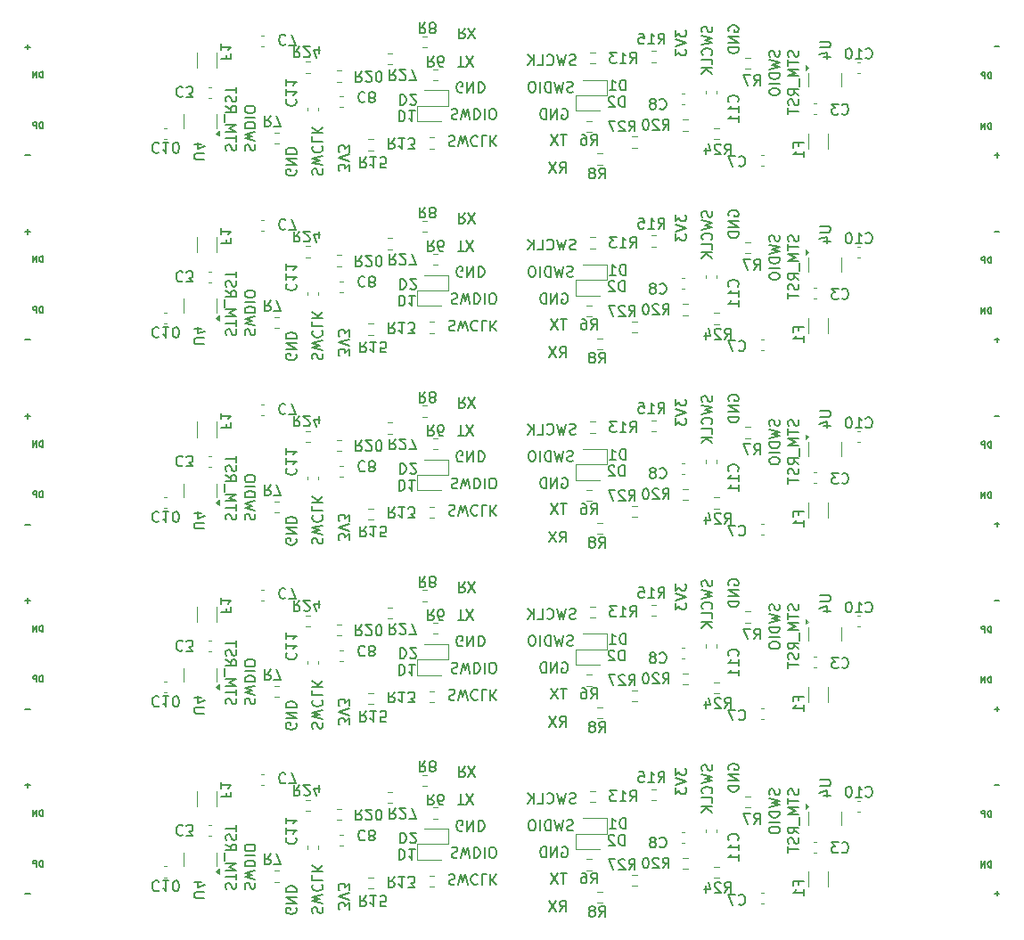
<source format=gbr>
%TF.GenerationSoftware,KiCad,Pcbnew,9.0.3*%
%TF.CreationDate,2025-07-30T17:20:14+02:00*%
%TF.ProjectId,Untitled6,556e7469-746c-4656-9436-2e6b69636164,rev?*%
%TF.SameCoordinates,Original*%
%TF.FileFunction,Legend,Bot*%
%TF.FilePolarity,Positive*%
%FSLAX46Y46*%
G04 Gerber Fmt 4.6, Leading zero omitted, Abs format (unit mm)*
G04 Created by KiCad (PCBNEW 9.0.3) date 2025-07-30 17:20:14*
%MOMM*%
%LPD*%
G01*
G04 APERTURE LIST*
%ADD10C,0.140000*%
%ADD11C,0.150000*%
%ADD12C,0.127000*%
%ADD13C,0.120000*%
G04 APERTURE END LIST*
D10*
X175661959Y-64832320D02*
X175709578Y-64975177D01*
X175709578Y-64975177D02*
X175709578Y-65213272D01*
X175709578Y-65213272D02*
X175661959Y-65308510D01*
X175661959Y-65308510D02*
X175614339Y-65356129D01*
X175614339Y-65356129D02*
X175519101Y-65403748D01*
X175519101Y-65403748D02*
X175423863Y-65403748D01*
X175423863Y-65403748D02*
X175328625Y-65356129D01*
X175328625Y-65356129D02*
X175281006Y-65308510D01*
X175281006Y-65308510D02*
X175233387Y-65213272D01*
X175233387Y-65213272D02*
X175185768Y-65022796D01*
X175185768Y-65022796D02*
X175138149Y-64927558D01*
X175138149Y-64927558D02*
X175090530Y-64879939D01*
X175090530Y-64879939D02*
X174995292Y-64832320D01*
X174995292Y-64832320D02*
X174900054Y-64832320D01*
X174900054Y-64832320D02*
X174804816Y-64879939D01*
X174804816Y-64879939D02*
X174757197Y-64927558D01*
X174757197Y-64927558D02*
X174709578Y-65022796D01*
X174709578Y-65022796D02*
X174709578Y-65260891D01*
X174709578Y-65260891D02*
X174757197Y-65403748D01*
X174709578Y-65689463D02*
X174709578Y-66260891D01*
X175709578Y-65975177D02*
X174709578Y-65975177D01*
X175709578Y-66594225D02*
X174709578Y-66594225D01*
X174709578Y-66594225D02*
X175423863Y-66927558D01*
X175423863Y-66927558D02*
X174709578Y-67260891D01*
X174709578Y-67260891D02*
X175709578Y-67260891D01*
X175804816Y-67498987D02*
X175804816Y-68260891D01*
X175709578Y-69070415D02*
X175233387Y-68737082D01*
X175709578Y-68498987D02*
X174709578Y-68498987D01*
X174709578Y-68498987D02*
X174709578Y-68879939D01*
X174709578Y-68879939D02*
X174757197Y-68975177D01*
X174757197Y-68975177D02*
X174804816Y-69022796D01*
X174804816Y-69022796D02*
X174900054Y-69070415D01*
X174900054Y-69070415D02*
X175042911Y-69070415D01*
X175042911Y-69070415D02*
X175138149Y-69022796D01*
X175138149Y-69022796D02*
X175185768Y-68975177D01*
X175185768Y-68975177D02*
X175233387Y-68879939D01*
X175233387Y-68879939D02*
X175233387Y-68498987D01*
X175661959Y-69451368D02*
X175709578Y-69594225D01*
X175709578Y-69594225D02*
X175709578Y-69832320D01*
X175709578Y-69832320D02*
X175661959Y-69927558D01*
X175661959Y-69927558D02*
X175614339Y-69975177D01*
X175614339Y-69975177D02*
X175519101Y-70022796D01*
X175519101Y-70022796D02*
X175423863Y-70022796D01*
X175423863Y-70022796D02*
X175328625Y-69975177D01*
X175328625Y-69975177D02*
X175281006Y-69927558D01*
X175281006Y-69927558D02*
X175233387Y-69832320D01*
X175233387Y-69832320D02*
X175185768Y-69641844D01*
X175185768Y-69641844D02*
X175138149Y-69546606D01*
X175138149Y-69546606D02*
X175090530Y-69498987D01*
X175090530Y-69498987D02*
X174995292Y-69451368D01*
X174995292Y-69451368D02*
X174900054Y-69451368D01*
X174900054Y-69451368D02*
X174804816Y-69498987D01*
X174804816Y-69498987D02*
X174757197Y-69546606D01*
X174757197Y-69546606D02*
X174709578Y-69641844D01*
X174709578Y-69641844D02*
X174709578Y-69879939D01*
X174709578Y-69879939D02*
X174757197Y-70022796D01*
X174709578Y-70308511D02*
X174709578Y-70879939D01*
X175709578Y-70594225D02*
X174709578Y-70594225D01*
X175661959Y-47292320D02*
X175709578Y-47435177D01*
X175709578Y-47435177D02*
X175709578Y-47673272D01*
X175709578Y-47673272D02*
X175661959Y-47768510D01*
X175661959Y-47768510D02*
X175614339Y-47816129D01*
X175614339Y-47816129D02*
X175519101Y-47863748D01*
X175519101Y-47863748D02*
X175423863Y-47863748D01*
X175423863Y-47863748D02*
X175328625Y-47816129D01*
X175328625Y-47816129D02*
X175281006Y-47768510D01*
X175281006Y-47768510D02*
X175233387Y-47673272D01*
X175233387Y-47673272D02*
X175185768Y-47482796D01*
X175185768Y-47482796D02*
X175138149Y-47387558D01*
X175138149Y-47387558D02*
X175090530Y-47339939D01*
X175090530Y-47339939D02*
X174995292Y-47292320D01*
X174995292Y-47292320D02*
X174900054Y-47292320D01*
X174900054Y-47292320D02*
X174804816Y-47339939D01*
X174804816Y-47339939D02*
X174757197Y-47387558D01*
X174757197Y-47387558D02*
X174709578Y-47482796D01*
X174709578Y-47482796D02*
X174709578Y-47720891D01*
X174709578Y-47720891D02*
X174757197Y-47863748D01*
X174709578Y-48149463D02*
X174709578Y-48720891D01*
X175709578Y-48435177D02*
X174709578Y-48435177D01*
X175709578Y-49054225D02*
X174709578Y-49054225D01*
X174709578Y-49054225D02*
X175423863Y-49387558D01*
X175423863Y-49387558D02*
X174709578Y-49720891D01*
X174709578Y-49720891D02*
X175709578Y-49720891D01*
X175804816Y-49958987D02*
X175804816Y-50720891D01*
X175709578Y-51530415D02*
X175233387Y-51197082D01*
X175709578Y-50958987D02*
X174709578Y-50958987D01*
X174709578Y-50958987D02*
X174709578Y-51339939D01*
X174709578Y-51339939D02*
X174757197Y-51435177D01*
X174757197Y-51435177D02*
X174804816Y-51482796D01*
X174804816Y-51482796D02*
X174900054Y-51530415D01*
X174900054Y-51530415D02*
X175042911Y-51530415D01*
X175042911Y-51530415D02*
X175138149Y-51482796D01*
X175138149Y-51482796D02*
X175185768Y-51435177D01*
X175185768Y-51435177D02*
X175233387Y-51339939D01*
X175233387Y-51339939D02*
X175233387Y-50958987D01*
X175661959Y-51911368D02*
X175709578Y-52054225D01*
X175709578Y-52054225D02*
X175709578Y-52292320D01*
X175709578Y-52292320D02*
X175661959Y-52387558D01*
X175661959Y-52387558D02*
X175614339Y-52435177D01*
X175614339Y-52435177D02*
X175519101Y-52482796D01*
X175519101Y-52482796D02*
X175423863Y-52482796D01*
X175423863Y-52482796D02*
X175328625Y-52435177D01*
X175328625Y-52435177D02*
X175281006Y-52387558D01*
X175281006Y-52387558D02*
X175233387Y-52292320D01*
X175233387Y-52292320D02*
X175185768Y-52101844D01*
X175185768Y-52101844D02*
X175138149Y-52006606D01*
X175138149Y-52006606D02*
X175090530Y-51958987D01*
X175090530Y-51958987D02*
X174995292Y-51911368D01*
X174995292Y-51911368D02*
X174900054Y-51911368D01*
X174900054Y-51911368D02*
X174804816Y-51958987D01*
X174804816Y-51958987D02*
X174757197Y-52006606D01*
X174757197Y-52006606D02*
X174709578Y-52101844D01*
X174709578Y-52101844D02*
X174709578Y-52339939D01*
X174709578Y-52339939D02*
X174757197Y-52482796D01*
X174709578Y-52768511D02*
X174709578Y-53339939D01*
X175709578Y-53054225D02*
X174709578Y-53054225D01*
X127942802Y-41077251D02*
X127990421Y-41172489D01*
X127990421Y-41172489D02*
X127990421Y-41315346D01*
X127990421Y-41315346D02*
X127942802Y-41458203D01*
X127942802Y-41458203D02*
X127847564Y-41553441D01*
X127847564Y-41553441D02*
X127752326Y-41601060D01*
X127752326Y-41601060D02*
X127561850Y-41648679D01*
X127561850Y-41648679D02*
X127418993Y-41648679D01*
X127418993Y-41648679D02*
X127228517Y-41601060D01*
X127228517Y-41601060D02*
X127133279Y-41553441D01*
X127133279Y-41553441D02*
X127038041Y-41458203D01*
X127038041Y-41458203D02*
X126990421Y-41315346D01*
X126990421Y-41315346D02*
X126990421Y-41220108D01*
X126990421Y-41220108D02*
X127038041Y-41077251D01*
X127038041Y-41077251D02*
X127085660Y-41029632D01*
X127085660Y-41029632D02*
X127418993Y-41029632D01*
X127418993Y-41029632D02*
X127418993Y-41220108D01*
X126990421Y-40601060D02*
X127990421Y-40601060D01*
X127990421Y-40601060D02*
X126990421Y-40029632D01*
X126990421Y-40029632D02*
X127990421Y-40029632D01*
X126990421Y-39553441D02*
X127990421Y-39553441D01*
X127990421Y-39553441D02*
X127990421Y-39315346D01*
X127990421Y-39315346D02*
X127942802Y-39172489D01*
X127942802Y-39172489D02*
X127847564Y-39077251D01*
X127847564Y-39077251D02*
X127752326Y-39029632D01*
X127752326Y-39029632D02*
X127561850Y-38982013D01*
X127561850Y-38982013D02*
X127418993Y-38982013D01*
X127418993Y-38982013D02*
X127228517Y-39029632D01*
X127228517Y-39029632D02*
X127133279Y-39077251D01*
X127133279Y-39077251D02*
X127038041Y-39172489D01*
X127038041Y-39172489D02*
X126990421Y-39315346D01*
X126990421Y-39315346D02*
X126990421Y-39553441D01*
X175661959Y-29752320D02*
X175709578Y-29895177D01*
X175709578Y-29895177D02*
X175709578Y-30133272D01*
X175709578Y-30133272D02*
X175661959Y-30228510D01*
X175661959Y-30228510D02*
X175614339Y-30276129D01*
X175614339Y-30276129D02*
X175519101Y-30323748D01*
X175519101Y-30323748D02*
X175423863Y-30323748D01*
X175423863Y-30323748D02*
X175328625Y-30276129D01*
X175328625Y-30276129D02*
X175281006Y-30228510D01*
X175281006Y-30228510D02*
X175233387Y-30133272D01*
X175233387Y-30133272D02*
X175185768Y-29942796D01*
X175185768Y-29942796D02*
X175138149Y-29847558D01*
X175138149Y-29847558D02*
X175090530Y-29799939D01*
X175090530Y-29799939D02*
X174995292Y-29752320D01*
X174995292Y-29752320D02*
X174900054Y-29752320D01*
X174900054Y-29752320D02*
X174804816Y-29799939D01*
X174804816Y-29799939D02*
X174757197Y-29847558D01*
X174757197Y-29847558D02*
X174709578Y-29942796D01*
X174709578Y-29942796D02*
X174709578Y-30180891D01*
X174709578Y-30180891D02*
X174757197Y-30323748D01*
X174709578Y-30609463D02*
X174709578Y-31180891D01*
X175709578Y-30895177D02*
X174709578Y-30895177D01*
X175709578Y-31514225D02*
X174709578Y-31514225D01*
X174709578Y-31514225D02*
X175423863Y-31847558D01*
X175423863Y-31847558D02*
X174709578Y-32180891D01*
X174709578Y-32180891D02*
X175709578Y-32180891D01*
X175804816Y-32418987D02*
X175804816Y-33180891D01*
X175709578Y-33990415D02*
X175233387Y-33657082D01*
X175709578Y-33418987D02*
X174709578Y-33418987D01*
X174709578Y-33418987D02*
X174709578Y-33799939D01*
X174709578Y-33799939D02*
X174757197Y-33895177D01*
X174757197Y-33895177D02*
X174804816Y-33942796D01*
X174804816Y-33942796D02*
X174900054Y-33990415D01*
X174900054Y-33990415D02*
X175042911Y-33990415D01*
X175042911Y-33990415D02*
X175138149Y-33942796D01*
X175138149Y-33942796D02*
X175185768Y-33895177D01*
X175185768Y-33895177D02*
X175233387Y-33799939D01*
X175233387Y-33799939D02*
X175233387Y-33418987D01*
X175661959Y-34371368D02*
X175709578Y-34514225D01*
X175709578Y-34514225D02*
X175709578Y-34752320D01*
X175709578Y-34752320D02*
X175661959Y-34847558D01*
X175661959Y-34847558D02*
X175614339Y-34895177D01*
X175614339Y-34895177D02*
X175519101Y-34942796D01*
X175519101Y-34942796D02*
X175423863Y-34942796D01*
X175423863Y-34942796D02*
X175328625Y-34895177D01*
X175328625Y-34895177D02*
X175281006Y-34847558D01*
X175281006Y-34847558D02*
X175233387Y-34752320D01*
X175233387Y-34752320D02*
X175185768Y-34561844D01*
X175185768Y-34561844D02*
X175138149Y-34466606D01*
X175138149Y-34466606D02*
X175090530Y-34418987D01*
X175090530Y-34418987D02*
X174995292Y-34371368D01*
X174995292Y-34371368D02*
X174900054Y-34371368D01*
X174900054Y-34371368D02*
X174804816Y-34418987D01*
X174804816Y-34418987D02*
X174757197Y-34466606D01*
X174757197Y-34466606D02*
X174709578Y-34561844D01*
X174709578Y-34561844D02*
X174709578Y-34799939D01*
X174709578Y-34799939D02*
X174757197Y-34942796D01*
X174709578Y-35228511D02*
X174709578Y-35799939D01*
X175709578Y-35514225D02*
X174709578Y-35514225D01*
X142723342Y-52878541D02*
X142866199Y-52830921D01*
X142866199Y-52830921D02*
X143104294Y-52830921D01*
X143104294Y-52830921D02*
X143199532Y-52878541D01*
X143199532Y-52878541D02*
X143247151Y-52926160D01*
X143247151Y-52926160D02*
X143294770Y-53021398D01*
X143294770Y-53021398D02*
X143294770Y-53116636D01*
X143294770Y-53116636D02*
X143247151Y-53211874D01*
X143247151Y-53211874D02*
X143199532Y-53259493D01*
X143199532Y-53259493D02*
X143104294Y-53307112D01*
X143104294Y-53307112D02*
X142913818Y-53354731D01*
X142913818Y-53354731D02*
X142818580Y-53402350D01*
X142818580Y-53402350D02*
X142770961Y-53449969D01*
X142770961Y-53449969D02*
X142723342Y-53545207D01*
X142723342Y-53545207D02*
X142723342Y-53640445D01*
X142723342Y-53640445D02*
X142770961Y-53735683D01*
X142770961Y-53735683D02*
X142818580Y-53783302D01*
X142818580Y-53783302D02*
X142913818Y-53830921D01*
X142913818Y-53830921D02*
X143151913Y-53830921D01*
X143151913Y-53830921D02*
X143294770Y-53783302D01*
X143628104Y-53830921D02*
X143866199Y-52830921D01*
X143866199Y-52830921D02*
X144056675Y-53545207D01*
X144056675Y-53545207D02*
X144247151Y-52830921D01*
X144247151Y-52830921D02*
X144485247Y-53830921D01*
X144866199Y-52830921D02*
X144866199Y-53830921D01*
X144866199Y-53830921D02*
X145104294Y-53830921D01*
X145104294Y-53830921D02*
X145247151Y-53783302D01*
X145247151Y-53783302D02*
X145342389Y-53688064D01*
X145342389Y-53688064D02*
X145390008Y-53592826D01*
X145390008Y-53592826D02*
X145437627Y-53402350D01*
X145437627Y-53402350D02*
X145437627Y-53259493D01*
X145437627Y-53259493D02*
X145390008Y-53069017D01*
X145390008Y-53069017D02*
X145342389Y-52973779D01*
X145342389Y-52973779D02*
X145247151Y-52878541D01*
X145247151Y-52878541D02*
X145104294Y-52830921D01*
X145104294Y-52830921D02*
X144866199Y-52830921D01*
X145866199Y-52830921D02*
X145866199Y-53830921D01*
X146532865Y-53830921D02*
X146723341Y-53830921D01*
X146723341Y-53830921D02*
X146818579Y-53783302D01*
X146818579Y-53783302D02*
X146913817Y-53688064D01*
X146913817Y-53688064D02*
X146961436Y-53497588D01*
X146961436Y-53497588D02*
X146961436Y-53164255D01*
X146961436Y-53164255D02*
X146913817Y-52973779D01*
X146913817Y-52973779D02*
X146818579Y-52878541D01*
X146818579Y-52878541D02*
X146723341Y-52830921D01*
X146723341Y-52830921D02*
X146532865Y-52830921D01*
X146532865Y-52830921D02*
X146437627Y-52878541D01*
X146437627Y-52878541D02*
X146342389Y-52973779D01*
X146342389Y-52973779D02*
X146294770Y-53164255D01*
X146294770Y-53164255D02*
X146294770Y-53497588D01*
X146294770Y-53497588D02*
X146342389Y-53688064D01*
X146342389Y-53688064D02*
X146437627Y-53783302D01*
X146437627Y-53783302D02*
X146532865Y-53830921D01*
X169057197Y-27923748D02*
X169009578Y-27828510D01*
X169009578Y-27828510D02*
X169009578Y-27685653D01*
X169009578Y-27685653D02*
X169057197Y-27542796D01*
X169057197Y-27542796D02*
X169152435Y-27447558D01*
X169152435Y-27447558D02*
X169247673Y-27399939D01*
X169247673Y-27399939D02*
X169438149Y-27352320D01*
X169438149Y-27352320D02*
X169581006Y-27352320D01*
X169581006Y-27352320D02*
X169771482Y-27399939D01*
X169771482Y-27399939D02*
X169866720Y-27447558D01*
X169866720Y-27447558D02*
X169961959Y-27542796D01*
X169961959Y-27542796D02*
X170009578Y-27685653D01*
X170009578Y-27685653D02*
X170009578Y-27780891D01*
X170009578Y-27780891D02*
X169961959Y-27923748D01*
X169961959Y-27923748D02*
X169914339Y-27971367D01*
X169914339Y-27971367D02*
X169581006Y-27971367D01*
X169581006Y-27971367D02*
X169581006Y-27780891D01*
X170009578Y-28399939D02*
X169009578Y-28399939D01*
X169009578Y-28399939D02*
X170009578Y-28971367D01*
X170009578Y-28971367D02*
X169009578Y-28971367D01*
X170009578Y-29447558D02*
X169009578Y-29447558D01*
X169009578Y-29447558D02*
X169009578Y-29685653D01*
X169009578Y-29685653D02*
X169057197Y-29828510D01*
X169057197Y-29828510D02*
X169152435Y-29923748D01*
X169152435Y-29923748D02*
X169247673Y-29971367D01*
X169247673Y-29971367D02*
X169438149Y-30018986D01*
X169438149Y-30018986D02*
X169581006Y-30018986D01*
X169581006Y-30018986D02*
X169771482Y-29971367D01*
X169771482Y-29971367D02*
X169866720Y-29923748D01*
X169866720Y-29923748D02*
X169961959Y-29828510D01*
X169961959Y-29828510D02*
X170009578Y-29685653D01*
X170009578Y-29685653D02*
X170009578Y-29447558D01*
X129538041Y-94168679D02*
X129490421Y-94025822D01*
X129490421Y-94025822D02*
X129490421Y-93787727D01*
X129490421Y-93787727D02*
X129538041Y-93692489D01*
X129538041Y-93692489D02*
X129585660Y-93644870D01*
X129585660Y-93644870D02*
X129680898Y-93597251D01*
X129680898Y-93597251D02*
X129776136Y-93597251D01*
X129776136Y-93597251D02*
X129871374Y-93644870D01*
X129871374Y-93644870D02*
X129918993Y-93692489D01*
X129918993Y-93692489D02*
X129966612Y-93787727D01*
X129966612Y-93787727D02*
X130014231Y-93978203D01*
X130014231Y-93978203D02*
X130061850Y-94073441D01*
X130061850Y-94073441D02*
X130109469Y-94121060D01*
X130109469Y-94121060D02*
X130204707Y-94168679D01*
X130204707Y-94168679D02*
X130299945Y-94168679D01*
X130299945Y-94168679D02*
X130395183Y-94121060D01*
X130395183Y-94121060D02*
X130442802Y-94073441D01*
X130442802Y-94073441D02*
X130490421Y-93978203D01*
X130490421Y-93978203D02*
X130490421Y-93740108D01*
X130490421Y-93740108D02*
X130442802Y-93597251D01*
X130490421Y-93263917D02*
X129490421Y-93025822D01*
X129490421Y-93025822D02*
X130204707Y-92835346D01*
X130204707Y-92835346D02*
X129490421Y-92644870D01*
X129490421Y-92644870D02*
X130490421Y-92406775D01*
X129585660Y-91454394D02*
X129538041Y-91502013D01*
X129538041Y-91502013D02*
X129490421Y-91644870D01*
X129490421Y-91644870D02*
X129490421Y-91740108D01*
X129490421Y-91740108D02*
X129538041Y-91882965D01*
X129538041Y-91882965D02*
X129633279Y-91978203D01*
X129633279Y-91978203D02*
X129728517Y-92025822D01*
X129728517Y-92025822D02*
X129918993Y-92073441D01*
X129918993Y-92073441D02*
X130061850Y-92073441D01*
X130061850Y-92073441D02*
X130252326Y-92025822D01*
X130252326Y-92025822D02*
X130347564Y-91978203D01*
X130347564Y-91978203D02*
X130442802Y-91882965D01*
X130442802Y-91882965D02*
X130490421Y-91740108D01*
X130490421Y-91740108D02*
X130490421Y-91644870D01*
X130490421Y-91644870D02*
X130442802Y-91502013D01*
X130442802Y-91502013D02*
X130395183Y-91454394D01*
X129490421Y-90549632D02*
X129490421Y-91025822D01*
X129490421Y-91025822D02*
X130490421Y-91025822D01*
X129490421Y-90216298D02*
X130490421Y-90216298D01*
X129490421Y-89644870D02*
X130061850Y-90073441D01*
X130490421Y-89644870D02*
X129918993Y-90216298D01*
X143348104Y-31260921D02*
X143919532Y-31260921D01*
X143633818Y-30260921D02*
X143633818Y-31260921D01*
X144157628Y-31260921D02*
X144824294Y-30260921D01*
X144824294Y-31260921D02*
X144157628Y-30260921D01*
X153007610Y-41380078D02*
X153340943Y-40903887D01*
X153579038Y-41380078D02*
X153579038Y-40380078D01*
X153579038Y-40380078D02*
X153198086Y-40380078D01*
X153198086Y-40380078D02*
X153102848Y-40427697D01*
X153102848Y-40427697D02*
X153055229Y-40475316D01*
X153055229Y-40475316D02*
X153007610Y-40570554D01*
X153007610Y-40570554D02*
X153007610Y-40713411D01*
X153007610Y-40713411D02*
X153055229Y-40808649D01*
X153055229Y-40808649D02*
X153102848Y-40856268D01*
X153102848Y-40856268D02*
X153198086Y-40903887D01*
X153198086Y-40903887D02*
X153579038Y-40903887D01*
X152674276Y-40380078D02*
X152007610Y-41380078D01*
X152007610Y-40380078D02*
X152674276Y-41380078D01*
X154516657Y-83722459D02*
X154373800Y-83770078D01*
X154373800Y-83770078D02*
X154135705Y-83770078D01*
X154135705Y-83770078D02*
X154040467Y-83722459D01*
X154040467Y-83722459D02*
X153992848Y-83674839D01*
X153992848Y-83674839D02*
X153945229Y-83579601D01*
X153945229Y-83579601D02*
X153945229Y-83484363D01*
X153945229Y-83484363D02*
X153992848Y-83389125D01*
X153992848Y-83389125D02*
X154040467Y-83341506D01*
X154040467Y-83341506D02*
X154135705Y-83293887D01*
X154135705Y-83293887D02*
X154326181Y-83246268D01*
X154326181Y-83246268D02*
X154421419Y-83198649D01*
X154421419Y-83198649D02*
X154469038Y-83151030D01*
X154469038Y-83151030D02*
X154516657Y-83055792D01*
X154516657Y-83055792D02*
X154516657Y-82960554D01*
X154516657Y-82960554D02*
X154469038Y-82865316D01*
X154469038Y-82865316D02*
X154421419Y-82817697D01*
X154421419Y-82817697D02*
X154326181Y-82770078D01*
X154326181Y-82770078D02*
X154088086Y-82770078D01*
X154088086Y-82770078D02*
X153945229Y-82817697D01*
X153611895Y-82770078D02*
X153373800Y-83770078D01*
X153373800Y-83770078D02*
X153183324Y-83055792D01*
X153183324Y-83055792D02*
X152992848Y-83770078D01*
X152992848Y-83770078D02*
X152754753Y-82770078D01*
X151802372Y-83674839D02*
X151849991Y-83722459D01*
X151849991Y-83722459D02*
X151992848Y-83770078D01*
X151992848Y-83770078D02*
X152088086Y-83770078D01*
X152088086Y-83770078D02*
X152230943Y-83722459D01*
X152230943Y-83722459D02*
X152326181Y-83627220D01*
X152326181Y-83627220D02*
X152373800Y-83531982D01*
X152373800Y-83531982D02*
X152421419Y-83341506D01*
X152421419Y-83341506D02*
X152421419Y-83198649D01*
X152421419Y-83198649D02*
X152373800Y-83008173D01*
X152373800Y-83008173D02*
X152326181Y-82912935D01*
X152326181Y-82912935D02*
X152230943Y-82817697D01*
X152230943Y-82817697D02*
X152088086Y-82770078D01*
X152088086Y-82770078D02*
X151992848Y-82770078D01*
X151992848Y-82770078D02*
X151849991Y-82817697D01*
X151849991Y-82817697D02*
X151802372Y-82865316D01*
X150897610Y-83770078D02*
X151373800Y-83770078D01*
X151373800Y-83770078D02*
X151373800Y-82770078D01*
X150564276Y-83770078D02*
X150564276Y-82770078D01*
X149992848Y-83770078D02*
X150421419Y-83198649D01*
X149992848Y-82770078D02*
X150564276Y-83341506D01*
X153007610Y-94000078D02*
X153340943Y-93523887D01*
X153579038Y-94000078D02*
X153579038Y-93000078D01*
X153579038Y-93000078D02*
X153198086Y-93000078D01*
X153198086Y-93000078D02*
X153102848Y-93047697D01*
X153102848Y-93047697D02*
X153055229Y-93095316D01*
X153055229Y-93095316D02*
X153007610Y-93190554D01*
X153007610Y-93190554D02*
X153007610Y-93333411D01*
X153007610Y-93333411D02*
X153055229Y-93428649D01*
X153055229Y-93428649D02*
X153102848Y-93476268D01*
X153102848Y-93476268D02*
X153198086Y-93523887D01*
X153198086Y-93523887D02*
X153579038Y-93523887D01*
X152674276Y-93000078D02*
X152007610Y-94000078D01*
X152007610Y-93000078D02*
X152674276Y-94000078D01*
X169057197Y-98083748D02*
X169009578Y-97988510D01*
X169009578Y-97988510D02*
X169009578Y-97845653D01*
X169009578Y-97845653D02*
X169057197Y-97702796D01*
X169057197Y-97702796D02*
X169152435Y-97607558D01*
X169152435Y-97607558D02*
X169247673Y-97559939D01*
X169247673Y-97559939D02*
X169438149Y-97512320D01*
X169438149Y-97512320D02*
X169581006Y-97512320D01*
X169581006Y-97512320D02*
X169771482Y-97559939D01*
X169771482Y-97559939D02*
X169866720Y-97607558D01*
X169866720Y-97607558D02*
X169961959Y-97702796D01*
X169961959Y-97702796D02*
X170009578Y-97845653D01*
X170009578Y-97845653D02*
X170009578Y-97940891D01*
X170009578Y-97940891D02*
X169961959Y-98083748D01*
X169961959Y-98083748D02*
X169914339Y-98131367D01*
X169914339Y-98131367D02*
X169581006Y-98131367D01*
X169581006Y-98131367D02*
X169581006Y-97940891D01*
X170009578Y-98559939D02*
X169009578Y-98559939D01*
X169009578Y-98559939D02*
X170009578Y-99131367D01*
X170009578Y-99131367D02*
X169009578Y-99131367D01*
X170009578Y-99607558D02*
X169009578Y-99607558D01*
X169009578Y-99607558D02*
X169009578Y-99845653D01*
X169009578Y-99845653D02*
X169057197Y-99988510D01*
X169057197Y-99988510D02*
X169152435Y-100083748D01*
X169152435Y-100083748D02*
X169247673Y-100131367D01*
X169247673Y-100131367D02*
X169438149Y-100178986D01*
X169438149Y-100178986D02*
X169581006Y-100178986D01*
X169581006Y-100178986D02*
X169771482Y-100131367D01*
X169771482Y-100131367D02*
X169866720Y-100083748D01*
X169866720Y-100083748D02*
X169961959Y-99988510D01*
X169961959Y-99988510D02*
X170009578Y-99845653D01*
X170009578Y-99845653D02*
X170009578Y-99607558D01*
X123138041Y-74328679D02*
X123090421Y-74185822D01*
X123090421Y-74185822D02*
X123090421Y-73947727D01*
X123090421Y-73947727D02*
X123138041Y-73852489D01*
X123138041Y-73852489D02*
X123185660Y-73804870D01*
X123185660Y-73804870D02*
X123280898Y-73757251D01*
X123280898Y-73757251D02*
X123376136Y-73757251D01*
X123376136Y-73757251D02*
X123471374Y-73804870D01*
X123471374Y-73804870D02*
X123518993Y-73852489D01*
X123518993Y-73852489D02*
X123566612Y-73947727D01*
X123566612Y-73947727D02*
X123614231Y-74138203D01*
X123614231Y-74138203D02*
X123661850Y-74233441D01*
X123661850Y-74233441D02*
X123709469Y-74281060D01*
X123709469Y-74281060D02*
X123804707Y-74328679D01*
X123804707Y-74328679D02*
X123899945Y-74328679D01*
X123899945Y-74328679D02*
X123995183Y-74281060D01*
X123995183Y-74281060D02*
X124042802Y-74233441D01*
X124042802Y-74233441D02*
X124090421Y-74138203D01*
X124090421Y-74138203D02*
X124090421Y-73900108D01*
X124090421Y-73900108D02*
X124042802Y-73757251D01*
X124090421Y-73423917D02*
X123090421Y-73185822D01*
X123090421Y-73185822D02*
X123804707Y-72995346D01*
X123804707Y-72995346D02*
X123090421Y-72804870D01*
X123090421Y-72804870D02*
X124090421Y-72566775D01*
X123090421Y-72185822D02*
X124090421Y-72185822D01*
X124090421Y-72185822D02*
X124090421Y-71947727D01*
X124090421Y-71947727D02*
X124042802Y-71804870D01*
X124042802Y-71804870D02*
X123947564Y-71709632D01*
X123947564Y-71709632D02*
X123852326Y-71662013D01*
X123852326Y-71662013D02*
X123661850Y-71614394D01*
X123661850Y-71614394D02*
X123518993Y-71614394D01*
X123518993Y-71614394D02*
X123328517Y-71662013D01*
X123328517Y-71662013D02*
X123233279Y-71709632D01*
X123233279Y-71709632D02*
X123138041Y-71804870D01*
X123138041Y-71804870D02*
X123090421Y-71947727D01*
X123090421Y-71947727D02*
X123090421Y-72185822D01*
X123090421Y-71185822D02*
X124090421Y-71185822D01*
X124090421Y-70519156D02*
X124090421Y-70328680D01*
X124090421Y-70328680D02*
X124042802Y-70233442D01*
X124042802Y-70233442D02*
X123947564Y-70138204D01*
X123947564Y-70138204D02*
X123757088Y-70090585D01*
X123757088Y-70090585D02*
X123423755Y-70090585D01*
X123423755Y-70090585D02*
X123233279Y-70138204D01*
X123233279Y-70138204D02*
X123138041Y-70233442D01*
X123138041Y-70233442D02*
X123090421Y-70328680D01*
X123090421Y-70328680D02*
X123090421Y-70519156D01*
X123090421Y-70519156D02*
X123138041Y-70614394D01*
X123138041Y-70614394D02*
X123233279Y-70709632D01*
X123233279Y-70709632D02*
X123423755Y-70757251D01*
X123423755Y-70757251D02*
X123757088Y-70757251D01*
X123757088Y-70757251D02*
X123947564Y-70709632D01*
X123947564Y-70709632D02*
X124042802Y-70614394D01*
X124042802Y-70614394D02*
X124090421Y-70519156D01*
X132990421Y-41196298D02*
X132990421Y-40577251D01*
X132990421Y-40577251D02*
X132609469Y-40910584D01*
X132609469Y-40910584D02*
X132609469Y-40767727D01*
X132609469Y-40767727D02*
X132561850Y-40672489D01*
X132561850Y-40672489D02*
X132514231Y-40624870D01*
X132514231Y-40624870D02*
X132418993Y-40577251D01*
X132418993Y-40577251D02*
X132180898Y-40577251D01*
X132180898Y-40577251D02*
X132085660Y-40624870D01*
X132085660Y-40624870D02*
X132038041Y-40672489D01*
X132038041Y-40672489D02*
X131990421Y-40767727D01*
X131990421Y-40767727D02*
X131990421Y-41053441D01*
X131990421Y-41053441D02*
X132038041Y-41148679D01*
X132038041Y-41148679D02*
X132085660Y-41196298D01*
X132990421Y-40291536D02*
X131990421Y-39958203D01*
X131990421Y-39958203D02*
X132990421Y-39624870D01*
X132990421Y-39386774D02*
X132990421Y-38767727D01*
X132990421Y-38767727D02*
X132609469Y-39101060D01*
X132609469Y-39101060D02*
X132609469Y-38958203D01*
X132609469Y-38958203D02*
X132561850Y-38862965D01*
X132561850Y-38862965D02*
X132514231Y-38815346D01*
X132514231Y-38815346D02*
X132418993Y-38767727D01*
X132418993Y-38767727D02*
X132180898Y-38767727D01*
X132180898Y-38767727D02*
X132085660Y-38815346D01*
X132085660Y-38815346D02*
X132038041Y-38862965D01*
X132038041Y-38862965D02*
X131990421Y-38958203D01*
X131990421Y-38958203D02*
X131990421Y-39243917D01*
X131990421Y-39243917D02*
X132038041Y-39339155D01*
X132038041Y-39339155D02*
X132085660Y-39386774D01*
X142483342Y-37898541D02*
X142626199Y-37850921D01*
X142626199Y-37850921D02*
X142864294Y-37850921D01*
X142864294Y-37850921D02*
X142959532Y-37898541D01*
X142959532Y-37898541D02*
X143007151Y-37946160D01*
X143007151Y-37946160D02*
X143054770Y-38041398D01*
X143054770Y-38041398D02*
X143054770Y-38136636D01*
X143054770Y-38136636D02*
X143007151Y-38231874D01*
X143007151Y-38231874D02*
X142959532Y-38279493D01*
X142959532Y-38279493D02*
X142864294Y-38327112D01*
X142864294Y-38327112D02*
X142673818Y-38374731D01*
X142673818Y-38374731D02*
X142578580Y-38422350D01*
X142578580Y-38422350D02*
X142530961Y-38469969D01*
X142530961Y-38469969D02*
X142483342Y-38565207D01*
X142483342Y-38565207D02*
X142483342Y-38660445D01*
X142483342Y-38660445D02*
X142530961Y-38755683D01*
X142530961Y-38755683D02*
X142578580Y-38803302D01*
X142578580Y-38803302D02*
X142673818Y-38850921D01*
X142673818Y-38850921D02*
X142911913Y-38850921D01*
X142911913Y-38850921D02*
X143054770Y-38803302D01*
X143388104Y-38850921D02*
X143626199Y-37850921D01*
X143626199Y-37850921D02*
X143816675Y-38565207D01*
X143816675Y-38565207D02*
X144007151Y-37850921D01*
X144007151Y-37850921D02*
X144245247Y-38850921D01*
X145197627Y-37946160D02*
X145150008Y-37898541D01*
X145150008Y-37898541D02*
X145007151Y-37850921D01*
X145007151Y-37850921D02*
X144911913Y-37850921D01*
X144911913Y-37850921D02*
X144769056Y-37898541D01*
X144769056Y-37898541D02*
X144673818Y-37993779D01*
X144673818Y-37993779D02*
X144626199Y-38089017D01*
X144626199Y-38089017D02*
X144578580Y-38279493D01*
X144578580Y-38279493D02*
X144578580Y-38422350D01*
X144578580Y-38422350D02*
X144626199Y-38612826D01*
X144626199Y-38612826D02*
X144673818Y-38708064D01*
X144673818Y-38708064D02*
X144769056Y-38803302D01*
X144769056Y-38803302D02*
X144911913Y-38850921D01*
X144911913Y-38850921D02*
X145007151Y-38850921D01*
X145007151Y-38850921D02*
X145150008Y-38803302D01*
X145150008Y-38803302D02*
X145197627Y-38755683D01*
X146102389Y-37850921D02*
X145626199Y-37850921D01*
X145626199Y-37850921D02*
X145626199Y-38850921D01*
X146435723Y-37850921D02*
X146435723Y-38850921D01*
X147007151Y-37850921D02*
X146578580Y-38422350D01*
X147007151Y-38850921D02*
X146435723Y-38279493D01*
X175661959Y-99912320D02*
X175709578Y-100055177D01*
X175709578Y-100055177D02*
X175709578Y-100293272D01*
X175709578Y-100293272D02*
X175661959Y-100388510D01*
X175661959Y-100388510D02*
X175614339Y-100436129D01*
X175614339Y-100436129D02*
X175519101Y-100483748D01*
X175519101Y-100483748D02*
X175423863Y-100483748D01*
X175423863Y-100483748D02*
X175328625Y-100436129D01*
X175328625Y-100436129D02*
X175281006Y-100388510D01*
X175281006Y-100388510D02*
X175233387Y-100293272D01*
X175233387Y-100293272D02*
X175185768Y-100102796D01*
X175185768Y-100102796D02*
X175138149Y-100007558D01*
X175138149Y-100007558D02*
X175090530Y-99959939D01*
X175090530Y-99959939D02*
X174995292Y-99912320D01*
X174995292Y-99912320D02*
X174900054Y-99912320D01*
X174900054Y-99912320D02*
X174804816Y-99959939D01*
X174804816Y-99959939D02*
X174757197Y-100007558D01*
X174757197Y-100007558D02*
X174709578Y-100102796D01*
X174709578Y-100102796D02*
X174709578Y-100340891D01*
X174709578Y-100340891D02*
X174757197Y-100483748D01*
X174709578Y-100769463D02*
X174709578Y-101340891D01*
X175709578Y-101055177D02*
X174709578Y-101055177D01*
X175709578Y-101674225D02*
X174709578Y-101674225D01*
X174709578Y-101674225D02*
X175423863Y-102007558D01*
X175423863Y-102007558D02*
X174709578Y-102340891D01*
X174709578Y-102340891D02*
X175709578Y-102340891D01*
X175804816Y-102578987D02*
X175804816Y-103340891D01*
X175709578Y-104150415D02*
X175233387Y-103817082D01*
X175709578Y-103578987D02*
X174709578Y-103578987D01*
X174709578Y-103578987D02*
X174709578Y-103959939D01*
X174709578Y-103959939D02*
X174757197Y-104055177D01*
X174757197Y-104055177D02*
X174804816Y-104102796D01*
X174804816Y-104102796D02*
X174900054Y-104150415D01*
X174900054Y-104150415D02*
X175042911Y-104150415D01*
X175042911Y-104150415D02*
X175138149Y-104102796D01*
X175138149Y-104102796D02*
X175185768Y-104055177D01*
X175185768Y-104055177D02*
X175233387Y-103959939D01*
X175233387Y-103959939D02*
X175233387Y-103578987D01*
X175661959Y-104531368D02*
X175709578Y-104674225D01*
X175709578Y-104674225D02*
X175709578Y-104912320D01*
X175709578Y-104912320D02*
X175661959Y-105007558D01*
X175661959Y-105007558D02*
X175614339Y-105055177D01*
X175614339Y-105055177D02*
X175519101Y-105102796D01*
X175519101Y-105102796D02*
X175423863Y-105102796D01*
X175423863Y-105102796D02*
X175328625Y-105055177D01*
X175328625Y-105055177D02*
X175281006Y-105007558D01*
X175281006Y-105007558D02*
X175233387Y-104912320D01*
X175233387Y-104912320D02*
X175185768Y-104721844D01*
X175185768Y-104721844D02*
X175138149Y-104626606D01*
X175138149Y-104626606D02*
X175090530Y-104578987D01*
X175090530Y-104578987D02*
X174995292Y-104531368D01*
X174995292Y-104531368D02*
X174900054Y-104531368D01*
X174900054Y-104531368D02*
X174804816Y-104578987D01*
X174804816Y-104578987D02*
X174757197Y-104626606D01*
X174757197Y-104626606D02*
X174709578Y-104721844D01*
X174709578Y-104721844D02*
X174709578Y-104959939D01*
X174709578Y-104959939D02*
X174757197Y-105102796D01*
X174709578Y-105388511D02*
X174709578Y-105959939D01*
X175709578Y-105674225D02*
X174709578Y-105674225D01*
X142483342Y-108058541D02*
X142626199Y-108010921D01*
X142626199Y-108010921D02*
X142864294Y-108010921D01*
X142864294Y-108010921D02*
X142959532Y-108058541D01*
X142959532Y-108058541D02*
X143007151Y-108106160D01*
X143007151Y-108106160D02*
X143054770Y-108201398D01*
X143054770Y-108201398D02*
X143054770Y-108296636D01*
X143054770Y-108296636D02*
X143007151Y-108391874D01*
X143007151Y-108391874D02*
X142959532Y-108439493D01*
X142959532Y-108439493D02*
X142864294Y-108487112D01*
X142864294Y-108487112D02*
X142673818Y-108534731D01*
X142673818Y-108534731D02*
X142578580Y-108582350D01*
X142578580Y-108582350D02*
X142530961Y-108629969D01*
X142530961Y-108629969D02*
X142483342Y-108725207D01*
X142483342Y-108725207D02*
X142483342Y-108820445D01*
X142483342Y-108820445D02*
X142530961Y-108915683D01*
X142530961Y-108915683D02*
X142578580Y-108963302D01*
X142578580Y-108963302D02*
X142673818Y-109010921D01*
X142673818Y-109010921D02*
X142911913Y-109010921D01*
X142911913Y-109010921D02*
X143054770Y-108963302D01*
X143388104Y-109010921D02*
X143626199Y-108010921D01*
X143626199Y-108010921D02*
X143816675Y-108725207D01*
X143816675Y-108725207D02*
X144007151Y-108010921D01*
X144007151Y-108010921D02*
X144245247Y-109010921D01*
X145197627Y-108106160D02*
X145150008Y-108058541D01*
X145150008Y-108058541D02*
X145007151Y-108010921D01*
X145007151Y-108010921D02*
X144911913Y-108010921D01*
X144911913Y-108010921D02*
X144769056Y-108058541D01*
X144769056Y-108058541D02*
X144673818Y-108153779D01*
X144673818Y-108153779D02*
X144626199Y-108249017D01*
X144626199Y-108249017D02*
X144578580Y-108439493D01*
X144578580Y-108439493D02*
X144578580Y-108582350D01*
X144578580Y-108582350D02*
X144626199Y-108772826D01*
X144626199Y-108772826D02*
X144673818Y-108868064D01*
X144673818Y-108868064D02*
X144769056Y-108963302D01*
X144769056Y-108963302D02*
X144911913Y-109010921D01*
X144911913Y-109010921D02*
X145007151Y-109010921D01*
X145007151Y-109010921D02*
X145150008Y-108963302D01*
X145150008Y-108963302D02*
X145197627Y-108915683D01*
X146102389Y-108010921D02*
X145626199Y-108010921D01*
X145626199Y-108010921D02*
X145626199Y-109010921D01*
X146435723Y-108010921D02*
X146435723Y-109010921D01*
X147007151Y-108010921D02*
X146578580Y-108582350D01*
X147007151Y-109010921D02*
X146435723Y-108439493D01*
X153007610Y-111540078D02*
X153340943Y-111063887D01*
X153579038Y-111540078D02*
X153579038Y-110540078D01*
X153579038Y-110540078D02*
X153198086Y-110540078D01*
X153198086Y-110540078D02*
X153102848Y-110587697D01*
X153102848Y-110587697D02*
X153055229Y-110635316D01*
X153055229Y-110635316D02*
X153007610Y-110730554D01*
X153007610Y-110730554D02*
X153007610Y-110873411D01*
X153007610Y-110873411D02*
X153055229Y-110968649D01*
X153055229Y-110968649D02*
X153102848Y-111016268D01*
X153102848Y-111016268D02*
X153198086Y-111063887D01*
X153198086Y-111063887D02*
X153579038Y-111063887D01*
X152674276Y-110540078D02*
X152007610Y-111540078D01*
X152007610Y-110540078D02*
X152674276Y-111540078D01*
X123138041Y-109408679D02*
X123090421Y-109265822D01*
X123090421Y-109265822D02*
X123090421Y-109027727D01*
X123090421Y-109027727D02*
X123138041Y-108932489D01*
X123138041Y-108932489D02*
X123185660Y-108884870D01*
X123185660Y-108884870D02*
X123280898Y-108837251D01*
X123280898Y-108837251D02*
X123376136Y-108837251D01*
X123376136Y-108837251D02*
X123471374Y-108884870D01*
X123471374Y-108884870D02*
X123518993Y-108932489D01*
X123518993Y-108932489D02*
X123566612Y-109027727D01*
X123566612Y-109027727D02*
X123614231Y-109218203D01*
X123614231Y-109218203D02*
X123661850Y-109313441D01*
X123661850Y-109313441D02*
X123709469Y-109361060D01*
X123709469Y-109361060D02*
X123804707Y-109408679D01*
X123804707Y-109408679D02*
X123899945Y-109408679D01*
X123899945Y-109408679D02*
X123995183Y-109361060D01*
X123995183Y-109361060D02*
X124042802Y-109313441D01*
X124042802Y-109313441D02*
X124090421Y-109218203D01*
X124090421Y-109218203D02*
X124090421Y-108980108D01*
X124090421Y-108980108D02*
X124042802Y-108837251D01*
X124090421Y-108503917D02*
X123090421Y-108265822D01*
X123090421Y-108265822D02*
X123804707Y-108075346D01*
X123804707Y-108075346D02*
X123090421Y-107884870D01*
X123090421Y-107884870D02*
X124090421Y-107646775D01*
X123090421Y-107265822D02*
X124090421Y-107265822D01*
X124090421Y-107265822D02*
X124090421Y-107027727D01*
X124090421Y-107027727D02*
X124042802Y-106884870D01*
X124042802Y-106884870D02*
X123947564Y-106789632D01*
X123947564Y-106789632D02*
X123852326Y-106742013D01*
X123852326Y-106742013D02*
X123661850Y-106694394D01*
X123661850Y-106694394D02*
X123518993Y-106694394D01*
X123518993Y-106694394D02*
X123328517Y-106742013D01*
X123328517Y-106742013D02*
X123233279Y-106789632D01*
X123233279Y-106789632D02*
X123138041Y-106884870D01*
X123138041Y-106884870D02*
X123090421Y-107027727D01*
X123090421Y-107027727D02*
X123090421Y-107265822D01*
X123090421Y-106265822D02*
X124090421Y-106265822D01*
X124090421Y-105599156D02*
X124090421Y-105408680D01*
X124090421Y-105408680D02*
X124042802Y-105313442D01*
X124042802Y-105313442D02*
X123947564Y-105218204D01*
X123947564Y-105218204D02*
X123757088Y-105170585D01*
X123757088Y-105170585D02*
X123423755Y-105170585D01*
X123423755Y-105170585D02*
X123233279Y-105218204D01*
X123233279Y-105218204D02*
X123138041Y-105313442D01*
X123138041Y-105313442D02*
X123090421Y-105408680D01*
X123090421Y-105408680D02*
X123090421Y-105599156D01*
X123090421Y-105599156D02*
X123138041Y-105694394D01*
X123138041Y-105694394D02*
X123233279Y-105789632D01*
X123233279Y-105789632D02*
X123423755Y-105837251D01*
X123423755Y-105837251D02*
X123757088Y-105837251D01*
X123757088Y-105837251D02*
X123947564Y-105789632D01*
X123947564Y-105789632D02*
X124042802Y-105694394D01*
X124042802Y-105694394D02*
X124090421Y-105599156D01*
X154516657Y-48642459D02*
X154373800Y-48690078D01*
X154373800Y-48690078D02*
X154135705Y-48690078D01*
X154135705Y-48690078D02*
X154040467Y-48642459D01*
X154040467Y-48642459D02*
X153992848Y-48594839D01*
X153992848Y-48594839D02*
X153945229Y-48499601D01*
X153945229Y-48499601D02*
X153945229Y-48404363D01*
X153945229Y-48404363D02*
X153992848Y-48309125D01*
X153992848Y-48309125D02*
X154040467Y-48261506D01*
X154040467Y-48261506D02*
X154135705Y-48213887D01*
X154135705Y-48213887D02*
X154326181Y-48166268D01*
X154326181Y-48166268D02*
X154421419Y-48118649D01*
X154421419Y-48118649D02*
X154469038Y-48071030D01*
X154469038Y-48071030D02*
X154516657Y-47975792D01*
X154516657Y-47975792D02*
X154516657Y-47880554D01*
X154516657Y-47880554D02*
X154469038Y-47785316D01*
X154469038Y-47785316D02*
X154421419Y-47737697D01*
X154421419Y-47737697D02*
X154326181Y-47690078D01*
X154326181Y-47690078D02*
X154088086Y-47690078D01*
X154088086Y-47690078D02*
X153945229Y-47737697D01*
X153611895Y-47690078D02*
X153373800Y-48690078D01*
X153373800Y-48690078D02*
X153183324Y-47975792D01*
X153183324Y-47975792D02*
X152992848Y-48690078D01*
X152992848Y-48690078D02*
X152754753Y-47690078D01*
X151802372Y-48594839D02*
X151849991Y-48642459D01*
X151849991Y-48642459D02*
X151992848Y-48690078D01*
X151992848Y-48690078D02*
X152088086Y-48690078D01*
X152088086Y-48690078D02*
X152230943Y-48642459D01*
X152230943Y-48642459D02*
X152326181Y-48547220D01*
X152326181Y-48547220D02*
X152373800Y-48451982D01*
X152373800Y-48451982D02*
X152421419Y-48261506D01*
X152421419Y-48261506D02*
X152421419Y-48118649D01*
X152421419Y-48118649D02*
X152373800Y-47928173D01*
X152373800Y-47928173D02*
X152326181Y-47832935D01*
X152326181Y-47832935D02*
X152230943Y-47737697D01*
X152230943Y-47737697D02*
X152088086Y-47690078D01*
X152088086Y-47690078D02*
X151992848Y-47690078D01*
X151992848Y-47690078D02*
X151849991Y-47737697D01*
X151849991Y-47737697D02*
X151802372Y-47785316D01*
X150897610Y-48690078D02*
X151373800Y-48690078D01*
X151373800Y-48690078D02*
X151373800Y-47690078D01*
X150564276Y-48690078D02*
X150564276Y-47690078D01*
X149992848Y-48690078D02*
X150421419Y-48118649D01*
X149992848Y-47690078D02*
X150564276Y-48261506D01*
X143348104Y-83880921D02*
X143919532Y-83880921D01*
X143633818Y-82880921D02*
X143633818Y-83880921D01*
X144157628Y-83880921D02*
X144824294Y-82880921D01*
X144824294Y-83880921D02*
X144157628Y-82880921D01*
X121338041Y-74328679D02*
X121290421Y-74185822D01*
X121290421Y-74185822D02*
X121290421Y-73947727D01*
X121290421Y-73947727D02*
X121338041Y-73852489D01*
X121338041Y-73852489D02*
X121385660Y-73804870D01*
X121385660Y-73804870D02*
X121480898Y-73757251D01*
X121480898Y-73757251D02*
X121576136Y-73757251D01*
X121576136Y-73757251D02*
X121671374Y-73804870D01*
X121671374Y-73804870D02*
X121718993Y-73852489D01*
X121718993Y-73852489D02*
X121766612Y-73947727D01*
X121766612Y-73947727D02*
X121814231Y-74138203D01*
X121814231Y-74138203D02*
X121861850Y-74233441D01*
X121861850Y-74233441D02*
X121909469Y-74281060D01*
X121909469Y-74281060D02*
X122004707Y-74328679D01*
X122004707Y-74328679D02*
X122099945Y-74328679D01*
X122099945Y-74328679D02*
X122195183Y-74281060D01*
X122195183Y-74281060D02*
X122242802Y-74233441D01*
X122242802Y-74233441D02*
X122290421Y-74138203D01*
X122290421Y-74138203D02*
X122290421Y-73900108D01*
X122290421Y-73900108D02*
X122242802Y-73757251D01*
X122290421Y-73471536D02*
X122290421Y-72900108D01*
X121290421Y-73185822D02*
X122290421Y-73185822D01*
X121290421Y-72566774D02*
X122290421Y-72566774D01*
X122290421Y-72566774D02*
X121576136Y-72233441D01*
X121576136Y-72233441D02*
X122290421Y-71900108D01*
X122290421Y-71900108D02*
X121290421Y-71900108D01*
X121195183Y-71662013D02*
X121195183Y-70900108D01*
X121290421Y-70090584D02*
X121766612Y-70423917D01*
X121290421Y-70662012D02*
X122290421Y-70662012D01*
X122290421Y-70662012D02*
X122290421Y-70281060D01*
X122290421Y-70281060D02*
X122242802Y-70185822D01*
X122242802Y-70185822D02*
X122195183Y-70138203D01*
X122195183Y-70138203D02*
X122099945Y-70090584D01*
X122099945Y-70090584D02*
X121957088Y-70090584D01*
X121957088Y-70090584D02*
X121861850Y-70138203D01*
X121861850Y-70138203D02*
X121814231Y-70185822D01*
X121814231Y-70185822D02*
X121766612Y-70281060D01*
X121766612Y-70281060D02*
X121766612Y-70662012D01*
X121338041Y-69709631D02*
X121290421Y-69566774D01*
X121290421Y-69566774D02*
X121290421Y-69328679D01*
X121290421Y-69328679D02*
X121338041Y-69233441D01*
X121338041Y-69233441D02*
X121385660Y-69185822D01*
X121385660Y-69185822D02*
X121480898Y-69138203D01*
X121480898Y-69138203D02*
X121576136Y-69138203D01*
X121576136Y-69138203D02*
X121671374Y-69185822D01*
X121671374Y-69185822D02*
X121718993Y-69233441D01*
X121718993Y-69233441D02*
X121766612Y-69328679D01*
X121766612Y-69328679D02*
X121814231Y-69519155D01*
X121814231Y-69519155D02*
X121861850Y-69614393D01*
X121861850Y-69614393D02*
X121909469Y-69662012D01*
X121909469Y-69662012D02*
X122004707Y-69709631D01*
X122004707Y-69709631D02*
X122099945Y-69709631D01*
X122099945Y-69709631D02*
X122195183Y-69662012D01*
X122195183Y-69662012D02*
X122242802Y-69614393D01*
X122242802Y-69614393D02*
X122290421Y-69519155D01*
X122290421Y-69519155D02*
X122290421Y-69281060D01*
X122290421Y-69281060D02*
X122242802Y-69138203D01*
X122290421Y-68852488D02*
X122290421Y-68281060D01*
X121290421Y-68566774D02*
X122290421Y-68566774D01*
X127942802Y-58617251D02*
X127990421Y-58712489D01*
X127990421Y-58712489D02*
X127990421Y-58855346D01*
X127990421Y-58855346D02*
X127942802Y-58998203D01*
X127942802Y-58998203D02*
X127847564Y-59093441D01*
X127847564Y-59093441D02*
X127752326Y-59141060D01*
X127752326Y-59141060D02*
X127561850Y-59188679D01*
X127561850Y-59188679D02*
X127418993Y-59188679D01*
X127418993Y-59188679D02*
X127228517Y-59141060D01*
X127228517Y-59141060D02*
X127133279Y-59093441D01*
X127133279Y-59093441D02*
X127038041Y-58998203D01*
X127038041Y-58998203D02*
X126990421Y-58855346D01*
X126990421Y-58855346D02*
X126990421Y-58760108D01*
X126990421Y-58760108D02*
X127038041Y-58617251D01*
X127038041Y-58617251D02*
X127085660Y-58569632D01*
X127085660Y-58569632D02*
X127418993Y-58569632D01*
X127418993Y-58569632D02*
X127418993Y-58760108D01*
X126990421Y-58141060D02*
X127990421Y-58141060D01*
X127990421Y-58141060D02*
X126990421Y-57569632D01*
X126990421Y-57569632D02*
X127990421Y-57569632D01*
X126990421Y-57093441D02*
X127990421Y-57093441D01*
X127990421Y-57093441D02*
X127990421Y-56855346D01*
X127990421Y-56855346D02*
X127942802Y-56712489D01*
X127942802Y-56712489D02*
X127847564Y-56617251D01*
X127847564Y-56617251D02*
X127752326Y-56569632D01*
X127752326Y-56569632D02*
X127561850Y-56522013D01*
X127561850Y-56522013D02*
X127418993Y-56522013D01*
X127418993Y-56522013D02*
X127228517Y-56569632D01*
X127228517Y-56569632D02*
X127133279Y-56617251D01*
X127133279Y-56617251D02*
X127038041Y-56712489D01*
X127038041Y-56712489D02*
X126990421Y-56855346D01*
X126990421Y-56855346D02*
X126990421Y-57093441D01*
X173861959Y-64832320D02*
X173909578Y-64975177D01*
X173909578Y-64975177D02*
X173909578Y-65213272D01*
X173909578Y-65213272D02*
X173861959Y-65308510D01*
X173861959Y-65308510D02*
X173814339Y-65356129D01*
X173814339Y-65356129D02*
X173719101Y-65403748D01*
X173719101Y-65403748D02*
X173623863Y-65403748D01*
X173623863Y-65403748D02*
X173528625Y-65356129D01*
X173528625Y-65356129D02*
X173481006Y-65308510D01*
X173481006Y-65308510D02*
X173433387Y-65213272D01*
X173433387Y-65213272D02*
X173385768Y-65022796D01*
X173385768Y-65022796D02*
X173338149Y-64927558D01*
X173338149Y-64927558D02*
X173290530Y-64879939D01*
X173290530Y-64879939D02*
X173195292Y-64832320D01*
X173195292Y-64832320D02*
X173100054Y-64832320D01*
X173100054Y-64832320D02*
X173004816Y-64879939D01*
X173004816Y-64879939D02*
X172957197Y-64927558D01*
X172957197Y-64927558D02*
X172909578Y-65022796D01*
X172909578Y-65022796D02*
X172909578Y-65260891D01*
X172909578Y-65260891D02*
X172957197Y-65403748D01*
X172909578Y-65737082D02*
X173909578Y-65975177D01*
X173909578Y-65975177D02*
X173195292Y-66165653D01*
X173195292Y-66165653D02*
X173909578Y-66356129D01*
X173909578Y-66356129D02*
X172909578Y-66594225D01*
X173909578Y-66975177D02*
X172909578Y-66975177D01*
X172909578Y-66975177D02*
X172909578Y-67213272D01*
X172909578Y-67213272D02*
X172957197Y-67356129D01*
X172957197Y-67356129D02*
X173052435Y-67451367D01*
X173052435Y-67451367D02*
X173147673Y-67498986D01*
X173147673Y-67498986D02*
X173338149Y-67546605D01*
X173338149Y-67546605D02*
X173481006Y-67546605D01*
X173481006Y-67546605D02*
X173671482Y-67498986D01*
X173671482Y-67498986D02*
X173766720Y-67451367D01*
X173766720Y-67451367D02*
X173861959Y-67356129D01*
X173861959Y-67356129D02*
X173909578Y-67213272D01*
X173909578Y-67213272D02*
X173909578Y-66975177D01*
X173909578Y-67975177D02*
X172909578Y-67975177D01*
X172909578Y-68641843D02*
X172909578Y-68832319D01*
X172909578Y-68832319D02*
X172957197Y-68927557D01*
X172957197Y-68927557D02*
X173052435Y-69022795D01*
X173052435Y-69022795D02*
X173242911Y-69070414D01*
X173242911Y-69070414D02*
X173576244Y-69070414D01*
X173576244Y-69070414D02*
X173766720Y-69022795D01*
X173766720Y-69022795D02*
X173861959Y-68927557D01*
X173861959Y-68927557D02*
X173909578Y-68832319D01*
X173909578Y-68832319D02*
X173909578Y-68641843D01*
X173909578Y-68641843D02*
X173861959Y-68546605D01*
X173861959Y-68546605D02*
X173766720Y-68451367D01*
X173766720Y-68451367D02*
X173576244Y-68403748D01*
X173576244Y-68403748D02*
X173242911Y-68403748D01*
X173242911Y-68403748D02*
X173052435Y-68451367D01*
X173052435Y-68451367D02*
X172957197Y-68546605D01*
X172957197Y-68546605D02*
X172909578Y-68641843D01*
X143992389Y-80240921D02*
X143659056Y-80717112D01*
X143420961Y-80240921D02*
X143420961Y-81240921D01*
X143420961Y-81240921D02*
X143801913Y-81240921D01*
X143801913Y-81240921D02*
X143897151Y-81193302D01*
X143897151Y-81193302D02*
X143944770Y-81145683D01*
X143944770Y-81145683D02*
X143992389Y-81050445D01*
X143992389Y-81050445D02*
X143992389Y-80907588D01*
X143992389Y-80907588D02*
X143944770Y-80812350D01*
X143944770Y-80812350D02*
X143897151Y-80764731D01*
X143897151Y-80764731D02*
X143801913Y-80717112D01*
X143801913Y-80717112D02*
X143420961Y-80717112D01*
X144325723Y-81240921D02*
X144992389Y-80240921D01*
X144992389Y-81240921D02*
X144325723Y-80240921D01*
X153651895Y-55280078D02*
X153080467Y-55280078D01*
X153366181Y-56280078D02*
X153366181Y-55280078D01*
X152842371Y-55280078D02*
X152175705Y-56280078D01*
X152175705Y-55280078D02*
X152842371Y-56280078D01*
X154276657Y-86282459D02*
X154133800Y-86330078D01*
X154133800Y-86330078D02*
X153895705Y-86330078D01*
X153895705Y-86330078D02*
X153800467Y-86282459D01*
X153800467Y-86282459D02*
X153752848Y-86234839D01*
X153752848Y-86234839D02*
X153705229Y-86139601D01*
X153705229Y-86139601D02*
X153705229Y-86044363D01*
X153705229Y-86044363D02*
X153752848Y-85949125D01*
X153752848Y-85949125D02*
X153800467Y-85901506D01*
X153800467Y-85901506D02*
X153895705Y-85853887D01*
X153895705Y-85853887D02*
X154086181Y-85806268D01*
X154086181Y-85806268D02*
X154181419Y-85758649D01*
X154181419Y-85758649D02*
X154229038Y-85711030D01*
X154229038Y-85711030D02*
X154276657Y-85615792D01*
X154276657Y-85615792D02*
X154276657Y-85520554D01*
X154276657Y-85520554D02*
X154229038Y-85425316D01*
X154229038Y-85425316D02*
X154181419Y-85377697D01*
X154181419Y-85377697D02*
X154086181Y-85330078D01*
X154086181Y-85330078D02*
X153848086Y-85330078D01*
X153848086Y-85330078D02*
X153705229Y-85377697D01*
X153371895Y-85330078D02*
X153133800Y-86330078D01*
X153133800Y-86330078D02*
X152943324Y-85615792D01*
X152943324Y-85615792D02*
X152752848Y-86330078D01*
X152752848Y-86330078D02*
X152514753Y-85330078D01*
X152133800Y-86330078D02*
X152133800Y-85330078D01*
X152133800Y-85330078D02*
X151895705Y-85330078D01*
X151895705Y-85330078D02*
X151752848Y-85377697D01*
X151752848Y-85377697D02*
X151657610Y-85472935D01*
X151657610Y-85472935D02*
X151609991Y-85568173D01*
X151609991Y-85568173D02*
X151562372Y-85758649D01*
X151562372Y-85758649D02*
X151562372Y-85901506D01*
X151562372Y-85901506D02*
X151609991Y-86091982D01*
X151609991Y-86091982D02*
X151657610Y-86187220D01*
X151657610Y-86187220D02*
X151752848Y-86282459D01*
X151752848Y-86282459D02*
X151895705Y-86330078D01*
X151895705Y-86330078D02*
X152133800Y-86330078D01*
X151133800Y-86330078D02*
X151133800Y-85330078D01*
X150467134Y-85330078D02*
X150276658Y-85330078D01*
X150276658Y-85330078D02*
X150181420Y-85377697D01*
X150181420Y-85377697D02*
X150086182Y-85472935D01*
X150086182Y-85472935D02*
X150038563Y-85663411D01*
X150038563Y-85663411D02*
X150038563Y-85996744D01*
X150038563Y-85996744D02*
X150086182Y-86187220D01*
X150086182Y-86187220D02*
X150181420Y-86282459D01*
X150181420Y-86282459D02*
X150276658Y-86330078D01*
X150276658Y-86330078D02*
X150467134Y-86330078D01*
X150467134Y-86330078D02*
X150562372Y-86282459D01*
X150562372Y-86282459D02*
X150657610Y-86187220D01*
X150657610Y-86187220D02*
X150705229Y-85996744D01*
X150705229Y-85996744D02*
X150705229Y-85663411D01*
X150705229Y-85663411D02*
X150657610Y-85472935D01*
X150657610Y-85472935D02*
X150562372Y-85377697D01*
X150562372Y-85377697D02*
X150467134Y-85330078D01*
X121338041Y-39248679D02*
X121290421Y-39105822D01*
X121290421Y-39105822D02*
X121290421Y-38867727D01*
X121290421Y-38867727D02*
X121338041Y-38772489D01*
X121338041Y-38772489D02*
X121385660Y-38724870D01*
X121385660Y-38724870D02*
X121480898Y-38677251D01*
X121480898Y-38677251D02*
X121576136Y-38677251D01*
X121576136Y-38677251D02*
X121671374Y-38724870D01*
X121671374Y-38724870D02*
X121718993Y-38772489D01*
X121718993Y-38772489D02*
X121766612Y-38867727D01*
X121766612Y-38867727D02*
X121814231Y-39058203D01*
X121814231Y-39058203D02*
X121861850Y-39153441D01*
X121861850Y-39153441D02*
X121909469Y-39201060D01*
X121909469Y-39201060D02*
X122004707Y-39248679D01*
X122004707Y-39248679D02*
X122099945Y-39248679D01*
X122099945Y-39248679D02*
X122195183Y-39201060D01*
X122195183Y-39201060D02*
X122242802Y-39153441D01*
X122242802Y-39153441D02*
X122290421Y-39058203D01*
X122290421Y-39058203D02*
X122290421Y-38820108D01*
X122290421Y-38820108D02*
X122242802Y-38677251D01*
X122290421Y-38391536D02*
X122290421Y-37820108D01*
X121290421Y-38105822D02*
X122290421Y-38105822D01*
X121290421Y-37486774D02*
X122290421Y-37486774D01*
X122290421Y-37486774D02*
X121576136Y-37153441D01*
X121576136Y-37153441D02*
X122290421Y-36820108D01*
X122290421Y-36820108D02*
X121290421Y-36820108D01*
X121195183Y-36582013D02*
X121195183Y-35820108D01*
X121290421Y-35010584D02*
X121766612Y-35343917D01*
X121290421Y-35582012D02*
X122290421Y-35582012D01*
X122290421Y-35582012D02*
X122290421Y-35201060D01*
X122290421Y-35201060D02*
X122242802Y-35105822D01*
X122242802Y-35105822D02*
X122195183Y-35058203D01*
X122195183Y-35058203D02*
X122099945Y-35010584D01*
X122099945Y-35010584D02*
X121957088Y-35010584D01*
X121957088Y-35010584D02*
X121861850Y-35058203D01*
X121861850Y-35058203D02*
X121814231Y-35105822D01*
X121814231Y-35105822D02*
X121766612Y-35201060D01*
X121766612Y-35201060D02*
X121766612Y-35582012D01*
X121338041Y-34629631D02*
X121290421Y-34486774D01*
X121290421Y-34486774D02*
X121290421Y-34248679D01*
X121290421Y-34248679D02*
X121338041Y-34153441D01*
X121338041Y-34153441D02*
X121385660Y-34105822D01*
X121385660Y-34105822D02*
X121480898Y-34058203D01*
X121480898Y-34058203D02*
X121576136Y-34058203D01*
X121576136Y-34058203D02*
X121671374Y-34105822D01*
X121671374Y-34105822D02*
X121718993Y-34153441D01*
X121718993Y-34153441D02*
X121766612Y-34248679D01*
X121766612Y-34248679D02*
X121814231Y-34439155D01*
X121814231Y-34439155D02*
X121861850Y-34534393D01*
X121861850Y-34534393D02*
X121909469Y-34582012D01*
X121909469Y-34582012D02*
X122004707Y-34629631D01*
X122004707Y-34629631D02*
X122099945Y-34629631D01*
X122099945Y-34629631D02*
X122195183Y-34582012D01*
X122195183Y-34582012D02*
X122242802Y-34534393D01*
X122242802Y-34534393D02*
X122290421Y-34439155D01*
X122290421Y-34439155D02*
X122290421Y-34201060D01*
X122290421Y-34201060D02*
X122242802Y-34058203D01*
X122290421Y-33772488D02*
X122290421Y-33201060D01*
X121290421Y-33486774D02*
X122290421Y-33486774D01*
X173861959Y-29752320D02*
X173909578Y-29895177D01*
X173909578Y-29895177D02*
X173909578Y-30133272D01*
X173909578Y-30133272D02*
X173861959Y-30228510D01*
X173861959Y-30228510D02*
X173814339Y-30276129D01*
X173814339Y-30276129D02*
X173719101Y-30323748D01*
X173719101Y-30323748D02*
X173623863Y-30323748D01*
X173623863Y-30323748D02*
X173528625Y-30276129D01*
X173528625Y-30276129D02*
X173481006Y-30228510D01*
X173481006Y-30228510D02*
X173433387Y-30133272D01*
X173433387Y-30133272D02*
X173385768Y-29942796D01*
X173385768Y-29942796D02*
X173338149Y-29847558D01*
X173338149Y-29847558D02*
X173290530Y-29799939D01*
X173290530Y-29799939D02*
X173195292Y-29752320D01*
X173195292Y-29752320D02*
X173100054Y-29752320D01*
X173100054Y-29752320D02*
X173004816Y-29799939D01*
X173004816Y-29799939D02*
X172957197Y-29847558D01*
X172957197Y-29847558D02*
X172909578Y-29942796D01*
X172909578Y-29942796D02*
X172909578Y-30180891D01*
X172909578Y-30180891D02*
X172957197Y-30323748D01*
X172909578Y-30657082D02*
X173909578Y-30895177D01*
X173909578Y-30895177D02*
X173195292Y-31085653D01*
X173195292Y-31085653D02*
X173909578Y-31276129D01*
X173909578Y-31276129D02*
X172909578Y-31514225D01*
X173909578Y-31895177D02*
X172909578Y-31895177D01*
X172909578Y-31895177D02*
X172909578Y-32133272D01*
X172909578Y-32133272D02*
X172957197Y-32276129D01*
X172957197Y-32276129D02*
X173052435Y-32371367D01*
X173052435Y-32371367D02*
X173147673Y-32418986D01*
X173147673Y-32418986D02*
X173338149Y-32466605D01*
X173338149Y-32466605D02*
X173481006Y-32466605D01*
X173481006Y-32466605D02*
X173671482Y-32418986D01*
X173671482Y-32418986D02*
X173766720Y-32371367D01*
X173766720Y-32371367D02*
X173861959Y-32276129D01*
X173861959Y-32276129D02*
X173909578Y-32133272D01*
X173909578Y-32133272D02*
X173909578Y-31895177D01*
X173909578Y-32895177D02*
X172909578Y-32895177D01*
X172909578Y-33561843D02*
X172909578Y-33752319D01*
X172909578Y-33752319D02*
X172957197Y-33847557D01*
X172957197Y-33847557D02*
X173052435Y-33942795D01*
X173052435Y-33942795D02*
X173242911Y-33990414D01*
X173242911Y-33990414D02*
X173576244Y-33990414D01*
X173576244Y-33990414D02*
X173766720Y-33942795D01*
X173766720Y-33942795D02*
X173861959Y-33847557D01*
X173861959Y-33847557D02*
X173909578Y-33752319D01*
X173909578Y-33752319D02*
X173909578Y-33561843D01*
X173909578Y-33561843D02*
X173861959Y-33466605D01*
X173861959Y-33466605D02*
X173766720Y-33371367D01*
X173766720Y-33371367D02*
X173576244Y-33323748D01*
X173576244Y-33323748D02*
X173242911Y-33323748D01*
X173242911Y-33323748D02*
X173052435Y-33371367D01*
X173052435Y-33371367D02*
X172957197Y-33466605D01*
X172957197Y-33466605D02*
X172909578Y-33561843D01*
X121338041Y-56788679D02*
X121290421Y-56645822D01*
X121290421Y-56645822D02*
X121290421Y-56407727D01*
X121290421Y-56407727D02*
X121338041Y-56312489D01*
X121338041Y-56312489D02*
X121385660Y-56264870D01*
X121385660Y-56264870D02*
X121480898Y-56217251D01*
X121480898Y-56217251D02*
X121576136Y-56217251D01*
X121576136Y-56217251D02*
X121671374Y-56264870D01*
X121671374Y-56264870D02*
X121718993Y-56312489D01*
X121718993Y-56312489D02*
X121766612Y-56407727D01*
X121766612Y-56407727D02*
X121814231Y-56598203D01*
X121814231Y-56598203D02*
X121861850Y-56693441D01*
X121861850Y-56693441D02*
X121909469Y-56741060D01*
X121909469Y-56741060D02*
X122004707Y-56788679D01*
X122004707Y-56788679D02*
X122099945Y-56788679D01*
X122099945Y-56788679D02*
X122195183Y-56741060D01*
X122195183Y-56741060D02*
X122242802Y-56693441D01*
X122242802Y-56693441D02*
X122290421Y-56598203D01*
X122290421Y-56598203D02*
X122290421Y-56360108D01*
X122290421Y-56360108D02*
X122242802Y-56217251D01*
X122290421Y-55931536D02*
X122290421Y-55360108D01*
X121290421Y-55645822D02*
X122290421Y-55645822D01*
X121290421Y-55026774D02*
X122290421Y-55026774D01*
X122290421Y-55026774D02*
X121576136Y-54693441D01*
X121576136Y-54693441D02*
X122290421Y-54360108D01*
X122290421Y-54360108D02*
X121290421Y-54360108D01*
X121195183Y-54122013D02*
X121195183Y-53360108D01*
X121290421Y-52550584D02*
X121766612Y-52883917D01*
X121290421Y-53122012D02*
X122290421Y-53122012D01*
X122290421Y-53122012D02*
X122290421Y-52741060D01*
X122290421Y-52741060D02*
X122242802Y-52645822D01*
X122242802Y-52645822D02*
X122195183Y-52598203D01*
X122195183Y-52598203D02*
X122099945Y-52550584D01*
X122099945Y-52550584D02*
X121957088Y-52550584D01*
X121957088Y-52550584D02*
X121861850Y-52598203D01*
X121861850Y-52598203D02*
X121814231Y-52645822D01*
X121814231Y-52645822D02*
X121766612Y-52741060D01*
X121766612Y-52741060D02*
X121766612Y-53122012D01*
X121338041Y-52169631D02*
X121290421Y-52026774D01*
X121290421Y-52026774D02*
X121290421Y-51788679D01*
X121290421Y-51788679D02*
X121338041Y-51693441D01*
X121338041Y-51693441D02*
X121385660Y-51645822D01*
X121385660Y-51645822D02*
X121480898Y-51598203D01*
X121480898Y-51598203D02*
X121576136Y-51598203D01*
X121576136Y-51598203D02*
X121671374Y-51645822D01*
X121671374Y-51645822D02*
X121718993Y-51693441D01*
X121718993Y-51693441D02*
X121766612Y-51788679D01*
X121766612Y-51788679D02*
X121814231Y-51979155D01*
X121814231Y-51979155D02*
X121861850Y-52074393D01*
X121861850Y-52074393D02*
X121909469Y-52122012D01*
X121909469Y-52122012D02*
X122004707Y-52169631D01*
X122004707Y-52169631D02*
X122099945Y-52169631D01*
X122099945Y-52169631D02*
X122195183Y-52122012D01*
X122195183Y-52122012D02*
X122242802Y-52074393D01*
X122242802Y-52074393D02*
X122290421Y-51979155D01*
X122290421Y-51979155D02*
X122290421Y-51741060D01*
X122290421Y-51741060D02*
X122242802Y-51598203D01*
X122290421Y-51312488D02*
X122290421Y-50741060D01*
X121290421Y-51026774D02*
X122290421Y-51026774D01*
X132990421Y-76276298D02*
X132990421Y-75657251D01*
X132990421Y-75657251D02*
X132609469Y-75990584D01*
X132609469Y-75990584D02*
X132609469Y-75847727D01*
X132609469Y-75847727D02*
X132561850Y-75752489D01*
X132561850Y-75752489D02*
X132514231Y-75704870D01*
X132514231Y-75704870D02*
X132418993Y-75657251D01*
X132418993Y-75657251D02*
X132180898Y-75657251D01*
X132180898Y-75657251D02*
X132085660Y-75704870D01*
X132085660Y-75704870D02*
X132038041Y-75752489D01*
X132038041Y-75752489D02*
X131990421Y-75847727D01*
X131990421Y-75847727D02*
X131990421Y-76133441D01*
X131990421Y-76133441D02*
X132038041Y-76228679D01*
X132038041Y-76228679D02*
X132085660Y-76276298D01*
X132990421Y-75371536D02*
X131990421Y-75038203D01*
X131990421Y-75038203D02*
X132990421Y-74704870D01*
X132990421Y-74466774D02*
X132990421Y-73847727D01*
X132990421Y-73847727D02*
X132609469Y-74181060D01*
X132609469Y-74181060D02*
X132609469Y-74038203D01*
X132609469Y-74038203D02*
X132561850Y-73942965D01*
X132561850Y-73942965D02*
X132514231Y-73895346D01*
X132514231Y-73895346D02*
X132418993Y-73847727D01*
X132418993Y-73847727D02*
X132180898Y-73847727D01*
X132180898Y-73847727D02*
X132085660Y-73895346D01*
X132085660Y-73895346D02*
X132038041Y-73942965D01*
X132038041Y-73942965D02*
X131990421Y-74038203D01*
X131990421Y-74038203D02*
X131990421Y-74323917D01*
X131990421Y-74323917D02*
X132038041Y-74419155D01*
X132038041Y-74419155D02*
X132085660Y-74466774D01*
X143992389Y-97780921D02*
X143659056Y-98257112D01*
X143420961Y-97780921D02*
X143420961Y-98780921D01*
X143420961Y-98780921D02*
X143801913Y-98780921D01*
X143801913Y-98780921D02*
X143897151Y-98733302D01*
X143897151Y-98733302D02*
X143944770Y-98685683D01*
X143944770Y-98685683D02*
X143992389Y-98590445D01*
X143992389Y-98590445D02*
X143992389Y-98447588D01*
X143992389Y-98447588D02*
X143944770Y-98352350D01*
X143944770Y-98352350D02*
X143897151Y-98304731D01*
X143897151Y-98304731D02*
X143801913Y-98257112D01*
X143801913Y-98257112D02*
X143420961Y-98257112D01*
X144325723Y-98780921D02*
X144992389Y-97780921D01*
X144992389Y-98780921D02*
X144325723Y-97780921D01*
X129538041Y-111708679D02*
X129490421Y-111565822D01*
X129490421Y-111565822D02*
X129490421Y-111327727D01*
X129490421Y-111327727D02*
X129538041Y-111232489D01*
X129538041Y-111232489D02*
X129585660Y-111184870D01*
X129585660Y-111184870D02*
X129680898Y-111137251D01*
X129680898Y-111137251D02*
X129776136Y-111137251D01*
X129776136Y-111137251D02*
X129871374Y-111184870D01*
X129871374Y-111184870D02*
X129918993Y-111232489D01*
X129918993Y-111232489D02*
X129966612Y-111327727D01*
X129966612Y-111327727D02*
X130014231Y-111518203D01*
X130014231Y-111518203D02*
X130061850Y-111613441D01*
X130061850Y-111613441D02*
X130109469Y-111661060D01*
X130109469Y-111661060D02*
X130204707Y-111708679D01*
X130204707Y-111708679D02*
X130299945Y-111708679D01*
X130299945Y-111708679D02*
X130395183Y-111661060D01*
X130395183Y-111661060D02*
X130442802Y-111613441D01*
X130442802Y-111613441D02*
X130490421Y-111518203D01*
X130490421Y-111518203D02*
X130490421Y-111280108D01*
X130490421Y-111280108D02*
X130442802Y-111137251D01*
X130490421Y-110803917D02*
X129490421Y-110565822D01*
X129490421Y-110565822D02*
X130204707Y-110375346D01*
X130204707Y-110375346D02*
X129490421Y-110184870D01*
X129490421Y-110184870D02*
X130490421Y-109946775D01*
X129585660Y-108994394D02*
X129538041Y-109042013D01*
X129538041Y-109042013D02*
X129490421Y-109184870D01*
X129490421Y-109184870D02*
X129490421Y-109280108D01*
X129490421Y-109280108D02*
X129538041Y-109422965D01*
X129538041Y-109422965D02*
X129633279Y-109518203D01*
X129633279Y-109518203D02*
X129728517Y-109565822D01*
X129728517Y-109565822D02*
X129918993Y-109613441D01*
X129918993Y-109613441D02*
X130061850Y-109613441D01*
X130061850Y-109613441D02*
X130252326Y-109565822D01*
X130252326Y-109565822D02*
X130347564Y-109518203D01*
X130347564Y-109518203D02*
X130442802Y-109422965D01*
X130442802Y-109422965D02*
X130490421Y-109280108D01*
X130490421Y-109280108D02*
X130490421Y-109184870D01*
X130490421Y-109184870D02*
X130442802Y-109042013D01*
X130442802Y-109042013D02*
X130395183Y-108994394D01*
X129490421Y-108089632D02*
X129490421Y-108565822D01*
X129490421Y-108565822D02*
X130490421Y-108565822D01*
X129490421Y-107756298D02*
X130490421Y-107756298D01*
X129490421Y-107184870D02*
X130061850Y-107613441D01*
X130490421Y-107184870D02*
X129918993Y-107756298D01*
X154516657Y-31102459D02*
X154373800Y-31150078D01*
X154373800Y-31150078D02*
X154135705Y-31150078D01*
X154135705Y-31150078D02*
X154040467Y-31102459D01*
X154040467Y-31102459D02*
X153992848Y-31054839D01*
X153992848Y-31054839D02*
X153945229Y-30959601D01*
X153945229Y-30959601D02*
X153945229Y-30864363D01*
X153945229Y-30864363D02*
X153992848Y-30769125D01*
X153992848Y-30769125D02*
X154040467Y-30721506D01*
X154040467Y-30721506D02*
X154135705Y-30673887D01*
X154135705Y-30673887D02*
X154326181Y-30626268D01*
X154326181Y-30626268D02*
X154421419Y-30578649D01*
X154421419Y-30578649D02*
X154469038Y-30531030D01*
X154469038Y-30531030D02*
X154516657Y-30435792D01*
X154516657Y-30435792D02*
X154516657Y-30340554D01*
X154516657Y-30340554D02*
X154469038Y-30245316D01*
X154469038Y-30245316D02*
X154421419Y-30197697D01*
X154421419Y-30197697D02*
X154326181Y-30150078D01*
X154326181Y-30150078D02*
X154088086Y-30150078D01*
X154088086Y-30150078D02*
X153945229Y-30197697D01*
X153611895Y-30150078D02*
X153373800Y-31150078D01*
X153373800Y-31150078D02*
X153183324Y-30435792D01*
X153183324Y-30435792D02*
X152992848Y-31150078D01*
X152992848Y-31150078D02*
X152754753Y-30150078D01*
X151802372Y-31054839D02*
X151849991Y-31102459D01*
X151849991Y-31102459D02*
X151992848Y-31150078D01*
X151992848Y-31150078D02*
X152088086Y-31150078D01*
X152088086Y-31150078D02*
X152230943Y-31102459D01*
X152230943Y-31102459D02*
X152326181Y-31007220D01*
X152326181Y-31007220D02*
X152373800Y-30911982D01*
X152373800Y-30911982D02*
X152421419Y-30721506D01*
X152421419Y-30721506D02*
X152421419Y-30578649D01*
X152421419Y-30578649D02*
X152373800Y-30388173D01*
X152373800Y-30388173D02*
X152326181Y-30292935D01*
X152326181Y-30292935D02*
X152230943Y-30197697D01*
X152230943Y-30197697D02*
X152088086Y-30150078D01*
X152088086Y-30150078D02*
X151992848Y-30150078D01*
X151992848Y-30150078D02*
X151849991Y-30197697D01*
X151849991Y-30197697D02*
X151802372Y-30245316D01*
X150897610Y-31150078D02*
X151373800Y-31150078D01*
X151373800Y-31150078D02*
X151373800Y-30150078D01*
X150564276Y-31150078D02*
X150564276Y-30150078D01*
X149992848Y-31150078D02*
X150421419Y-30578649D01*
X149992848Y-30150078D02*
X150564276Y-30721506D01*
X167461959Y-62532320D02*
X167509578Y-62675177D01*
X167509578Y-62675177D02*
X167509578Y-62913272D01*
X167509578Y-62913272D02*
X167461959Y-63008510D01*
X167461959Y-63008510D02*
X167414339Y-63056129D01*
X167414339Y-63056129D02*
X167319101Y-63103748D01*
X167319101Y-63103748D02*
X167223863Y-63103748D01*
X167223863Y-63103748D02*
X167128625Y-63056129D01*
X167128625Y-63056129D02*
X167081006Y-63008510D01*
X167081006Y-63008510D02*
X167033387Y-62913272D01*
X167033387Y-62913272D02*
X166985768Y-62722796D01*
X166985768Y-62722796D02*
X166938149Y-62627558D01*
X166938149Y-62627558D02*
X166890530Y-62579939D01*
X166890530Y-62579939D02*
X166795292Y-62532320D01*
X166795292Y-62532320D02*
X166700054Y-62532320D01*
X166700054Y-62532320D02*
X166604816Y-62579939D01*
X166604816Y-62579939D02*
X166557197Y-62627558D01*
X166557197Y-62627558D02*
X166509578Y-62722796D01*
X166509578Y-62722796D02*
X166509578Y-62960891D01*
X166509578Y-62960891D02*
X166557197Y-63103748D01*
X166509578Y-63437082D02*
X167509578Y-63675177D01*
X167509578Y-63675177D02*
X166795292Y-63865653D01*
X166795292Y-63865653D02*
X167509578Y-64056129D01*
X167509578Y-64056129D02*
X166509578Y-64294225D01*
X167414339Y-65246605D02*
X167461959Y-65198986D01*
X167461959Y-65198986D02*
X167509578Y-65056129D01*
X167509578Y-65056129D02*
X167509578Y-64960891D01*
X167509578Y-64960891D02*
X167461959Y-64818034D01*
X167461959Y-64818034D02*
X167366720Y-64722796D01*
X167366720Y-64722796D02*
X167271482Y-64675177D01*
X167271482Y-64675177D02*
X167081006Y-64627558D01*
X167081006Y-64627558D02*
X166938149Y-64627558D01*
X166938149Y-64627558D02*
X166747673Y-64675177D01*
X166747673Y-64675177D02*
X166652435Y-64722796D01*
X166652435Y-64722796D02*
X166557197Y-64818034D01*
X166557197Y-64818034D02*
X166509578Y-64960891D01*
X166509578Y-64960891D02*
X166509578Y-65056129D01*
X166509578Y-65056129D02*
X166557197Y-65198986D01*
X166557197Y-65198986D02*
X166604816Y-65246605D01*
X167509578Y-66151367D02*
X167509578Y-65675177D01*
X167509578Y-65675177D02*
X166509578Y-65675177D01*
X167509578Y-66484701D02*
X166509578Y-66484701D01*
X167509578Y-67056129D02*
X166938149Y-66627558D01*
X166509578Y-67056129D02*
X167081006Y-66484701D01*
X154276657Y-51202459D02*
X154133800Y-51250078D01*
X154133800Y-51250078D02*
X153895705Y-51250078D01*
X153895705Y-51250078D02*
X153800467Y-51202459D01*
X153800467Y-51202459D02*
X153752848Y-51154839D01*
X153752848Y-51154839D02*
X153705229Y-51059601D01*
X153705229Y-51059601D02*
X153705229Y-50964363D01*
X153705229Y-50964363D02*
X153752848Y-50869125D01*
X153752848Y-50869125D02*
X153800467Y-50821506D01*
X153800467Y-50821506D02*
X153895705Y-50773887D01*
X153895705Y-50773887D02*
X154086181Y-50726268D01*
X154086181Y-50726268D02*
X154181419Y-50678649D01*
X154181419Y-50678649D02*
X154229038Y-50631030D01*
X154229038Y-50631030D02*
X154276657Y-50535792D01*
X154276657Y-50535792D02*
X154276657Y-50440554D01*
X154276657Y-50440554D02*
X154229038Y-50345316D01*
X154229038Y-50345316D02*
X154181419Y-50297697D01*
X154181419Y-50297697D02*
X154086181Y-50250078D01*
X154086181Y-50250078D02*
X153848086Y-50250078D01*
X153848086Y-50250078D02*
X153705229Y-50297697D01*
X153371895Y-50250078D02*
X153133800Y-51250078D01*
X153133800Y-51250078D02*
X152943324Y-50535792D01*
X152943324Y-50535792D02*
X152752848Y-51250078D01*
X152752848Y-51250078D02*
X152514753Y-50250078D01*
X152133800Y-51250078D02*
X152133800Y-50250078D01*
X152133800Y-50250078D02*
X151895705Y-50250078D01*
X151895705Y-50250078D02*
X151752848Y-50297697D01*
X151752848Y-50297697D02*
X151657610Y-50392935D01*
X151657610Y-50392935D02*
X151609991Y-50488173D01*
X151609991Y-50488173D02*
X151562372Y-50678649D01*
X151562372Y-50678649D02*
X151562372Y-50821506D01*
X151562372Y-50821506D02*
X151609991Y-51011982D01*
X151609991Y-51011982D02*
X151657610Y-51107220D01*
X151657610Y-51107220D02*
X151752848Y-51202459D01*
X151752848Y-51202459D02*
X151895705Y-51250078D01*
X151895705Y-51250078D02*
X152133800Y-51250078D01*
X151133800Y-51250078D02*
X151133800Y-50250078D01*
X150467134Y-50250078D02*
X150276658Y-50250078D01*
X150276658Y-50250078D02*
X150181420Y-50297697D01*
X150181420Y-50297697D02*
X150086182Y-50392935D01*
X150086182Y-50392935D02*
X150038563Y-50583411D01*
X150038563Y-50583411D02*
X150038563Y-50916744D01*
X150038563Y-50916744D02*
X150086182Y-51107220D01*
X150086182Y-51107220D02*
X150181420Y-51202459D01*
X150181420Y-51202459D02*
X150276658Y-51250078D01*
X150276658Y-51250078D02*
X150467134Y-51250078D01*
X150467134Y-51250078D02*
X150562372Y-51202459D01*
X150562372Y-51202459D02*
X150657610Y-51107220D01*
X150657610Y-51107220D02*
X150705229Y-50916744D01*
X150705229Y-50916744D02*
X150705229Y-50583411D01*
X150705229Y-50583411D02*
X150657610Y-50392935D01*
X150657610Y-50392935D02*
X150562372Y-50297697D01*
X150562372Y-50297697D02*
X150467134Y-50250078D01*
X167461959Y-44992320D02*
X167509578Y-45135177D01*
X167509578Y-45135177D02*
X167509578Y-45373272D01*
X167509578Y-45373272D02*
X167461959Y-45468510D01*
X167461959Y-45468510D02*
X167414339Y-45516129D01*
X167414339Y-45516129D02*
X167319101Y-45563748D01*
X167319101Y-45563748D02*
X167223863Y-45563748D01*
X167223863Y-45563748D02*
X167128625Y-45516129D01*
X167128625Y-45516129D02*
X167081006Y-45468510D01*
X167081006Y-45468510D02*
X167033387Y-45373272D01*
X167033387Y-45373272D02*
X166985768Y-45182796D01*
X166985768Y-45182796D02*
X166938149Y-45087558D01*
X166938149Y-45087558D02*
X166890530Y-45039939D01*
X166890530Y-45039939D02*
X166795292Y-44992320D01*
X166795292Y-44992320D02*
X166700054Y-44992320D01*
X166700054Y-44992320D02*
X166604816Y-45039939D01*
X166604816Y-45039939D02*
X166557197Y-45087558D01*
X166557197Y-45087558D02*
X166509578Y-45182796D01*
X166509578Y-45182796D02*
X166509578Y-45420891D01*
X166509578Y-45420891D02*
X166557197Y-45563748D01*
X166509578Y-45897082D02*
X167509578Y-46135177D01*
X167509578Y-46135177D02*
X166795292Y-46325653D01*
X166795292Y-46325653D02*
X167509578Y-46516129D01*
X167509578Y-46516129D02*
X166509578Y-46754225D01*
X167414339Y-47706605D02*
X167461959Y-47658986D01*
X167461959Y-47658986D02*
X167509578Y-47516129D01*
X167509578Y-47516129D02*
X167509578Y-47420891D01*
X167509578Y-47420891D02*
X167461959Y-47278034D01*
X167461959Y-47278034D02*
X167366720Y-47182796D01*
X167366720Y-47182796D02*
X167271482Y-47135177D01*
X167271482Y-47135177D02*
X167081006Y-47087558D01*
X167081006Y-47087558D02*
X166938149Y-47087558D01*
X166938149Y-47087558D02*
X166747673Y-47135177D01*
X166747673Y-47135177D02*
X166652435Y-47182796D01*
X166652435Y-47182796D02*
X166557197Y-47278034D01*
X166557197Y-47278034D02*
X166509578Y-47420891D01*
X166509578Y-47420891D02*
X166509578Y-47516129D01*
X166509578Y-47516129D02*
X166557197Y-47658986D01*
X166557197Y-47658986D02*
X166604816Y-47706605D01*
X167509578Y-48611367D02*
X167509578Y-48135177D01*
X167509578Y-48135177D02*
X166509578Y-48135177D01*
X167509578Y-48944701D02*
X166509578Y-48944701D01*
X167509578Y-49516129D02*
X166938149Y-49087558D01*
X166509578Y-49516129D02*
X167081006Y-48944701D01*
X167461959Y-27452320D02*
X167509578Y-27595177D01*
X167509578Y-27595177D02*
X167509578Y-27833272D01*
X167509578Y-27833272D02*
X167461959Y-27928510D01*
X167461959Y-27928510D02*
X167414339Y-27976129D01*
X167414339Y-27976129D02*
X167319101Y-28023748D01*
X167319101Y-28023748D02*
X167223863Y-28023748D01*
X167223863Y-28023748D02*
X167128625Y-27976129D01*
X167128625Y-27976129D02*
X167081006Y-27928510D01*
X167081006Y-27928510D02*
X167033387Y-27833272D01*
X167033387Y-27833272D02*
X166985768Y-27642796D01*
X166985768Y-27642796D02*
X166938149Y-27547558D01*
X166938149Y-27547558D02*
X166890530Y-27499939D01*
X166890530Y-27499939D02*
X166795292Y-27452320D01*
X166795292Y-27452320D02*
X166700054Y-27452320D01*
X166700054Y-27452320D02*
X166604816Y-27499939D01*
X166604816Y-27499939D02*
X166557197Y-27547558D01*
X166557197Y-27547558D02*
X166509578Y-27642796D01*
X166509578Y-27642796D02*
X166509578Y-27880891D01*
X166509578Y-27880891D02*
X166557197Y-28023748D01*
X166509578Y-28357082D02*
X167509578Y-28595177D01*
X167509578Y-28595177D02*
X166795292Y-28785653D01*
X166795292Y-28785653D02*
X167509578Y-28976129D01*
X167509578Y-28976129D02*
X166509578Y-29214225D01*
X167414339Y-30166605D02*
X167461959Y-30118986D01*
X167461959Y-30118986D02*
X167509578Y-29976129D01*
X167509578Y-29976129D02*
X167509578Y-29880891D01*
X167509578Y-29880891D02*
X167461959Y-29738034D01*
X167461959Y-29738034D02*
X167366720Y-29642796D01*
X167366720Y-29642796D02*
X167271482Y-29595177D01*
X167271482Y-29595177D02*
X167081006Y-29547558D01*
X167081006Y-29547558D02*
X166938149Y-29547558D01*
X166938149Y-29547558D02*
X166747673Y-29595177D01*
X166747673Y-29595177D02*
X166652435Y-29642796D01*
X166652435Y-29642796D02*
X166557197Y-29738034D01*
X166557197Y-29738034D02*
X166509578Y-29880891D01*
X166509578Y-29880891D02*
X166509578Y-29976129D01*
X166509578Y-29976129D02*
X166557197Y-30118986D01*
X166557197Y-30118986D02*
X166604816Y-30166605D01*
X167509578Y-31071367D02*
X167509578Y-30595177D01*
X167509578Y-30595177D02*
X166509578Y-30595177D01*
X167509578Y-31404701D02*
X166509578Y-31404701D01*
X167509578Y-31976129D02*
X166938149Y-31547558D01*
X166509578Y-31976129D02*
X167081006Y-31404701D01*
X164009578Y-62884701D02*
X164009578Y-63503748D01*
X164009578Y-63503748D02*
X164390530Y-63170415D01*
X164390530Y-63170415D02*
X164390530Y-63313272D01*
X164390530Y-63313272D02*
X164438149Y-63408510D01*
X164438149Y-63408510D02*
X164485768Y-63456129D01*
X164485768Y-63456129D02*
X164581006Y-63503748D01*
X164581006Y-63503748D02*
X164819101Y-63503748D01*
X164819101Y-63503748D02*
X164914339Y-63456129D01*
X164914339Y-63456129D02*
X164961959Y-63408510D01*
X164961959Y-63408510D02*
X165009578Y-63313272D01*
X165009578Y-63313272D02*
X165009578Y-63027558D01*
X165009578Y-63027558D02*
X164961959Y-62932320D01*
X164961959Y-62932320D02*
X164914339Y-62884701D01*
X164009578Y-63789463D02*
X165009578Y-64122796D01*
X165009578Y-64122796D02*
X164009578Y-64456129D01*
X164009578Y-64694225D02*
X164009578Y-65313272D01*
X164009578Y-65313272D02*
X164390530Y-64979939D01*
X164390530Y-64979939D02*
X164390530Y-65122796D01*
X164390530Y-65122796D02*
X164438149Y-65218034D01*
X164438149Y-65218034D02*
X164485768Y-65265653D01*
X164485768Y-65265653D02*
X164581006Y-65313272D01*
X164581006Y-65313272D02*
X164819101Y-65313272D01*
X164819101Y-65313272D02*
X164914339Y-65265653D01*
X164914339Y-65265653D02*
X164961959Y-65218034D01*
X164961959Y-65218034D02*
X165009578Y-65122796D01*
X165009578Y-65122796D02*
X165009578Y-64837082D01*
X165009578Y-64837082D02*
X164961959Y-64741844D01*
X164961959Y-64741844D02*
X164914339Y-64694225D01*
X129538041Y-59088679D02*
X129490421Y-58945822D01*
X129490421Y-58945822D02*
X129490421Y-58707727D01*
X129490421Y-58707727D02*
X129538041Y-58612489D01*
X129538041Y-58612489D02*
X129585660Y-58564870D01*
X129585660Y-58564870D02*
X129680898Y-58517251D01*
X129680898Y-58517251D02*
X129776136Y-58517251D01*
X129776136Y-58517251D02*
X129871374Y-58564870D01*
X129871374Y-58564870D02*
X129918993Y-58612489D01*
X129918993Y-58612489D02*
X129966612Y-58707727D01*
X129966612Y-58707727D02*
X130014231Y-58898203D01*
X130014231Y-58898203D02*
X130061850Y-58993441D01*
X130061850Y-58993441D02*
X130109469Y-59041060D01*
X130109469Y-59041060D02*
X130204707Y-59088679D01*
X130204707Y-59088679D02*
X130299945Y-59088679D01*
X130299945Y-59088679D02*
X130395183Y-59041060D01*
X130395183Y-59041060D02*
X130442802Y-58993441D01*
X130442802Y-58993441D02*
X130490421Y-58898203D01*
X130490421Y-58898203D02*
X130490421Y-58660108D01*
X130490421Y-58660108D02*
X130442802Y-58517251D01*
X130490421Y-58183917D02*
X129490421Y-57945822D01*
X129490421Y-57945822D02*
X130204707Y-57755346D01*
X130204707Y-57755346D02*
X129490421Y-57564870D01*
X129490421Y-57564870D02*
X130490421Y-57326775D01*
X129585660Y-56374394D02*
X129538041Y-56422013D01*
X129538041Y-56422013D02*
X129490421Y-56564870D01*
X129490421Y-56564870D02*
X129490421Y-56660108D01*
X129490421Y-56660108D02*
X129538041Y-56802965D01*
X129538041Y-56802965D02*
X129633279Y-56898203D01*
X129633279Y-56898203D02*
X129728517Y-56945822D01*
X129728517Y-56945822D02*
X129918993Y-56993441D01*
X129918993Y-56993441D02*
X130061850Y-56993441D01*
X130061850Y-56993441D02*
X130252326Y-56945822D01*
X130252326Y-56945822D02*
X130347564Y-56898203D01*
X130347564Y-56898203D02*
X130442802Y-56802965D01*
X130442802Y-56802965D02*
X130490421Y-56660108D01*
X130490421Y-56660108D02*
X130490421Y-56564870D01*
X130490421Y-56564870D02*
X130442802Y-56422013D01*
X130442802Y-56422013D02*
X130395183Y-56374394D01*
X129490421Y-55469632D02*
X129490421Y-55945822D01*
X129490421Y-55945822D02*
X130490421Y-55945822D01*
X129490421Y-55136298D02*
X130490421Y-55136298D01*
X129490421Y-54564870D02*
X130061850Y-54993441D01*
X130490421Y-54564870D02*
X129918993Y-55136298D01*
X153235229Y-70387697D02*
X153330467Y-70340078D01*
X153330467Y-70340078D02*
X153473324Y-70340078D01*
X153473324Y-70340078D02*
X153616181Y-70387697D01*
X153616181Y-70387697D02*
X153711419Y-70482935D01*
X153711419Y-70482935D02*
X153759038Y-70578173D01*
X153759038Y-70578173D02*
X153806657Y-70768649D01*
X153806657Y-70768649D02*
X153806657Y-70911506D01*
X153806657Y-70911506D02*
X153759038Y-71101982D01*
X153759038Y-71101982D02*
X153711419Y-71197220D01*
X153711419Y-71197220D02*
X153616181Y-71292459D01*
X153616181Y-71292459D02*
X153473324Y-71340078D01*
X153473324Y-71340078D02*
X153378086Y-71340078D01*
X153378086Y-71340078D02*
X153235229Y-71292459D01*
X153235229Y-71292459D02*
X153187610Y-71244839D01*
X153187610Y-71244839D02*
X153187610Y-70911506D01*
X153187610Y-70911506D02*
X153378086Y-70911506D01*
X152759038Y-71340078D02*
X152759038Y-70340078D01*
X152759038Y-70340078D02*
X152187610Y-71340078D01*
X152187610Y-71340078D02*
X152187610Y-70340078D01*
X151711419Y-71340078D02*
X151711419Y-70340078D01*
X151711419Y-70340078D02*
X151473324Y-70340078D01*
X151473324Y-70340078D02*
X151330467Y-70387697D01*
X151330467Y-70387697D02*
X151235229Y-70482935D01*
X151235229Y-70482935D02*
X151187610Y-70578173D01*
X151187610Y-70578173D02*
X151139991Y-70768649D01*
X151139991Y-70768649D02*
X151139991Y-70911506D01*
X151139991Y-70911506D02*
X151187610Y-71101982D01*
X151187610Y-71101982D02*
X151235229Y-71197220D01*
X151235229Y-71197220D02*
X151330467Y-71292459D01*
X151330467Y-71292459D02*
X151473324Y-71340078D01*
X151473324Y-71340078D02*
X151711419Y-71340078D01*
X164009578Y-27804701D02*
X164009578Y-28423748D01*
X164009578Y-28423748D02*
X164390530Y-28090415D01*
X164390530Y-28090415D02*
X164390530Y-28233272D01*
X164390530Y-28233272D02*
X164438149Y-28328510D01*
X164438149Y-28328510D02*
X164485768Y-28376129D01*
X164485768Y-28376129D02*
X164581006Y-28423748D01*
X164581006Y-28423748D02*
X164819101Y-28423748D01*
X164819101Y-28423748D02*
X164914339Y-28376129D01*
X164914339Y-28376129D02*
X164961959Y-28328510D01*
X164961959Y-28328510D02*
X165009578Y-28233272D01*
X165009578Y-28233272D02*
X165009578Y-27947558D01*
X165009578Y-27947558D02*
X164961959Y-27852320D01*
X164961959Y-27852320D02*
X164914339Y-27804701D01*
X164009578Y-28709463D02*
X165009578Y-29042796D01*
X165009578Y-29042796D02*
X164009578Y-29376129D01*
X164009578Y-29614225D02*
X164009578Y-30233272D01*
X164009578Y-30233272D02*
X164390530Y-29899939D01*
X164390530Y-29899939D02*
X164390530Y-30042796D01*
X164390530Y-30042796D02*
X164438149Y-30138034D01*
X164438149Y-30138034D02*
X164485768Y-30185653D01*
X164485768Y-30185653D02*
X164581006Y-30233272D01*
X164581006Y-30233272D02*
X164819101Y-30233272D01*
X164819101Y-30233272D02*
X164914339Y-30185653D01*
X164914339Y-30185653D02*
X164961959Y-30138034D01*
X164961959Y-30138034D02*
X165009578Y-30042796D01*
X165009578Y-30042796D02*
X165009578Y-29757082D01*
X165009578Y-29757082D02*
X164961959Y-29661844D01*
X164961959Y-29661844D02*
X164914339Y-29614225D01*
X143992389Y-62700921D02*
X143659056Y-63177112D01*
X143420961Y-62700921D02*
X143420961Y-63700921D01*
X143420961Y-63700921D02*
X143801913Y-63700921D01*
X143801913Y-63700921D02*
X143897151Y-63653302D01*
X143897151Y-63653302D02*
X143944770Y-63605683D01*
X143944770Y-63605683D02*
X143992389Y-63510445D01*
X143992389Y-63510445D02*
X143992389Y-63367588D01*
X143992389Y-63367588D02*
X143944770Y-63272350D01*
X143944770Y-63272350D02*
X143897151Y-63224731D01*
X143897151Y-63224731D02*
X143801913Y-63177112D01*
X143801913Y-63177112D02*
X143420961Y-63177112D01*
X144325723Y-63700921D02*
X144992389Y-62700921D01*
X144992389Y-63700921D02*
X144325723Y-62700921D01*
X143348104Y-101420921D02*
X143919532Y-101420921D01*
X143633818Y-100420921D02*
X143633818Y-101420921D01*
X144157628Y-101420921D02*
X144824294Y-100420921D01*
X144824294Y-101420921D02*
X144157628Y-100420921D01*
X129538041Y-76628679D02*
X129490421Y-76485822D01*
X129490421Y-76485822D02*
X129490421Y-76247727D01*
X129490421Y-76247727D02*
X129538041Y-76152489D01*
X129538041Y-76152489D02*
X129585660Y-76104870D01*
X129585660Y-76104870D02*
X129680898Y-76057251D01*
X129680898Y-76057251D02*
X129776136Y-76057251D01*
X129776136Y-76057251D02*
X129871374Y-76104870D01*
X129871374Y-76104870D02*
X129918993Y-76152489D01*
X129918993Y-76152489D02*
X129966612Y-76247727D01*
X129966612Y-76247727D02*
X130014231Y-76438203D01*
X130014231Y-76438203D02*
X130061850Y-76533441D01*
X130061850Y-76533441D02*
X130109469Y-76581060D01*
X130109469Y-76581060D02*
X130204707Y-76628679D01*
X130204707Y-76628679D02*
X130299945Y-76628679D01*
X130299945Y-76628679D02*
X130395183Y-76581060D01*
X130395183Y-76581060D02*
X130442802Y-76533441D01*
X130442802Y-76533441D02*
X130490421Y-76438203D01*
X130490421Y-76438203D02*
X130490421Y-76200108D01*
X130490421Y-76200108D02*
X130442802Y-76057251D01*
X130490421Y-75723917D02*
X129490421Y-75485822D01*
X129490421Y-75485822D02*
X130204707Y-75295346D01*
X130204707Y-75295346D02*
X129490421Y-75104870D01*
X129490421Y-75104870D02*
X130490421Y-74866775D01*
X129585660Y-73914394D02*
X129538041Y-73962013D01*
X129538041Y-73962013D02*
X129490421Y-74104870D01*
X129490421Y-74104870D02*
X129490421Y-74200108D01*
X129490421Y-74200108D02*
X129538041Y-74342965D01*
X129538041Y-74342965D02*
X129633279Y-74438203D01*
X129633279Y-74438203D02*
X129728517Y-74485822D01*
X129728517Y-74485822D02*
X129918993Y-74533441D01*
X129918993Y-74533441D02*
X130061850Y-74533441D01*
X130061850Y-74533441D02*
X130252326Y-74485822D01*
X130252326Y-74485822D02*
X130347564Y-74438203D01*
X130347564Y-74438203D02*
X130442802Y-74342965D01*
X130442802Y-74342965D02*
X130490421Y-74200108D01*
X130490421Y-74200108D02*
X130490421Y-74104870D01*
X130490421Y-74104870D02*
X130442802Y-73962013D01*
X130442802Y-73962013D02*
X130395183Y-73914394D01*
X129490421Y-73009632D02*
X129490421Y-73485822D01*
X129490421Y-73485822D02*
X130490421Y-73485822D01*
X129490421Y-72676298D02*
X130490421Y-72676298D01*
X129490421Y-72104870D02*
X130061850Y-72533441D01*
X130490421Y-72104870D02*
X129918993Y-72676298D01*
X154516657Y-66182459D02*
X154373800Y-66230078D01*
X154373800Y-66230078D02*
X154135705Y-66230078D01*
X154135705Y-66230078D02*
X154040467Y-66182459D01*
X154040467Y-66182459D02*
X153992848Y-66134839D01*
X153992848Y-66134839D02*
X153945229Y-66039601D01*
X153945229Y-66039601D02*
X153945229Y-65944363D01*
X153945229Y-65944363D02*
X153992848Y-65849125D01*
X153992848Y-65849125D02*
X154040467Y-65801506D01*
X154040467Y-65801506D02*
X154135705Y-65753887D01*
X154135705Y-65753887D02*
X154326181Y-65706268D01*
X154326181Y-65706268D02*
X154421419Y-65658649D01*
X154421419Y-65658649D02*
X154469038Y-65611030D01*
X154469038Y-65611030D02*
X154516657Y-65515792D01*
X154516657Y-65515792D02*
X154516657Y-65420554D01*
X154516657Y-65420554D02*
X154469038Y-65325316D01*
X154469038Y-65325316D02*
X154421419Y-65277697D01*
X154421419Y-65277697D02*
X154326181Y-65230078D01*
X154326181Y-65230078D02*
X154088086Y-65230078D01*
X154088086Y-65230078D02*
X153945229Y-65277697D01*
X153611895Y-65230078D02*
X153373800Y-66230078D01*
X153373800Y-66230078D02*
X153183324Y-65515792D01*
X153183324Y-65515792D02*
X152992848Y-66230078D01*
X152992848Y-66230078D02*
X152754753Y-65230078D01*
X151802372Y-66134839D02*
X151849991Y-66182459D01*
X151849991Y-66182459D02*
X151992848Y-66230078D01*
X151992848Y-66230078D02*
X152088086Y-66230078D01*
X152088086Y-66230078D02*
X152230943Y-66182459D01*
X152230943Y-66182459D02*
X152326181Y-66087220D01*
X152326181Y-66087220D02*
X152373800Y-65991982D01*
X152373800Y-65991982D02*
X152421419Y-65801506D01*
X152421419Y-65801506D02*
X152421419Y-65658649D01*
X152421419Y-65658649D02*
X152373800Y-65468173D01*
X152373800Y-65468173D02*
X152326181Y-65372935D01*
X152326181Y-65372935D02*
X152230943Y-65277697D01*
X152230943Y-65277697D02*
X152088086Y-65230078D01*
X152088086Y-65230078D02*
X151992848Y-65230078D01*
X151992848Y-65230078D02*
X151849991Y-65277697D01*
X151849991Y-65277697D02*
X151802372Y-65325316D01*
X150897610Y-66230078D02*
X151373800Y-66230078D01*
X151373800Y-66230078D02*
X151373800Y-65230078D01*
X150564276Y-66230078D02*
X150564276Y-65230078D01*
X149992848Y-66230078D02*
X150421419Y-65658649D01*
X149992848Y-65230078D02*
X150564276Y-65801506D01*
X143348104Y-66340921D02*
X143919532Y-66340921D01*
X143633818Y-65340921D02*
X143633818Y-66340921D01*
X144157628Y-66340921D02*
X144824294Y-65340921D01*
X144824294Y-66340921D02*
X144157628Y-65340921D01*
X123138041Y-91868679D02*
X123090421Y-91725822D01*
X123090421Y-91725822D02*
X123090421Y-91487727D01*
X123090421Y-91487727D02*
X123138041Y-91392489D01*
X123138041Y-91392489D02*
X123185660Y-91344870D01*
X123185660Y-91344870D02*
X123280898Y-91297251D01*
X123280898Y-91297251D02*
X123376136Y-91297251D01*
X123376136Y-91297251D02*
X123471374Y-91344870D01*
X123471374Y-91344870D02*
X123518993Y-91392489D01*
X123518993Y-91392489D02*
X123566612Y-91487727D01*
X123566612Y-91487727D02*
X123614231Y-91678203D01*
X123614231Y-91678203D02*
X123661850Y-91773441D01*
X123661850Y-91773441D02*
X123709469Y-91821060D01*
X123709469Y-91821060D02*
X123804707Y-91868679D01*
X123804707Y-91868679D02*
X123899945Y-91868679D01*
X123899945Y-91868679D02*
X123995183Y-91821060D01*
X123995183Y-91821060D02*
X124042802Y-91773441D01*
X124042802Y-91773441D02*
X124090421Y-91678203D01*
X124090421Y-91678203D02*
X124090421Y-91440108D01*
X124090421Y-91440108D02*
X124042802Y-91297251D01*
X124090421Y-90963917D02*
X123090421Y-90725822D01*
X123090421Y-90725822D02*
X123804707Y-90535346D01*
X123804707Y-90535346D02*
X123090421Y-90344870D01*
X123090421Y-90344870D02*
X124090421Y-90106775D01*
X123090421Y-89725822D02*
X124090421Y-89725822D01*
X124090421Y-89725822D02*
X124090421Y-89487727D01*
X124090421Y-89487727D02*
X124042802Y-89344870D01*
X124042802Y-89344870D02*
X123947564Y-89249632D01*
X123947564Y-89249632D02*
X123852326Y-89202013D01*
X123852326Y-89202013D02*
X123661850Y-89154394D01*
X123661850Y-89154394D02*
X123518993Y-89154394D01*
X123518993Y-89154394D02*
X123328517Y-89202013D01*
X123328517Y-89202013D02*
X123233279Y-89249632D01*
X123233279Y-89249632D02*
X123138041Y-89344870D01*
X123138041Y-89344870D02*
X123090421Y-89487727D01*
X123090421Y-89487727D02*
X123090421Y-89725822D01*
X123090421Y-88725822D02*
X124090421Y-88725822D01*
X124090421Y-88059156D02*
X124090421Y-87868680D01*
X124090421Y-87868680D02*
X124042802Y-87773442D01*
X124042802Y-87773442D02*
X123947564Y-87678204D01*
X123947564Y-87678204D02*
X123757088Y-87630585D01*
X123757088Y-87630585D02*
X123423755Y-87630585D01*
X123423755Y-87630585D02*
X123233279Y-87678204D01*
X123233279Y-87678204D02*
X123138041Y-87773442D01*
X123138041Y-87773442D02*
X123090421Y-87868680D01*
X123090421Y-87868680D02*
X123090421Y-88059156D01*
X123090421Y-88059156D02*
X123138041Y-88154394D01*
X123138041Y-88154394D02*
X123233279Y-88249632D01*
X123233279Y-88249632D02*
X123423755Y-88297251D01*
X123423755Y-88297251D02*
X123757088Y-88297251D01*
X123757088Y-88297251D02*
X123947564Y-88249632D01*
X123947564Y-88249632D02*
X124042802Y-88154394D01*
X124042802Y-88154394D02*
X124090421Y-88059156D01*
X142723342Y-105498541D02*
X142866199Y-105450921D01*
X142866199Y-105450921D02*
X143104294Y-105450921D01*
X143104294Y-105450921D02*
X143199532Y-105498541D01*
X143199532Y-105498541D02*
X143247151Y-105546160D01*
X143247151Y-105546160D02*
X143294770Y-105641398D01*
X143294770Y-105641398D02*
X143294770Y-105736636D01*
X143294770Y-105736636D02*
X143247151Y-105831874D01*
X143247151Y-105831874D02*
X143199532Y-105879493D01*
X143199532Y-105879493D02*
X143104294Y-105927112D01*
X143104294Y-105927112D02*
X142913818Y-105974731D01*
X142913818Y-105974731D02*
X142818580Y-106022350D01*
X142818580Y-106022350D02*
X142770961Y-106069969D01*
X142770961Y-106069969D02*
X142723342Y-106165207D01*
X142723342Y-106165207D02*
X142723342Y-106260445D01*
X142723342Y-106260445D02*
X142770961Y-106355683D01*
X142770961Y-106355683D02*
X142818580Y-106403302D01*
X142818580Y-106403302D02*
X142913818Y-106450921D01*
X142913818Y-106450921D02*
X143151913Y-106450921D01*
X143151913Y-106450921D02*
X143294770Y-106403302D01*
X143628104Y-106450921D02*
X143866199Y-105450921D01*
X143866199Y-105450921D02*
X144056675Y-106165207D01*
X144056675Y-106165207D02*
X144247151Y-105450921D01*
X144247151Y-105450921D02*
X144485247Y-106450921D01*
X144866199Y-105450921D02*
X144866199Y-106450921D01*
X144866199Y-106450921D02*
X145104294Y-106450921D01*
X145104294Y-106450921D02*
X145247151Y-106403302D01*
X145247151Y-106403302D02*
X145342389Y-106308064D01*
X145342389Y-106308064D02*
X145390008Y-106212826D01*
X145390008Y-106212826D02*
X145437627Y-106022350D01*
X145437627Y-106022350D02*
X145437627Y-105879493D01*
X145437627Y-105879493D02*
X145390008Y-105689017D01*
X145390008Y-105689017D02*
X145342389Y-105593779D01*
X145342389Y-105593779D02*
X145247151Y-105498541D01*
X145247151Y-105498541D02*
X145104294Y-105450921D01*
X145104294Y-105450921D02*
X144866199Y-105450921D01*
X145866199Y-105450921D02*
X145866199Y-106450921D01*
X146532865Y-106450921D02*
X146723341Y-106450921D01*
X146723341Y-106450921D02*
X146818579Y-106403302D01*
X146818579Y-106403302D02*
X146913817Y-106308064D01*
X146913817Y-106308064D02*
X146961436Y-106117588D01*
X146961436Y-106117588D02*
X146961436Y-105784255D01*
X146961436Y-105784255D02*
X146913817Y-105593779D01*
X146913817Y-105593779D02*
X146818579Y-105498541D01*
X146818579Y-105498541D02*
X146723341Y-105450921D01*
X146723341Y-105450921D02*
X146532865Y-105450921D01*
X146532865Y-105450921D02*
X146437627Y-105498541D01*
X146437627Y-105498541D02*
X146342389Y-105593779D01*
X146342389Y-105593779D02*
X146294770Y-105784255D01*
X146294770Y-105784255D02*
X146294770Y-106117588D01*
X146294770Y-106117588D02*
X146342389Y-106308064D01*
X146342389Y-106308064D02*
X146437627Y-106403302D01*
X146437627Y-106403302D02*
X146532865Y-106450921D01*
X154276657Y-33662459D02*
X154133800Y-33710078D01*
X154133800Y-33710078D02*
X153895705Y-33710078D01*
X153895705Y-33710078D02*
X153800467Y-33662459D01*
X153800467Y-33662459D02*
X153752848Y-33614839D01*
X153752848Y-33614839D02*
X153705229Y-33519601D01*
X153705229Y-33519601D02*
X153705229Y-33424363D01*
X153705229Y-33424363D02*
X153752848Y-33329125D01*
X153752848Y-33329125D02*
X153800467Y-33281506D01*
X153800467Y-33281506D02*
X153895705Y-33233887D01*
X153895705Y-33233887D02*
X154086181Y-33186268D01*
X154086181Y-33186268D02*
X154181419Y-33138649D01*
X154181419Y-33138649D02*
X154229038Y-33091030D01*
X154229038Y-33091030D02*
X154276657Y-32995792D01*
X154276657Y-32995792D02*
X154276657Y-32900554D01*
X154276657Y-32900554D02*
X154229038Y-32805316D01*
X154229038Y-32805316D02*
X154181419Y-32757697D01*
X154181419Y-32757697D02*
X154086181Y-32710078D01*
X154086181Y-32710078D02*
X153848086Y-32710078D01*
X153848086Y-32710078D02*
X153705229Y-32757697D01*
X153371895Y-32710078D02*
X153133800Y-33710078D01*
X153133800Y-33710078D02*
X152943324Y-32995792D01*
X152943324Y-32995792D02*
X152752848Y-33710078D01*
X152752848Y-33710078D02*
X152514753Y-32710078D01*
X152133800Y-33710078D02*
X152133800Y-32710078D01*
X152133800Y-32710078D02*
X151895705Y-32710078D01*
X151895705Y-32710078D02*
X151752848Y-32757697D01*
X151752848Y-32757697D02*
X151657610Y-32852935D01*
X151657610Y-32852935D02*
X151609991Y-32948173D01*
X151609991Y-32948173D02*
X151562372Y-33138649D01*
X151562372Y-33138649D02*
X151562372Y-33281506D01*
X151562372Y-33281506D02*
X151609991Y-33471982D01*
X151609991Y-33471982D02*
X151657610Y-33567220D01*
X151657610Y-33567220D02*
X151752848Y-33662459D01*
X151752848Y-33662459D02*
X151895705Y-33710078D01*
X151895705Y-33710078D02*
X152133800Y-33710078D01*
X151133800Y-33710078D02*
X151133800Y-32710078D01*
X150467134Y-32710078D02*
X150276658Y-32710078D01*
X150276658Y-32710078D02*
X150181420Y-32757697D01*
X150181420Y-32757697D02*
X150086182Y-32852935D01*
X150086182Y-32852935D02*
X150038563Y-33043411D01*
X150038563Y-33043411D02*
X150038563Y-33376744D01*
X150038563Y-33376744D02*
X150086182Y-33567220D01*
X150086182Y-33567220D02*
X150181420Y-33662459D01*
X150181420Y-33662459D02*
X150276658Y-33710078D01*
X150276658Y-33710078D02*
X150467134Y-33710078D01*
X150467134Y-33710078D02*
X150562372Y-33662459D01*
X150562372Y-33662459D02*
X150657610Y-33567220D01*
X150657610Y-33567220D02*
X150705229Y-33376744D01*
X150705229Y-33376744D02*
X150705229Y-33043411D01*
X150705229Y-33043411D02*
X150657610Y-32852935D01*
X150657610Y-32852935D02*
X150562372Y-32757697D01*
X150562372Y-32757697D02*
X150467134Y-32710078D01*
X123138041Y-39248679D02*
X123090421Y-39105822D01*
X123090421Y-39105822D02*
X123090421Y-38867727D01*
X123090421Y-38867727D02*
X123138041Y-38772489D01*
X123138041Y-38772489D02*
X123185660Y-38724870D01*
X123185660Y-38724870D02*
X123280898Y-38677251D01*
X123280898Y-38677251D02*
X123376136Y-38677251D01*
X123376136Y-38677251D02*
X123471374Y-38724870D01*
X123471374Y-38724870D02*
X123518993Y-38772489D01*
X123518993Y-38772489D02*
X123566612Y-38867727D01*
X123566612Y-38867727D02*
X123614231Y-39058203D01*
X123614231Y-39058203D02*
X123661850Y-39153441D01*
X123661850Y-39153441D02*
X123709469Y-39201060D01*
X123709469Y-39201060D02*
X123804707Y-39248679D01*
X123804707Y-39248679D02*
X123899945Y-39248679D01*
X123899945Y-39248679D02*
X123995183Y-39201060D01*
X123995183Y-39201060D02*
X124042802Y-39153441D01*
X124042802Y-39153441D02*
X124090421Y-39058203D01*
X124090421Y-39058203D02*
X124090421Y-38820108D01*
X124090421Y-38820108D02*
X124042802Y-38677251D01*
X124090421Y-38343917D02*
X123090421Y-38105822D01*
X123090421Y-38105822D02*
X123804707Y-37915346D01*
X123804707Y-37915346D02*
X123090421Y-37724870D01*
X123090421Y-37724870D02*
X124090421Y-37486775D01*
X123090421Y-37105822D02*
X124090421Y-37105822D01*
X124090421Y-37105822D02*
X124090421Y-36867727D01*
X124090421Y-36867727D02*
X124042802Y-36724870D01*
X124042802Y-36724870D02*
X123947564Y-36629632D01*
X123947564Y-36629632D02*
X123852326Y-36582013D01*
X123852326Y-36582013D02*
X123661850Y-36534394D01*
X123661850Y-36534394D02*
X123518993Y-36534394D01*
X123518993Y-36534394D02*
X123328517Y-36582013D01*
X123328517Y-36582013D02*
X123233279Y-36629632D01*
X123233279Y-36629632D02*
X123138041Y-36724870D01*
X123138041Y-36724870D02*
X123090421Y-36867727D01*
X123090421Y-36867727D02*
X123090421Y-37105822D01*
X123090421Y-36105822D02*
X124090421Y-36105822D01*
X124090421Y-35439156D02*
X124090421Y-35248680D01*
X124090421Y-35248680D02*
X124042802Y-35153442D01*
X124042802Y-35153442D02*
X123947564Y-35058204D01*
X123947564Y-35058204D02*
X123757088Y-35010585D01*
X123757088Y-35010585D02*
X123423755Y-35010585D01*
X123423755Y-35010585D02*
X123233279Y-35058204D01*
X123233279Y-35058204D02*
X123138041Y-35153442D01*
X123138041Y-35153442D02*
X123090421Y-35248680D01*
X123090421Y-35248680D02*
X123090421Y-35439156D01*
X123090421Y-35439156D02*
X123138041Y-35534394D01*
X123138041Y-35534394D02*
X123233279Y-35629632D01*
X123233279Y-35629632D02*
X123423755Y-35677251D01*
X123423755Y-35677251D02*
X123757088Y-35677251D01*
X123757088Y-35677251D02*
X123947564Y-35629632D01*
X123947564Y-35629632D02*
X124042802Y-35534394D01*
X124042802Y-35534394D02*
X124090421Y-35439156D01*
X127942802Y-111237251D02*
X127990421Y-111332489D01*
X127990421Y-111332489D02*
X127990421Y-111475346D01*
X127990421Y-111475346D02*
X127942802Y-111618203D01*
X127942802Y-111618203D02*
X127847564Y-111713441D01*
X127847564Y-111713441D02*
X127752326Y-111761060D01*
X127752326Y-111761060D02*
X127561850Y-111808679D01*
X127561850Y-111808679D02*
X127418993Y-111808679D01*
X127418993Y-111808679D02*
X127228517Y-111761060D01*
X127228517Y-111761060D02*
X127133279Y-111713441D01*
X127133279Y-111713441D02*
X127038041Y-111618203D01*
X127038041Y-111618203D02*
X126990421Y-111475346D01*
X126990421Y-111475346D02*
X126990421Y-111380108D01*
X126990421Y-111380108D02*
X127038041Y-111237251D01*
X127038041Y-111237251D02*
X127085660Y-111189632D01*
X127085660Y-111189632D02*
X127418993Y-111189632D01*
X127418993Y-111189632D02*
X127418993Y-111380108D01*
X126990421Y-110761060D02*
X127990421Y-110761060D01*
X127990421Y-110761060D02*
X126990421Y-110189632D01*
X126990421Y-110189632D02*
X127990421Y-110189632D01*
X126990421Y-109713441D02*
X127990421Y-109713441D01*
X127990421Y-109713441D02*
X127990421Y-109475346D01*
X127990421Y-109475346D02*
X127942802Y-109332489D01*
X127942802Y-109332489D02*
X127847564Y-109237251D01*
X127847564Y-109237251D02*
X127752326Y-109189632D01*
X127752326Y-109189632D02*
X127561850Y-109142013D01*
X127561850Y-109142013D02*
X127418993Y-109142013D01*
X127418993Y-109142013D02*
X127228517Y-109189632D01*
X127228517Y-109189632D02*
X127133279Y-109237251D01*
X127133279Y-109237251D02*
X127038041Y-109332489D01*
X127038041Y-109332489D02*
X126990421Y-109475346D01*
X126990421Y-109475346D02*
X126990421Y-109713441D01*
X154516657Y-101262459D02*
X154373800Y-101310078D01*
X154373800Y-101310078D02*
X154135705Y-101310078D01*
X154135705Y-101310078D02*
X154040467Y-101262459D01*
X154040467Y-101262459D02*
X153992848Y-101214839D01*
X153992848Y-101214839D02*
X153945229Y-101119601D01*
X153945229Y-101119601D02*
X153945229Y-101024363D01*
X153945229Y-101024363D02*
X153992848Y-100929125D01*
X153992848Y-100929125D02*
X154040467Y-100881506D01*
X154040467Y-100881506D02*
X154135705Y-100833887D01*
X154135705Y-100833887D02*
X154326181Y-100786268D01*
X154326181Y-100786268D02*
X154421419Y-100738649D01*
X154421419Y-100738649D02*
X154469038Y-100691030D01*
X154469038Y-100691030D02*
X154516657Y-100595792D01*
X154516657Y-100595792D02*
X154516657Y-100500554D01*
X154516657Y-100500554D02*
X154469038Y-100405316D01*
X154469038Y-100405316D02*
X154421419Y-100357697D01*
X154421419Y-100357697D02*
X154326181Y-100310078D01*
X154326181Y-100310078D02*
X154088086Y-100310078D01*
X154088086Y-100310078D02*
X153945229Y-100357697D01*
X153611895Y-100310078D02*
X153373800Y-101310078D01*
X153373800Y-101310078D02*
X153183324Y-100595792D01*
X153183324Y-100595792D02*
X152992848Y-101310078D01*
X152992848Y-101310078D02*
X152754753Y-100310078D01*
X151802372Y-101214839D02*
X151849991Y-101262459D01*
X151849991Y-101262459D02*
X151992848Y-101310078D01*
X151992848Y-101310078D02*
X152088086Y-101310078D01*
X152088086Y-101310078D02*
X152230943Y-101262459D01*
X152230943Y-101262459D02*
X152326181Y-101167220D01*
X152326181Y-101167220D02*
X152373800Y-101071982D01*
X152373800Y-101071982D02*
X152421419Y-100881506D01*
X152421419Y-100881506D02*
X152421419Y-100738649D01*
X152421419Y-100738649D02*
X152373800Y-100548173D01*
X152373800Y-100548173D02*
X152326181Y-100452935D01*
X152326181Y-100452935D02*
X152230943Y-100357697D01*
X152230943Y-100357697D02*
X152088086Y-100310078D01*
X152088086Y-100310078D02*
X151992848Y-100310078D01*
X151992848Y-100310078D02*
X151849991Y-100357697D01*
X151849991Y-100357697D02*
X151802372Y-100405316D01*
X150897610Y-101310078D02*
X151373800Y-101310078D01*
X151373800Y-101310078D02*
X151373800Y-100310078D01*
X150564276Y-101310078D02*
X150564276Y-100310078D01*
X149992848Y-101310078D02*
X150421419Y-100738649D01*
X149992848Y-100310078D02*
X150564276Y-100881506D01*
X121338041Y-91868679D02*
X121290421Y-91725822D01*
X121290421Y-91725822D02*
X121290421Y-91487727D01*
X121290421Y-91487727D02*
X121338041Y-91392489D01*
X121338041Y-91392489D02*
X121385660Y-91344870D01*
X121385660Y-91344870D02*
X121480898Y-91297251D01*
X121480898Y-91297251D02*
X121576136Y-91297251D01*
X121576136Y-91297251D02*
X121671374Y-91344870D01*
X121671374Y-91344870D02*
X121718993Y-91392489D01*
X121718993Y-91392489D02*
X121766612Y-91487727D01*
X121766612Y-91487727D02*
X121814231Y-91678203D01*
X121814231Y-91678203D02*
X121861850Y-91773441D01*
X121861850Y-91773441D02*
X121909469Y-91821060D01*
X121909469Y-91821060D02*
X122004707Y-91868679D01*
X122004707Y-91868679D02*
X122099945Y-91868679D01*
X122099945Y-91868679D02*
X122195183Y-91821060D01*
X122195183Y-91821060D02*
X122242802Y-91773441D01*
X122242802Y-91773441D02*
X122290421Y-91678203D01*
X122290421Y-91678203D02*
X122290421Y-91440108D01*
X122290421Y-91440108D02*
X122242802Y-91297251D01*
X122290421Y-91011536D02*
X122290421Y-90440108D01*
X121290421Y-90725822D02*
X122290421Y-90725822D01*
X121290421Y-90106774D02*
X122290421Y-90106774D01*
X122290421Y-90106774D02*
X121576136Y-89773441D01*
X121576136Y-89773441D02*
X122290421Y-89440108D01*
X122290421Y-89440108D02*
X121290421Y-89440108D01*
X121195183Y-89202013D02*
X121195183Y-88440108D01*
X121290421Y-87630584D02*
X121766612Y-87963917D01*
X121290421Y-88202012D02*
X122290421Y-88202012D01*
X122290421Y-88202012D02*
X122290421Y-87821060D01*
X122290421Y-87821060D02*
X122242802Y-87725822D01*
X122242802Y-87725822D02*
X122195183Y-87678203D01*
X122195183Y-87678203D02*
X122099945Y-87630584D01*
X122099945Y-87630584D02*
X121957088Y-87630584D01*
X121957088Y-87630584D02*
X121861850Y-87678203D01*
X121861850Y-87678203D02*
X121814231Y-87725822D01*
X121814231Y-87725822D02*
X121766612Y-87821060D01*
X121766612Y-87821060D02*
X121766612Y-88202012D01*
X121338041Y-87249631D02*
X121290421Y-87106774D01*
X121290421Y-87106774D02*
X121290421Y-86868679D01*
X121290421Y-86868679D02*
X121338041Y-86773441D01*
X121338041Y-86773441D02*
X121385660Y-86725822D01*
X121385660Y-86725822D02*
X121480898Y-86678203D01*
X121480898Y-86678203D02*
X121576136Y-86678203D01*
X121576136Y-86678203D02*
X121671374Y-86725822D01*
X121671374Y-86725822D02*
X121718993Y-86773441D01*
X121718993Y-86773441D02*
X121766612Y-86868679D01*
X121766612Y-86868679D02*
X121814231Y-87059155D01*
X121814231Y-87059155D02*
X121861850Y-87154393D01*
X121861850Y-87154393D02*
X121909469Y-87202012D01*
X121909469Y-87202012D02*
X122004707Y-87249631D01*
X122004707Y-87249631D02*
X122099945Y-87249631D01*
X122099945Y-87249631D02*
X122195183Y-87202012D01*
X122195183Y-87202012D02*
X122242802Y-87154393D01*
X122242802Y-87154393D02*
X122290421Y-87059155D01*
X122290421Y-87059155D02*
X122290421Y-86821060D01*
X122290421Y-86821060D02*
X122242802Y-86678203D01*
X122290421Y-86392488D02*
X122290421Y-85821060D01*
X121290421Y-86106774D02*
X122290421Y-86106774D01*
X142723342Y-70418541D02*
X142866199Y-70370921D01*
X142866199Y-70370921D02*
X143104294Y-70370921D01*
X143104294Y-70370921D02*
X143199532Y-70418541D01*
X143199532Y-70418541D02*
X143247151Y-70466160D01*
X143247151Y-70466160D02*
X143294770Y-70561398D01*
X143294770Y-70561398D02*
X143294770Y-70656636D01*
X143294770Y-70656636D02*
X143247151Y-70751874D01*
X143247151Y-70751874D02*
X143199532Y-70799493D01*
X143199532Y-70799493D02*
X143104294Y-70847112D01*
X143104294Y-70847112D02*
X142913818Y-70894731D01*
X142913818Y-70894731D02*
X142818580Y-70942350D01*
X142818580Y-70942350D02*
X142770961Y-70989969D01*
X142770961Y-70989969D02*
X142723342Y-71085207D01*
X142723342Y-71085207D02*
X142723342Y-71180445D01*
X142723342Y-71180445D02*
X142770961Y-71275683D01*
X142770961Y-71275683D02*
X142818580Y-71323302D01*
X142818580Y-71323302D02*
X142913818Y-71370921D01*
X142913818Y-71370921D02*
X143151913Y-71370921D01*
X143151913Y-71370921D02*
X143294770Y-71323302D01*
X143628104Y-71370921D02*
X143866199Y-70370921D01*
X143866199Y-70370921D02*
X144056675Y-71085207D01*
X144056675Y-71085207D02*
X144247151Y-70370921D01*
X144247151Y-70370921D02*
X144485247Y-71370921D01*
X144866199Y-70370921D02*
X144866199Y-71370921D01*
X144866199Y-71370921D02*
X145104294Y-71370921D01*
X145104294Y-71370921D02*
X145247151Y-71323302D01*
X145247151Y-71323302D02*
X145342389Y-71228064D01*
X145342389Y-71228064D02*
X145390008Y-71132826D01*
X145390008Y-71132826D02*
X145437627Y-70942350D01*
X145437627Y-70942350D02*
X145437627Y-70799493D01*
X145437627Y-70799493D02*
X145390008Y-70609017D01*
X145390008Y-70609017D02*
X145342389Y-70513779D01*
X145342389Y-70513779D02*
X145247151Y-70418541D01*
X145247151Y-70418541D02*
X145104294Y-70370921D01*
X145104294Y-70370921D02*
X144866199Y-70370921D01*
X145866199Y-70370921D02*
X145866199Y-71370921D01*
X146532865Y-71370921D02*
X146723341Y-71370921D01*
X146723341Y-71370921D02*
X146818579Y-71323302D01*
X146818579Y-71323302D02*
X146913817Y-71228064D01*
X146913817Y-71228064D02*
X146961436Y-71037588D01*
X146961436Y-71037588D02*
X146961436Y-70704255D01*
X146961436Y-70704255D02*
X146913817Y-70513779D01*
X146913817Y-70513779D02*
X146818579Y-70418541D01*
X146818579Y-70418541D02*
X146723341Y-70370921D01*
X146723341Y-70370921D02*
X146532865Y-70370921D01*
X146532865Y-70370921D02*
X146437627Y-70418541D01*
X146437627Y-70418541D02*
X146342389Y-70513779D01*
X146342389Y-70513779D02*
X146294770Y-70704255D01*
X146294770Y-70704255D02*
X146294770Y-71037588D01*
X146294770Y-71037588D02*
X146342389Y-71228064D01*
X146342389Y-71228064D02*
X146437627Y-71323302D01*
X146437627Y-71323302D02*
X146532865Y-71370921D01*
X142723342Y-35338541D02*
X142866199Y-35290921D01*
X142866199Y-35290921D02*
X143104294Y-35290921D01*
X143104294Y-35290921D02*
X143199532Y-35338541D01*
X143199532Y-35338541D02*
X143247151Y-35386160D01*
X143247151Y-35386160D02*
X143294770Y-35481398D01*
X143294770Y-35481398D02*
X143294770Y-35576636D01*
X143294770Y-35576636D02*
X143247151Y-35671874D01*
X143247151Y-35671874D02*
X143199532Y-35719493D01*
X143199532Y-35719493D02*
X143104294Y-35767112D01*
X143104294Y-35767112D02*
X142913818Y-35814731D01*
X142913818Y-35814731D02*
X142818580Y-35862350D01*
X142818580Y-35862350D02*
X142770961Y-35909969D01*
X142770961Y-35909969D02*
X142723342Y-36005207D01*
X142723342Y-36005207D02*
X142723342Y-36100445D01*
X142723342Y-36100445D02*
X142770961Y-36195683D01*
X142770961Y-36195683D02*
X142818580Y-36243302D01*
X142818580Y-36243302D02*
X142913818Y-36290921D01*
X142913818Y-36290921D02*
X143151913Y-36290921D01*
X143151913Y-36290921D02*
X143294770Y-36243302D01*
X143628104Y-36290921D02*
X143866199Y-35290921D01*
X143866199Y-35290921D02*
X144056675Y-36005207D01*
X144056675Y-36005207D02*
X144247151Y-35290921D01*
X144247151Y-35290921D02*
X144485247Y-36290921D01*
X144866199Y-35290921D02*
X144866199Y-36290921D01*
X144866199Y-36290921D02*
X145104294Y-36290921D01*
X145104294Y-36290921D02*
X145247151Y-36243302D01*
X145247151Y-36243302D02*
X145342389Y-36148064D01*
X145342389Y-36148064D02*
X145390008Y-36052826D01*
X145390008Y-36052826D02*
X145437627Y-35862350D01*
X145437627Y-35862350D02*
X145437627Y-35719493D01*
X145437627Y-35719493D02*
X145390008Y-35529017D01*
X145390008Y-35529017D02*
X145342389Y-35433779D01*
X145342389Y-35433779D02*
X145247151Y-35338541D01*
X145247151Y-35338541D02*
X145104294Y-35290921D01*
X145104294Y-35290921D02*
X144866199Y-35290921D01*
X145866199Y-35290921D02*
X145866199Y-36290921D01*
X146532865Y-36290921D02*
X146723341Y-36290921D01*
X146723341Y-36290921D02*
X146818579Y-36243302D01*
X146818579Y-36243302D02*
X146913817Y-36148064D01*
X146913817Y-36148064D02*
X146961436Y-35957588D01*
X146961436Y-35957588D02*
X146961436Y-35624255D01*
X146961436Y-35624255D02*
X146913817Y-35433779D01*
X146913817Y-35433779D02*
X146818579Y-35338541D01*
X146818579Y-35338541D02*
X146723341Y-35290921D01*
X146723341Y-35290921D02*
X146532865Y-35290921D01*
X146532865Y-35290921D02*
X146437627Y-35338541D01*
X146437627Y-35338541D02*
X146342389Y-35433779D01*
X146342389Y-35433779D02*
X146294770Y-35624255D01*
X146294770Y-35624255D02*
X146294770Y-35957588D01*
X146294770Y-35957588D02*
X146342389Y-36148064D01*
X146342389Y-36148064D02*
X146437627Y-36243302D01*
X146437627Y-36243302D02*
X146532865Y-36290921D01*
X153007610Y-76460078D02*
X153340943Y-75983887D01*
X153579038Y-76460078D02*
X153579038Y-75460078D01*
X153579038Y-75460078D02*
X153198086Y-75460078D01*
X153198086Y-75460078D02*
X153102848Y-75507697D01*
X153102848Y-75507697D02*
X153055229Y-75555316D01*
X153055229Y-75555316D02*
X153007610Y-75650554D01*
X153007610Y-75650554D02*
X153007610Y-75793411D01*
X153007610Y-75793411D02*
X153055229Y-75888649D01*
X153055229Y-75888649D02*
X153102848Y-75936268D01*
X153102848Y-75936268D02*
X153198086Y-75983887D01*
X153198086Y-75983887D02*
X153579038Y-75983887D01*
X152674276Y-75460078D02*
X152007610Y-76460078D01*
X152007610Y-75460078D02*
X152674276Y-76460078D01*
X142483342Y-55438541D02*
X142626199Y-55390921D01*
X142626199Y-55390921D02*
X142864294Y-55390921D01*
X142864294Y-55390921D02*
X142959532Y-55438541D01*
X142959532Y-55438541D02*
X143007151Y-55486160D01*
X143007151Y-55486160D02*
X143054770Y-55581398D01*
X143054770Y-55581398D02*
X143054770Y-55676636D01*
X143054770Y-55676636D02*
X143007151Y-55771874D01*
X143007151Y-55771874D02*
X142959532Y-55819493D01*
X142959532Y-55819493D02*
X142864294Y-55867112D01*
X142864294Y-55867112D02*
X142673818Y-55914731D01*
X142673818Y-55914731D02*
X142578580Y-55962350D01*
X142578580Y-55962350D02*
X142530961Y-56009969D01*
X142530961Y-56009969D02*
X142483342Y-56105207D01*
X142483342Y-56105207D02*
X142483342Y-56200445D01*
X142483342Y-56200445D02*
X142530961Y-56295683D01*
X142530961Y-56295683D02*
X142578580Y-56343302D01*
X142578580Y-56343302D02*
X142673818Y-56390921D01*
X142673818Y-56390921D02*
X142911913Y-56390921D01*
X142911913Y-56390921D02*
X143054770Y-56343302D01*
X143388104Y-56390921D02*
X143626199Y-55390921D01*
X143626199Y-55390921D02*
X143816675Y-56105207D01*
X143816675Y-56105207D02*
X144007151Y-55390921D01*
X144007151Y-55390921D02*
X144245247Y-56390921D01*
X145197627Y-55486160D02*
X145150008Y-55438541D01*
X145150008Y-55438541D02*
X145007151Y-55390921D01*
X145007151Y-55390921D02*
X144911913Y-55390921D01*
X144911913Y-55390921D02*
X144769056Y-55438541D01*
X144769056Y-55438541D02*
X144673818Y-55533779D01*
X144673818Y-55533779D02*
X144626199Y-55629017D01*
X144626199Y-55629017D02*
X144578580Y-55819493D01*
X144578580Y-55819493D02*
X144578580Y-55962350D01*
X144578580Y-55962350D02*
X144626199Y-56152826D01*
X144626199Y-56152826D02*
X144673818Y-56248064D01*
X144673818Y-56248064D02*
X144769056Y-56343302D01*
X144769056Y-56343302D02*
X144911913Y-56390921D01*
X144911913Y-56390921D02*
X145007151Y-56390921D01*
X145007151Y-56390921D02*
X145150008Y-56343302D01*
X145150008Y-56343302D02*
X145197627Y-56295683D01*
X146102389Y-55390921D02*
X145626199Y-55390921D01*
X145626199Y-55390921D02*
X145626199Y-56390921D01*
X146435723Y-55390921D02*
X146435723Y-56390921D01*
X147007151Y-55390921D02*
X146578580Y-55962350D01*
X147007151Y-56390921D02*
X146435723Y-55819493D01*
X143764770Y-33693302D02*
X143669532Y-33740921D01*
X143669532Y-33740921D02*
X143526675Y-33740921D01*
X143526675Y-33740921D02*
X143383818Y-33693302D01*
X143383818Y-33693302D02*
X143288580Y-33598064D01*
X143288580Y-33598064D02*
X143240961Y-33502826D01*
X143240961Y-33502826D02*
X143193342Y-33312350D01*
X143193342Y-33312350D02*
X143193342Y-33169493D01*
X143193342Y-33169493D02*
X143240961Y-32979017D01*
X143240961Y-32979017D02*
X143288580Y-32883779D01*
X143288580Y-32883779D02*
X143383818Y-32788541D01*
X143383818Y-32788541D02*
X143526675Y-32740921D01*
X143526675Y-32740921D02*
X143621913Y-32740921D01*
X143621913Y-32740921D02*
X143764770Y-32788541D01*
X143764770Y-32788541D02*
X143812389Y-32836160D01*
X143812389Y-32836160D02*
X143812389Y-33169493D01*
X143812389Y-33169493D02*
X143621913Y-33169493D01*
X144240961Y-32740921D02*
X144240961Y-33740921D01*
X144240961Y-33740921D02*
X144812389Y-32740921D01*
X144812389Y-32740921D02*
X144812389Y-33740921D01*
X145288580Y-32740921D02*
X145288580Y-33740921D01*
X145288580Y-33740921D02*
X145526675Y-33740921D01*
X145526675Y-33740921D02*
X145669532Y-33693302D01*
X145669532Y-33693302D02*
X145764770Y-33598064D01*
X145764770Y-33598064D02*
X145812389Y-33502826D01*
X145812389Y-33502826D02*
X145860008Y-33312350D01*
X145860008Y-33312350D02*
X145860008Y-33169493D01*
X145860008Y-33169493D02*
X145812389Y-32979017D01*
X145812389Y-32979017D02*
X145764770Y-32883779D01*
X145764770Y-32883779D02*
X145669532Y-32788541D01*
X145669532Y-32788541D02*
X145526675Y-32740921D01*
X145526675Y-32740921D02*
X145288580Y-32740921D01*
X143348104Y-48800921D02*
X143919532Y-48800921D01*
X143633818Y-47800921D02*
X143633818Y-48800921D01*
X144157628Y-48800921D02*
X144824294Y-47800921D01*
X144824294Y-48800921D02*
X144157628Y-47800921D01*
X142723342Y-87958541D02*
X142866199Y-87910921D01*
X142866199Y-87910921D02*
X143104294Y-87910921D01*
X143104294Y-87910921D02*
X143199532Y-87958541D01*
X143199532Y-87958541D02*
X143247151Y-88006160D01*
X143247151Y-88006160D02*
X143294770Y-88101398D01*
X143294770Y-88101398D02*
X143294770Y-88196636D01*
X143294770Y-88196636D02*
X143247151Y-88291874D01*
X143247151Y-88291874D02*
X143199532Y-88339493D01*
X143199532Y-88339493D02*
X143104294Y-88387112D01*
X143104294Y-88387112D02*
X142913818Y-88434731D01*
X142913818Y-88434731D02*
X142818580Y-88482350D01*
X142818580Y-88482350D02*
X142770961Y-88529969D01*
X142770961Y-88529969D02*
X142723342Y-88625207D01*
X142723342Y-88625207D02*
X142723342Y-88720445D01*
X142723342Y-88720445D02*
X142770961Y-88815683D01*
X142770961Y-88815683D02*
X142818580Y-88863302D01*
X142818580Y-88863302D02*
X142913818Y-88910921D01*
X142913818Y-88910921D02*
X143151913Y-88910921D01*
X143151913Y-88910921D02*
X143294770Y-88863302D01*
X143628104Y-88910921D02*
X143866199Y-87910921D01*
X143866199Y-87910921D02*
X144056675Y-88625207D01*
X144056675Y-88625207D02*
X144247151Y-87910921D01*
X144247151Y-87910921D02*
X144485247Y-88910921D01*
X144866199Y-87910921D02*
X144866199Y-88910921D01*
X144866199Y-88910921D02*
X145104294Y-88910921D01*
X145104294Y-88910921D02*
X145247151Y-88863302D01*
X145247151Y-88863302D02*
X145342389Y-88768064D01*
X145342389Y-88768064D02*
X145390008Y-88672826D01*
X145390008Y-88672826D02*
X145437627Y-88482350D01*
X145437627Y-88482350D02*
X145437627Y-88339493D01*
X145437627Y-88339493D02*
X145390008Y-88149017D01*
X145390008Y-88149017D02*
X145342389Y-88053779D01*
X145342389Y-88053779D02*
X145247151Y-87958541D01*
X145247151Y-87958541D02*
X145104294Y-87910921D01*
X145104294Y-87910921D02*
X144866199Y-87910921D01*
X145866199Y-87910921D02*
X145866199Y-88910921D01*
X146532865Y-88910921D02*
X146723341Y-88910921D01*
X146723341Y-88910921D02*
X146818579Y-88863302D01*
X146818579Y-88863302D02*
X146913817Y-88768064D01*
X146913817Y-88768064D02*
X146961436Y-88577588D01*
X146961436Y-88577588D02*
X146961436Y-88244255D01*
X146961436Y-88244255D02*
X146913817Y-88053779D01*
X146913817Y-88053779D02*
X146818579Y-87958541D01*
X146818579Y-87958541D02*
X146723341Y-87910921D01*
X146723341Y-87910921D02*
X146532865Y-87910921D01*
X146532865Y-87910921D02*
X146437627Y-87958541D01*
X146437627Y-87958541D02*
X146342389Y-88053779D01*
X146342389Y-88053779D02*
X146294770Y-88244255D01*
X146294770Y-88244255D02*
X146294770Y-88577588D01*
X146294770Y-88577588D02*
X146342389Y-88768064D01*
X146342389Y-88768064D02*
X146437627Y-88863302D01*
X146437627Y-88863302D02*
X146532865Y-88910921D01*
X153235229Y-35307697D02*
X153330467Y-35260078D01*
X153330467Y-35260078D02*
X153473324Y-35260078D01*
X153473324Y-35260078D02*
X153616181Y-35307697D01*
X153616181Y-35307697D02*
X153711419Y-35402935D01*
X153711419Y-35402935D02*
X153759038Y-35498173D01*
X153759038Y-35498173D02*
X153806657Y-35688649D01*
X153806657Y-35688649D02*
X153806657Y-35831506D01*
X153806657Y-35831506D02*
X153759038Y-36021982D01*
X153759038Y-36021982D02*
X153711419Y-36117220D01*
X153711419Y-36117220D02*
X153616181Y-36212459D01*
X153616181Y-36212459D02*
X153473324Y-36260078D01*
X153473324Y-36260078D02*
X153378086Y-36260078D01*
X153378086Y-36260078D02*
X153235229Y-36212459D01*
X153235229Y-36212459D02*
X153187610Y-36164839D01*
X153187610Y-36164839D02*
X153187610Y-35831506D01*
X153187610Y-35831506D02*
X153378086Y-35831506D01*
X152759038Y-36260078D02*
X152759038Y-35260078D01*
X152759038Y-35260078D02*
X152187610Y-36260078D01*
X152187610Y-36260078D02*
X152187610Y-35260078D01*
X151711419Y-36260078D02*
X151711419Y-35260078D01*
X151711419Y-35260078D02*
X151473324Y-35260078D01*
X151473324Y-35260078D02*
X151330467Y-35307697D01*
X151330467Y-35307697D02*
X151235229Y-35402935D01*
X151235229Y-35402935D02*
X151187610Y-35498173D01*
X151187610Y-35498173D02*
X151139991Y-35688649D01*
X151139991Y-35688649D02*
X151139991Y-35831506D01*
X151139991Y-35831506D02*
X151187610Y-36021982D01*
X151187610Y-36021982D02*
X151235229Y-36117220D01*
X151235229Y-36117220D02*
X151330467Y-36212459D01*
X151330467Y-36212459D02*
X151473324Y-36260078D01*
X151473324Y-36260078D02*
X151711419Y-36260078D01*
X132990421Y-111356298D02*
X132990421Y-110737251D01*
X132990421Y-110737251D02*
X132609469Y-111070584D01*
X132609469Y-111070584D02*
X132609469Y-110927727D01*
X132609469Y-110927727D02*
X132561850Y-110832489D01*
X132561850Y-110832489D02*
X132514231Y-110784870D01*
X132514231Y-110784870D02*
X132418993Y-110737251D01*
X132418993Y-110737251D02*
X132180898Y-110737251D01*
X132180898Y-110737251D02*
X132085660Y-110784870D01*
X132085660Y-110784870D02*
X132038041Y-110832489D01*
X132038041Y-110832489D02*
X131990421Y-110927727D01*
X131990421Y-110927727D02*
X131990421Y-111213441D01*
X131990421Y-111213441D02*
X132038041Y-111308679D01*
X132038041Y-111308679D02*
X132085660Y-111356298D01*
X132990421Y-110451536D02*
X131990421Y-110118203D01*
X131990421Y-110118203D02*
X132990421Y-109784870D01*
X132990421Y-109546774D02*
X132990421Y-108927727D01*
X132990421Y-108927727D02*
X132609469Y-109261060D01*
X132609469Y-109261060D02*
X132609469Y-109118203D01*
X132609469Y-109118203D02*
X132561850Y-109022965D01*
X132561850Y-109022965D02*
X132514231Y-108975346D01*
X132514231Y-108975346D02*
X132418993Y-108927727D01*
X132418993Y-108927727D02*
X132180898Y-108927727D01*
X132180898Y-108927727D02*
X132085660Y-108975346D01*
X132085660Y-108975346D02*
X132038041Y-109022965D01*
X132038041Y-109022965D02*
X131990421Y-109118203D01*
X131990421Y-109118203D02*
X131990421Y-109403917D01*
X131990421Y-109403917D02*
X132038041Y-109499155D01*
X132038041Y-109499155D02*
X132085660Y-109546774D01*
X143992389Y-45160921D02*
X143659056Y-45637112D01*
X143420961Y-45160921D02*
X143420961Y-46160921D01*
X143420961Y-46160921D02*
X143801913Y-46160921D01*
X143801913Y-46160921D02*
X143897151Y-46113302D01*
X143897151Y-46113302D02*
X143944770Y-46065683D01*
X143944770Y-46065683D02*
X143992389Y-45970445D01*
X143992389Y-45970445D02*
X143992389Y-45827588D01*
X143992389Y-45827588D02*
X143944770Y-45732350D01*
X143944770Y-45732350D02*
X143897151Y-45684731D01*
X143897151Y-45684731D02*
X143801913Y-45637112D01*
X143801913Y-45637112D02*
X143420961Y-45637112D01*
X144325723Y-46160921D02*
X144992389Y-45160921D01*
X144992389Y-46160921D02*
X144325723Y-45160921D01*
X143764770Y-86313302D02*
X143669532Y-86360921D01*
X143669532Y-86360921D02*
X143526675Y-86360921D01*
X143526675Y-86360921D02*
X143383818Y-86313302D01*
X143383818Y-86313302D02*
X143288580Y-86218064D01*
X143288580Y-86218064D02*
X143240961Y-86122826D01*
X143240961Y-86122826D02*
X143193342Y-85932350D01*
X143193342Y-85932350D02*
X143193342Y-85789493D01*
X143193342Y-85789493D02*
X143240961Y-85599017D01*
X143240961Y-85599017D02*
X143288580Y-85503779D01*
X143288580Y-85503779D02*
X143383818Y-85408541D01*
X143383818Y-85408541D02*
X143526675Y-85360921D01*
X143526675Y-85360921D02*
X143621913Y-85360921D01*
X143621913Y-85360921D02*
X143764770Y-85408541D01*
X143764770Y-85408541D02*
X143812389Y-85456160D01*
X143812389Y-85456160D02*
X143812389Y-85789493D01*
X143812389Y-85789493D02*
X143621913Y-85789493D01*
X144240961Y-85360921D02*
X144240961Y-86360921D01*
X144240961Y-86360921D02*
X144812389Y-85360921D01*
X144812389Y-85360921D02*
X144812389Y-86360921D01*
X145288580Y-85360921D02*
X145288580Y-86360921D01*
X145288580Y-86360921D02*
X145526675Y-86360921D01*
X145526675Y-86360921D02*
X145669532Y-86313302D01*
X145669532Y-86313302D02*
X145764770Y-86218064D01*
X145764770Y-86218064D02*
X145812389Y-86122826D01*
X145812389Y-86122826D02*
X145860008Y-85932350D01*
X145860008Y-85932350D02*
X145860008Y-85789493D01*
X145860008Y-85789493D02*
X145812389Y-85599017D01*
X145812389Y-85599017D02*
X145764770Y-85503779D01*
X145764770Y-85503779D02*
X145669532Y-85408541D01*
X145669532Y-85408541D02*
X145526675Y-85360921D01*
X145526675Y-85360921D02*
X145288580Y-85360921D01*
X164009578Y-45344701D02*
X164009578Y-45963748D01*
X164009578Y-45963748D02*
X164390530Y-45630415D01*
X164390530Y-45630415D02*
X164390530Y-45773272D01*
X164390530Y-45773272D02*
X164438149Y-45868510D01*
X164438149Y-45868510D02*
X164485768Y-45916129D01*
X164485768Y-45916129D02*
X164581006Y-45963748D01*
X164581006Y-45963748D02*
X164819101Y-45963748D01*
X164819101Y-45963748D02*
X164914339Y-45916129D01*
X164914339Y-45916129D02*
X164961959Y-45868510D01*
X164961959Y-45868510D02*
X165009578Y-45773272D01*
X165009578Y-45773272D02*
X165009578Y-45487558D01*
X165009578Y-45487558D02*
X164961959Y-45392320D01*
X164961959Y-45392320D02*
X164914339Y-45344701D01*
X164009578Y-46249463D02*
X165009578Y-46582796D01*
X165009578Y-46582796D02*
X164009578Y-46916129D01*
X164009578Y-47154225D02*
X164009578Y-47773272D01*
X164009578Y-47773272D02*
X164390530Y-47439939D01*
X164390530Y-47439939D02*
X164390530Y-47582796D01*
X164390530Y-47582796D02*
X164438149Y-47678034D01*
X164438149Y-47678034D02*
X164485768Y-47725653D01*
X164485768Y-47725653D02*
X164581006Y-47773272D01*
X164581006Y-47773272D02*
X164819101Y-47773272D01*
X164819101Y-47773272D02*
X164914339Y-47725653D01*
X164914339Y-47725653D02*
X164961959Y-47678034D01*
X164961959Y-47678034D02*
X165009578Y-47582796D01*
X165009578Y-47582796D02*
X165009578Y-47297082D01*
X165009578Y-47297082D02*
X164961959Y-47201844D01*
X164961959Y-47201844D02*
X164914339Y-47154225D01*
X169057197Y-63003748D02*
X169009578Y-62908510D01*
X169009578Y-62908510D02*
X169009578Y-62765653D01*
X169009578Y-62765653D02*
X169057197Y-62622796D01*
X169057197Y-62622796D02*
X169152435Y-62527558D01*
X169152435Y-62527558D02*
X169247673Y-62479939D01*
X169247673Y-62479939D02*
X169438149Y-62432320D01*
X169438149Y-62432320D02*
X169581006Y-62432320D01*
X169581006Y-62432320D02*
X169771482Y-62479939D01*
X169771482Y-62479939D02*
X169866720Y-62527558D01*
X169866720Y-62527558D02*
X169961959Y-62622796D01*
X169961959Y-62622796D02*
X170009578Y-62765653D01*
X170009578Y-62765653D02*
X170009578Y-62860891D01*
X170009578Y-62860891D02*
X169961959Y-63003748D01*
X169961959Y-63003748D02*
X169914339Y-63051367D01*
X169914339Y-63051367D02*
X169581006Y-63051367D01*
X169581006Y-63051367D02*
X169581006Y-62860891D01*
X170009578Y-63479939D02*
X169009578Y-63479939D01*
X169009578Y-63479939D02*
X170009578Y-64051367D01*
X170009578Y-64051367D02*
X169009578Y-64051367D01*
X170009578Y-64527558D02*
X169009578Y-64527558D01*
X169009578Y-64527558D02*
X169009578Y-64765653D01*
X169009578Y-64765653D02*
X169057197Y-64908510D01*
X169057197Y-64908510D02*
X169152435Y-65003748D01*
X169152435Y-65003748D02*
X169247673Y-65051367D01*
X169247673Y-65051367D02*
X169438149Y-65098986D01*
X169438149Y-65098986D02*
X169581006Y-65098986D01*
X169581006Y-65098986D02*
X169771482Y-65051367D01*
X169771482Y-65051367D02*
X169866720Y-65003748D01*
X169866720Y-65003748D02*
X169961959Y-64908510D01*
X169961959Y-64908510D02*
X170009578Y-64765653D01*
X170009578Y-64765653D02*
X170009578Y-64527558D01*
X153651895Y-107900078D02*
X153080467Y-107900078D01*
X153366181Y-108900078D02*
X153366181Y-107900078D01*
X152842371Y-107900078D02*
X152175705Y-108900078D01*
X152175705Y-107900078D02*
X152842371Y-108900078D01*
X132990421Y-58736298D02*
X132990421Y-58117251D01*
X132990421Y-58117251D02*
X132609469Y-58450584D01*
X132609469Y-58450584D02*
X132609469Y-58307727D01*
X132609469Y-58307727D02*
X132561850Y-58212489D01*
X132561850Y-58212489D02*
X132514231Y-58164870D01*
X132514231Y-58164870D02*
X132418993Y-58117251D01*
X132418993Y-58117251D02*
X132180898Y-58117251D01*
X132180898Y-58117251D02*
X132085660Y-58164870D01*
X132085660Y-58164870D02*
X132038041Y-58212489D01*
X132038041Y-58212489D02*
X131990421Y-58307727D01*
X131990421Y-58307727D02*
X131990421Y-58593441D01*
X131990421Y-58593441D02*
X132038041Y-58688679D01*
X132038041Y-58688679D02*
X132085660Y-58736298D01*
X132990421Y-57831536D02*
X131990421Y-57498203D01*
X131990421Y-57498203D02*
X132990421Y-57164870D01*
X132990421Y-56926774D02*
X132990421Y-56307727D01*
X132990421Y-56307727D02*
X132609469Y-56641060D01*
X132609469Y-56641060D02*
X132609469Y-56498203D01*
X132609469Y-56498203D02*
X132561850Y-56402965D01*
X132561850Y-56402965D02*
X132514231Y-56355346D01*
X132514231Y-56355346D02*
X132418993Y-56307727D01*
X132418993Y-56307727D02*
X132180898Y-56307727D01*
X132180898Y-56307727D02*
X132085660Y-56355346D01*
X132085660Y-56355346D02*
X132038041Y-56402965D01*
X132038041Y-56402965D02*
X131990421Y-56498203D01*
X131990421Y-56498203D02*
X131990421Y-56783917D01*
X131990421Y-56783917D02*
X132038041Y-56879155D01*
X132038041Y-56879155D02*
X132085660Y-56926774D01*
X169057197Y-45463748D02*
X169009578Y-45368510D01*
X169009578Y-45368510D02*
X169009578Y-45225653D01*
X169009578Y-45225653D02*
X169057197Y-45082796D01*
X169057197Y-45082796D02*
X169152435Y-44987558D01*
X169152435Y-44987558D02*
X169247673Y-44939939D01*
X169247673Y-44939939D02*
X169438149Y-44892320D01*
X169438149Y-44892320D02*
X169581006Y-44892320D01*
X169581006Y-44892320D02*
X169771482Y-44939939D01*
X169771482Y-44939939D02*
X169866720Y-44987558D01*
X169866720Y-44987558D02*
X169961959Y-45082796D01*
X169961959Y-45082796D02*
X170009578Y-45225653D01*
X170009578Y-45225653D02*
X170009578Y-45320891D01*
X170009578Y-45320891D02*
X169961959Y-45463748D01*
X169961959Y-45463748D02*
X169914339Y-45511367D01*
X169914339Y-45511367D02*
X169581006Y-45511367D01*
X169581006Y-45511367D02*
X169581006Y-45320891D01*
X170009578Y-45939939D02*
X169009578Y-45939939D01*
X169009578Y-45939939D02*
X170009578Y-46511367D01*
X170009578Y-46511367D02*
X169009578Y-46511367D01*
X170009578Y-46987558D02*
X169009578Y-46987558D01*
X169009578Y-46987558D02*
X169009578Y-47225653D01*
X169009578Y-47225653D02*
X169057197Y-47368510D01*
X169057197Y-47368510D02*
X169152435Y-47463748D01*
X169152435Y-47463748D02*
X169247673Y-47511367D01*
X169247673Y-47511367D02*
X169438149Y-47558986D01*
X169438149Y-47558986D02*
X169581006Y-47558986D01*
X169581006Y-47558986D02*
X169771482Y-47511367D01*
X169771482Y-47511367D02*
X169866720Y-47463748D01*
X169866720Y-47463748D02*
X169961959Y-47368510D01*
X169961959Y-47368510D02*
X170009578Y-47225653D01*
X170009578Y-47225653D02*
X170009578Y-46987558D01*
X142483342Y-72978541D02*
X142626199Y-72930921D01*
X142626199Y-72930921D02*
X142864294Y-72930921D01*
X142864294Y-72930921D02*
X142959532Y-72978541D01*
X142959532Y-72978541D02*
X143007151Y-73026160D01*
X143007151Y-73026160D02*
X143054770Y-73121398D01*
X143054770Y-73121398D02*
X143054770Y-73216636D01*
X143054770Y-73216636D02*
X143007151Y-73311874D01*
X143007151Y-73311874D02*
X142959532Y-73359493D01*
X142959532Y-73359493D02*
X142864294Y-73407112D01*
X142864294Y-73407112D02*
X142673818Y-73454731D01*
X142673818Y-73454731D02*
X142578580Y-73502350D01*
X142578580Y-73502350D02*
X142530961Y-73549969D01*
X142530961Y-73549969D02*
X142483342Y-73645207D01*
X142483342Y-73645207D02*
X142483342Y-73740445D01*
X142483342Y-73740445D02*
X142530961Y-73835683D01*
X142530961Y-73835683D02*
X142578580Y-73883302D01*
X142578580Y-73883302D02*
X142673818Y-73930921D01*
X142673818Y-73930921D02*
X142911913Y-73930921D01*
X142911913Y-73930921D02*
X143054770Y-73883302D01*
X143388104Y-73930921D02*
X143626199Y-72930921D01*
X143626199Y-72930921D02*
X143816675Y-73645207D01*
X143816675Y-73645207D02*
X144007151Y-72930921D01*
X144007151Y-72930921D02*
X144245247Y-73930921D01*
X145197627Y-73026160D02*
X145150008Y-72978541D01*
X145150008Y-72978541D02*
X145007151Y-72930921D01*
X145007151Y-72930921D02*
X144911913Y-72930921D01*
X144911913Y-72930921D02*
X144769056Y-72978541D01*
X144769056Y-72978541D02*
X144673818Y-73073779D01*
X144673818Y-73073779D02*
X144626199Y-73169017D01*
X144626199Y-73169017D02*
X144578580Y-73359493D01*
X144578580Y-73359493D02*
X144578580Y-73502350D01*
X144578580Y-73502350D02*
X144626199Y-73692826D01*
X144626199Y-73692826D02*
X144673818Y-73788064D01*
X144673818Y-73788064D02*
X144769056Y-73883302D01*
X144769056Y-73883302D02*
X144911913Y-73930921D01*
X144911913Y-73930921D02*
X145007151Y-73930921D01*
X145007151Y-73930921D02*
X145150008Y-73883302D01*
X145150008Y-73883302D02*
X145197627Y-73835683D01*
X146102389Y-72930921D02*
X145626199Y-72930921D01*
X145626199Y-72930921D02*
X145626199Y-73930921D01*
X146435723Y-72930921D02*
X146435723Y-73930921D01*
X147007151Y-72930921D02*
X146578580Y-73502350D01*
X147007151Y-73930921D02*
X146435723Y-73359493D01*
X167461959Y-80072320D02*
X167509578Y-80215177D01*
X167509578Y-80215177D02*
X167509578Y-80453272D01*
X167509578Y-80453272D02*
X167461959Y-80548510D01*
X167461959Y-80548510D02*
X167414339Y-80596129D01*
X167414339Y-80596129D02*
X167319101Y-80643748D01*
X167319101Y-80643748D02*
X167223863Y-80643748D01*
X167223863Y-80643748D02*
X167128625Y-80596129D01*
X167128625Y-80596129D02*
X167081006Y-80548510D01*
X167081006Y-80548510D02*
X167033387Y-80453272D01*
X167033387Y-80453272D02*
X166985768Y-80262796D01*
X166985768Y-80262796D02*
X166938149Y-80167558D01*
X166938149Y-80167558D02*
X166890530Y-80119939D01*
X166890530Y-80119939D02*
X166795292Y-80072320D01*
X166795292Y-80072320D02*
X166700054Y-80072320D01*
X166700054Y-80072320D02*
X166604816Y-80119939D01*
X166604816Y-80119939D02*
X166557197Y-80167558D01*
X166557197Y-80167558D02*
X166509578Y-80262796D01*
X166509578Y-80262796D02*
X166509578Y-80500891D01*
X166509578Y-80500891D02*
X166557197Y-80643748D01*
X166509578Y-80977082D02*
X167509578Y-81215177D01*
X167509578Y-81215177D02*
X166795292Y-81405653D01*
X166795292Y-81405653D02*
X167509578Y-81596129D01*
X167509578Y-81596129D02*
X166509578Y-81834225D01*
X167414339Y-82786605D02*
X167461959Y-82738986D01*
X167461959Y-82738986D02*
X167509578Y-82596129D01*
X167509578Y-82596129D02*
X167509578Y-82500891D01*
X167509578Y-82500891D02*
X167461959Y-82358034D01*
X167461959Y-82358034D02*
X167366720Y-82262796D01*
X167366720Y-82262796D02*
X167271482Y-82215177D01*
X167271482Y-82215177D02*
X167081006Y-82167558D01*
X167081006Y-82167558D02*
X166938149Y-82167558D01*
X166938149Y-82167558D02*
X166747673Y-82215177D01*
X166747673Y-82215177D02*
X166652435Y-82262796D01*
X166652435Y-82262796D02*
X166557197Y-82358034D01*
X166557197Y-82358034D02*
X166509578Y-82500891D01*
X166509578Y-82500891D02*
X166509578Y-82596129D01*
X166509578Y-82596129D02*
X166557197Y-82738986D01*
X166557197Y-82738986D02*
X166604816Y-82786605D01*
X167509578Y-83691367D02*
X167509578Y-83215177D01*
X167509578Y-83215177D02*
X166509578Y-83215177D01*
X167509578Y-84024701D02*
X166509578Y-84024701D01*
X167509578Y-84596129D02*
X166938149Y-84167558D01*
X166509578Y-84596129D02*
X167081006Y-84024701D01*
X153007610Y-58920078D02*
X153340943Y-58443887D01*
X153579038Y-58920078D02*
X153579038Y-57920078D01*
X153579038Y-57920078D02*
X153198086Y-57920078D01*
X153198086Y-57920078D02*
X153102848Y-57967697D01*
X153102848Y-57967697D02*
X153055229Y-58015316D01*
X153055229Y-58015316D02*
X153007610Y-58110554D01*
X153007610Y-58110554D02*
X153007610Y-58253411D01*
X153007610Y-58253411D02*
X153055229Y-58348649D01*
X153055229Y-58348649D02*
X153102848Y-58396268D01*
X153102848Y-58396268D02*
X153198086Y-58443887D01*
X153198086Y-58443887D02*
X153579038Y-58443887D01*
X152674276Y-57920078D02*
X152007610Y-58920078D01*
X152007610Y-57920078D02*
X152674276Y-58920078D01*
X164009578Y-97964701D02*
X164009578Y-98583748D01*
X164009578Y-98583748D02*
X164390530Y-98250415D01*
X164390530Y-98250415D02*
X164390530Y-98393272D01*
X164390530Y-98393272D02*
X164438149Y-98488510D01*
X164438149Y-98488510D02*
X164485768Y-98536129D01*
X164485768Y-98536129D02*
X164581006Y-98583748D01*
X164581006Y-98583748D02*
X164819101Y-98583748D01*
X164819101Y-98583748D02*
X164914339Y-98536129D01*
X164914339Y-98536129D02*
X164961959Y-98488510D01*
X164961959Y-98488510D02*
X165009578Y-98393272D01*
X165009578Y-98393272D02*
X165009578Y-98107558D01*
X165009578Y-98107558D02*
X164961959Y-98012320D01*
X164961959Y-98012320D02*
X164914339Y-97964701D01*
X164009578Y-98869463D02*
X165009578Y-99202796D01*
X165009578Y-99202796D02*
X164009578Y-99536129D01*
X164009578Y-99774225D02*
X164009578Y-100393272D01*
X164009578Y-100393272D02*
X164390530Y-100059939D01*
X164390530Y-100059939D02*
X164390530Y-100202796D01*
X164390530Y-100202796D02*
X164438149Y-100298034D01*
X164438149Y-100298034D02*
X164485768Y-100345653D01*
X164485768Y-100345653D02*
X164581006Y-100393272D01*
X164581006Y-100393272D02*
X164819101Y-100393272D01*
X164819101Y-100393272D02*
X164914339Y-100345653D01*
X164914339Y-100345653D02*
X164961959Y-100298034D01*
X164961959Y-100298034D02*
X165009578Y-100202796D01*
X165009578Y-100202796D02*
X165009578Y-99917082D01*
X165009578Y-99917082D02*
X164961959Y-99821844D01*
X164961959Y-99821844D02*
X164914339Y-99774225D01*
X153235229Y-52847697D02*
X153330467Y-52800078D01*
X153330467Y-52800078D02*
X153473324Y-52800078D01*
X153473324Y-52800078D02*
X153616181Y-52847697D01*
X153616181Y-52847697D02*
X153711419Y-52942935D01*
X153711419Y-52942935D02*
X153759038Y-53038173D01*
X153759038Y-53038173D02*
X153806657Y-53228649D01*
X153806657Y-53228649D02*
X153806657Y-53371506D01*
X153806657Y-53371506D02*
X153759038Y-53561982D01*
X153759038Y-53561982D02*
X153711419Y-53657220D01*
X153711419Y-53657220D02*
X153616181Y-53752459D01*
X153616181Y-53752459D02*
X153473324Y-53800078D01*
X153473324Y-53800078D02*
X153378086Y-53800078D01*
X153378086Y-53800078D02*
X153235229Y-53752459D01*
X153235229Y-53752459D02*
X153187610Y-53704839D01*
X153187610Y-53704839D02*
X153187610Y-53371506D01*
X153187610Y-53371506D02*
X153378086Y-53371506D01*
X152759038Y-53800078D02*
X152759038Y-52800078D01*
X152759038Y-52800078D02*
X152187610Y-53800078D01*
X152187610Y-53800078D02*
X152187610Y-52800078D01*
X151711419Y-53800078D02*
X151711419Y-52800078D01*
X151711419Y-52800078D02*
X151473324Y-52800078D01*
X151473324Y-52800078D02*
X151330467Y-52847697D01*
X151330467Y-52847697D02*
X151235229Y-52942935D01*
X151235229Y-52942935D02*
X151187610Y-53038173D01*
X151187610Y-53038173D02*
X151139991Y-53228649D01*
X151139991Y-53228649D02*
X151139991Y-53371506D01*
X151139991Y-53371506D02*
X151187610Y-53561982D01*
X151187610Y-53561982D02*
X151235229Y-53657220D01*
X151235229Y-53657220D02*
X151330467Y-53752459D01*
X151330467Y-53752459D02*
X151473324Y-53800078D01*
X151473324Y-53800078D02*
X151711419Y-53800078D01*
X169057197Y-80543748D02*
X169009578Y-80448510D01*
X169009578Y-80448510D02*
X169009578Y-80305653D01*
X169009578Y-80305653D02*
X169057197Y-80162796D01*
X169057197Y-80162796D02*
X169152435Y-80067558D01*
X169152435Y-80067558D02*
X169247673Y-80019939D01*
X169247673Y-80019939D02*
X169438149Y-79972320D01*
X169438149Y-79972320D02*
X169581006Y-79972320D01*
X169581006Y-79972320D02*
X169771482Y-80019939D01*
X169771482Y-80019939D02*
X169866720Y-80067558D01*
X169866720Y-80067558D02*
X169961959Y-80162796D01*
X169961959Y-80162796D02*
X170009578Y-80305653D01*
X170009578Y-80305653D02*
X170009578Y-80400891D01*
X170009578Y-80400891D02*
X169961959Y-80543748D01*
X169961959Y-80543748D02*
X169914339Y-80591367D01*
X169914339Y-80591367D02*
X169581006Y-80591367D01*
X169581006Y-80591367D02*
X169581006Y-80400891D01*
X170009578Y-81019939D02*
X169009578Y-81019939D01*
X169009578Y-81019939D02*
X170009578Y-81591367D01*
X170009578Y-81591367D02*
X169009578Y-81591367D01*
X170009578Y-82067558D02*
X169009578Y-82067558D01*
X169009578Y-82067558D02*
X169009578Y-82305653D01*
X169009578Y-82305653D02*
X169057197Y-82448510D01*
X169057197Y-82448510D02*
X169152435Y-82543748D01*
X169152435Y-82543748D02*
X169247673Y-82591367D01*
X169247673Y-82591367D02*
X169438149Y-82638986D01*
X169438149Y-82638986D02*
X169581006Y-82638986D01*
X169581006Y-82638986D02*
X169771482Y-82591367D01*
X169771482Y-82591367D02*
X169866720Y-82543748D01*
X169866720Y-82543748D02*
X169961959Y-82448510D01*
X169961959Y-82448510D02*
X170009578Y-82305653D01*
X170009578Y-82305653D02*
X170009578Y-82067558D01*
X127942802Y-93697251D02*
X127990421Y-93792489D01*
X127990421Y-93792489D02*
X127990421Y-93935346D01*
X127990421Y-93935346D02*
X127942802Y-94078203D01*
X127942802Y-94078203D02*
X127847564Y-94173441D01*
X127847564Y-94173441D02*
X127752326Y-94221060D01*
X127752326Y-94221060D02*
X127561850Y-94268679D01*
X127561850Y-94268679D02*
X127418993Y-94268679D01*
X127418993Y-94268679D02*
X127228517Y-94221060D01*
X127228517Y-94221060D02*
X127133279Y-94173441D01*
X127133279Y-94173441D02*
X127038041Y-94078203D01*
X127038041Y-94078203D02*
X126990421Y-93935346D01*
X126990421Y-93935346D02*
X126990421Y-93840108D01*
X126990421Y-93840108D02*
X127038041Y-93697251D01*
X127038041Y-93697251D02*
X127085660Y-93649632D01*
X127085660Y-93649632D02*
X127418993Y-93649632D01*
X127418993Y-93649632D02*
X127418993Y-93840108D01*
X126990421Y-93221060D02*
X127990421Y-93221060D01*
X127990421Y-93221060D02*
X126990421Y-92649632D01*
X126990421Y-92649632D02*
X127990421Y-92649632D01*
X126990421Y-92173441D02*
X127990421Y-92173441D01*
X127990421Y-92173441D02*
X127990421Y-91935346D01*
X127990421Y-91935346D02*
X127942802Y-91792489D01*
X127942802Y-91792489D02*
X127847564Y-91697251D01*
X127847564Y-91697251D02*
X127752326Y-91649632D01*
X127752326Y-91649632D02*
X127561850Y-91602013D01*
X127561850Y-91602013D02*
X127418993Y-91602013D01*
X127418993Y-91602013D02*
X127228517Y-91649632D01*
X127228517Y-91649632D02*
X127133279Y-91697251D01*
X127133279Y-91697251D02*
X127038041Y-91792489D01*
X127038041Y-91792489D02*
X126990421Y-91935346D01*
X126990421Y-91935346D02*
X126990421Y-92173441D01*
X173861959Y-99912320D02*
X173909578Y-100055177D01*
X173909578Y-100055177D02*
X173909578Y-100293272D01*
X173909578Y-100293272D02*
X173861959Y-100388510D01*
X173861959Y-100388510D02*
X173814339Y-100436129D01*
X173814339Y-100436129D02*
X173719101Y-100483748D01*
X173719101Y-100483748D02*
X173623863Y-100483748D01*
X173623863Y-100483748D02*
X173528625Y-100436129D01*
X173528625Y-100436129D02*
X173481006Y-100388510D01*
X173481006Y-100388510D02*
X173433387Y-100293272D01*
X173433387Y-100293272D02*
X173385768Y-100102796D01*
X173385768Y-100102796D02*
X173338149Y-100007558D01*
X173338149Y-100007558D02*
X173290530Y-99959939D01*
X173290530Y-99959939D02*
X173195292Y-99912320D01*
X173195292Y-99912320D02*
X173100054Y-99912320D01*
X173100054Y-99912320D02*
X173004816Y-99959939D01*
X173004816Y-99959939D02*
X172957197Y-100007558D01*
X172957197Y-100007558D02*
X172909578Y-100102796D01*
X172909578Y-100102796D02*
X172909578Y-100340891D01*
X172909578Y-100340891D02*
X172957197Y-100483748D01*
X172909578Y-100817082D02*
X173909578Y-101055177D01*
X173909578Y-101055177D02*
X173195292Y-101245653D01*
X173195292Y-101245653D02*
X173909578Y-101436129D01*
X173909578Y-101436129D02*
X172909578Y-101674225D01*
X173909578Y-102055177D02*
X172909578Y-102055177D01*
X172909578Y-102055177D02*
X172909578Y-102293272D01*
X172909578Y-102293272D02*
X172957197Y-102436129D01*
X172957197Y-102436129D02*
X173052435Y-102531367D01*
X173052435Y-102531367D02*
X173147673Y-102578986D01*
X173147673Y-102578986D02*
X173338149Y-102626605D01*
X173338149Y-102626605D02*
X173481006Y-102626605D01*
X173481006Y-102626605D02*
X173671482Y-102578986D01*
X173671482Y-102578986D02*
X173766720Y-102531367D01*
X173766720Y-102531367D02*
X173861959Y-102436129D01*
X173861959Y-102436129D02*
X173909578Y-102293272D01*
X173909578Y-102293272D02*
X173909578Y-102055177D01*
X173909578Y-103055177D02*
X172909578Y-103055177D01*
X172909578Y-103721843D02*
X172909578Y-103912319D01*
X172909578Y-103912319D02*
X172957197Y-104007557D01*
X172957197Y-104007557D02*
X173052435Y-104102795D01*
X173052435Y-104102795D02*
X173242911Y-104150414D01*
X173242911Y-104150414D02*
X173576244Y-104150414D01*
X173576244Y-104150414D02*
X173766720Y-104102795D01*
X173766720Y-104102795D02*
X173861959Y-104007557D01*
X173861959Y-104007557D02*
X173909578Y-103912319D01*
X173909578Y-103912319D02*
X173909578Y-103721843D01*
X173909578Y-103721843D02*
X173861959Y-103626605D01*
X173861959Y-103626605D02*
X173766720Y-103531367D01*
X173766720Y-103531367D02*
X173576244Y-103483748D01*
X173576244Y-103483748D02*
X173242911Y-103483748D01*
X173242911Y-103483748D02*
X173052435Y-103531367D01*
X173052435Y-103531367D02*
X172957197Y-103626605D01*
X172957197Y-103626605D02*
X172909578Y-103721843D01*
X153235229Y-87927697D02*
X153330467Y-87880078D01*
X153330467Y-87880078D02*
X153473324Y-87880078D01*
X153473324Y-87880078D02*
X153616181Y-87927697D01*
X153616181Y-87927697D02*
X153711419Y-88022935D01*
X153711419Y-88022935D02*
X153759038Y-88118173D01*
X153759038Y-88118173D02*
X153806657Y-88308649D01*
X153806657Y-88308649D02*
X153806657Y-88451506D01*
X153806657Y-88451506D02*
X153759038Y-88641982D01*
X153759038Y-88641982D02*
X153711419Y-88737220D01*
X153711419Y-88737220D02*
X153616181Y-88832459D01*
X153616181Y-88832459D02*
X153473324Y-88880078D01*
X153473324Y-88880078D02*
X153378086Y-88880078D01*
X153378086Y-88880078D02*
X153235229Y-88832459D01*
X153235229Y-88832459D02*
X153187610Y-88784839D01*
X153187610Y-88784839D02*
X153187610Y-88451506D01*
X153187610Y-88451506D02*
X153378086Y-88451506D01*
X152759038Y-88880078D02*
X152759038Y-87880078D01*
X152759038Y-87880078D02*
X152187610Y-88880078D01*
X152187610Y-88880078D02*
X152187610Y-87880078D01*
X151711419Y-88880078D02*
X151711419Y-87880078D01*
X151711419Y-87880078D02*
X151473324Y-87880078D01*
X151473324Y-87880078D02*
X151330467Y-87927697D01*
X151330467Y-87927697D02*
X151235229Y-88022935D01*
X151235229Y-88022935D02*
X151187610Y-88118173D01*
X151187610Y-88118173D02*
X151139991Y-88308649D01*
X151139991Y-88308649D02*
X151139991Y-88451506D01*
X151139991Y-88451506D02*
X151187610Y-88641982D01*
X151187610Y-88641982D02*
X151235229Y-88737220D01*
X151235229Y-88737220D02*
X151330467Y-88832459D01*
X151330467Y-88832459D02*
X151473324Y-88880078D01*
X151473324Y-88880078D02*
X151711419Y-88880078D01*
X173861959Y-47292320D02*
X173909578Y-47435177D01*
X173909578Y-47435177D02*
X173909578Y-47673272D01*
X173909578Y-47673272D02*
X173861959Y-47768510D01*
X173861959Y-47768510D02*
X173814339Y-47816129D01*
X173814339Y-47816129D02*
X173719101Y-47863748D01*
X173719101Y-47863748D02*
X173623863Y-47863748D01*
X173623863Y-47863748D02*
X173528625Y-47816129D01*
X173528625Y-47816129D02*
X173481006Y-47768510D01*
X173481006Y-47768510D02*
X173433387Y-47673272D01*
X173433387Y-47673272D02*
X173385768Y-47482796D01*
X173385768Y-47482796D02*
X173338149Y-47387558D01*
X173338149Y-47387558D02*
X173290530Y-47339939D01*
X173290530Y-47339939D02*
X173195292Y-47292320D01*
X173195292Y-47292320D02*
X173100054Y-47292320D01*
X173100054Y-47292320D02*
X173004816Y-47339939D01*
X173004816Y-47339939D02*
X172957197Y-47387558D01*
X172957197Y-47387558D02*
X172909578Y-47482796D01*
X172909578Y-47482796D02*
X172909578Y-47720891D01*
X172909578Y-47720891D02*
X172957197Y-47863748D01*
X172909578Y-48197082D02*
X173909578Y-48435177D01*
X173909578Y-48435177D02*
X173195292Y-48625653D01*
X173195292Y-48625653D02*
X173909578Y-48816129D01*
X173909578Y-48816129D02*
X172909578Y-49054225D01*
X173909578Y-49435177D02*
X172909578Y-49435177D01*
X172909578Y-49435177D02*
X172909578Y-49673272D01*
X172909578Y-49673272D02*
X172957197Y-49816129D01*
X172957197Y-49816129D02*
X173052435Y-49911367D01*
X173052435Y-49911367D02*
X173147673Y-49958986D01*
X173147673Y-49958986D02*
X173338149Y-50006605D01*
X173338149Y-50006605D02*
X173481006Y-50006605D01*
X173481006Y-50006605D02*
X173671482Y-49958986D01*
X173671482Y-49958986D02*
X173766720Y-49911367D01*
X173766720Y-49911367D02*
X173861959Y-49816129D01*
X173861959Y-49816129D02*
X173909578Y-49673272D01*
X173909578Y-49673272D02*
X173909578Y-49435177D01*
X173909578Y-50435177D02*
X172909578Y-50435177D01*
X172909578Y-51101843D02*
X172909578Y-51292319D01*
X172909578Y-51292319D02*
X172957197Y-51387557D01*
X172957197Y-51387557D02*
X173052435Y-51482795D01*
X173052435Y-51482795D02*
X173242911Y-51530414D01*
X173242911Y-51530414D02*
X173576244Y-51530414D01*
X173576244Y-51530414D02*
X173766720Y-51482795D01*
X173766720Y-51482795D02*
X173861959Y-51387557D01*
X173861959Y-51387557D02*
X173909578Y-51292319D01*
X173909578Y-51292319D02*
X173909578Y-51101843D01*
X173909578Y-51101843D02*
X173861959Y-51006605D01*
X173861959Y-51006605D02*
X173766720Y-50911367D01*
X173766720Y-50911367D02*
X173576244Y-50863748D01*
X173576244Y-50863748D02*
X173242911Y-50863748D01*
X173242911Y-50863748D02*
X173052435Y-50911367D01*
X173052435Y-50911367D02*
X172957197Y-51006605D01*
X172957197Y-51006605D02*
X172909578Y-51101843D01*
X164009578Y-80424701D02*
X164009578Y-81043748D01*
X164009578Y-81043748D02*
X164390530Y-80710415D01*
X164390530Y-80710415D02*
X164390530Y-80853272D01*
X164390530Y-80853272D02*
X164438149Y-80948510D01*
X164438149Y-80948510D02*
X164485768Y-80996129D01*
X164485768Y-80996129D02*
X164581006Y-81043748D01*
X164581006Y-81043748D02*
X164819101Y-81043748D01*
X164819101Y-81043748D02*
X164914339Y-80996129D01*
X164914339Y-80996129D02*
X164961959Y-80948510D01*
X164961959Y-80948510D02*
X165009578Y-80853272D01*
X165009578Y-80853272D02*
X165009578Y-80567558D01*
X165009578Y-80567558D02*
X164961959Y-80472320D01*
X164961959Y-80472320D02*
X164914339Y-80424701D01*
X164009578Y-81329463D02*
X165009578Y-81662796D01*
X165009578Y-81662796D02*
X164009578Y-81996129D01*
X164009578Y-82234225D02*
X164009578Y-82853272D01*
X164009578Y-82853272D02*
X164390530Y-82519939D01*
X164390530Y-82519939D02*
X164390530Y-82662796D01*
X164390530Y-82662796D02*
X164438149Y-82758034D01*
X164438149Y-82758034D02*
X164485768Y-82805653D01*
X164485768Y-82805653D02*
X164581006Y-82853272D01*
X164581006Y-82853272D02*
X164819101Y-82853272D01*
X164819101Y-82853272D02*
X164914339Y-82805653D01*
X164914339Y-82805653D02*
X164961959Y-82758034D01*
X164961959Y-82758034D02*
X165009578Y-82662796D01*
X165009578Y-82662796D02*
X165009578Y-82377082D01*
X165009578Y-82377082D02*
X164961959Y-82281844D01*
X164961959Y-82281844D02*
X164914339Y-82234225D01*
X154276657Y-103822459D02*
X154133800Y-103870078D01*
X154133800Y-103870078D02*
X153895705Y-103870078D01*
X153895705Y-103870078D02*
X153800467Y-103822459D01*
X153800467Y-103822459D02*
X153752848Y-103774839D01*
X153752848Y-103774839D02*
X153705229Y-103679601D01*
X153705229Y-103679601D02*
X153705229Y-103584363D01*
X153705229Y-103584363D02*
X153752848Y-103489125D01*
X153752848Y-103489125D02*
X153800467Y-103441506D01*
X153800467Y-103441506D02*
X153895705Y-103393887D01*
X153895705Y-103393887D02*
X154086181Y-103346268D01*
X154086181Y-103346268D02*
X154181419Y-103298649D01*
X154181419Y-103298649D02*
X154229038Y-103251030D01*
X154229038Y-103251030D02*
X154276657Y-103155792D01*
X154276657Y-103155792D02*
X154276657Y-103060554D01*
X154276657Y-103060554D02*
X154229038Y-102965316D01*
X154229038Y-102965316D02*
X154181419Y-102917697D01*
X154181419Y-102917697D02*
X154086181Y-102870078D01*
X154086181Y-102870078D02*
X153848086Y-102870078D01*
X153848086Y-102870078D02*
X153705229Y-102917697D01*
X153371895Y-102870078D02*
X153133800Y-103870078D01*
X153133800Y-103870078D02*
X152943324Y-103155792D01*
X152943324Y-103155792D02*
X152752848Y-103870078D01*
X152752848Y-103870078D02*
X152514753Y-102870078D01*
X152133800Y-103870078D02*
X152133800Y-102870078D01*
X152133800Y-102870078D02*
X151895705Y-102870078D01*
X151895705Y-102870078D02*
X151752848Y-102917697D01*
X151752848Y-102917697D02*
X151657610Y-103012935D01*
X151657610Y-103012935D02*
X151609991Y-103108173D01*
X151609991Y-103108173D02*
X151562372Y-103298649D01*
X151562372Y-103298649D02*
X151562372Y-103441506D01*
X151562372Y-103441506D02*
X151609991Y-103631982D01*
X151609991Y-103631982D02*
X151657610Y-103727220D01*
X151657610Y-103727220D02*
X151752848Y-103822459D01*
X151752848Y-103822459D02*
X151895705Y-103870078D01*
X151895705Y-103870078D02*
X152133800Y-103870078D01*
X151133800Y-103870078D02*
X151133800Y-102870078D01*
X150467134Y-102870078D02*
X150276658Y-102870078D01*
X150276658Y-102870078D02*
X150181420Y-102917697D01*
X150181420Y-102917697D02*
X150086182Y-103012935D01*
X150086182Y-103012935D02*
X150038563Y-103203411D01*
X150038563Y-103203411D02*
X150038563Y-103536744D01*
X150038563Y-103536744D02*
X150086182Y-103727220D01*
X150086182Y-103727220D02*
X150181420Y-103822459D01*
X150181420Y-103822459D02*
X150276658Y-103870078D01*
X150276658Y-103870078D02*
X150467134Y-103870078D01*
X150467134Y-103870078D02*
X150562372Y-103822459D01*
X150562372Y-103822459D02*
X150657610Y-103727220D01*
X150657610Y-103727220D02*
X150705229Y-103536744D01*
X150705229Y-103536744D02*
X150705229Y-103203411D01*
X150705229Y-103203411D02*
X150657610Y-103012935D01*
X150657610Y-103012935D02*
X150562372Y-102917697D01*
X150562372Y-102917697D02*
X150467134Y-102870078D01*
X153651895Y-72820078D02*
X153080467Y-72820078D01*
X153366181Y-73820078D02*
X153366181Y-72820078D01*
X152842371Y-72820078D02*
X152175705Y-73820078D01*
X152175705Y-72820078D02*
X152842371Y-73820078D01*
X167461959Y-97612320D02*
X167509578Y-97755177D01*
X167509578Y-97755177D02*
X167509578Y-97993272D01*
X167509578Y-97993272D02*
X167461959Y-98088510D01*
X167461959Y-98088510D02*
X167414339Y-98136129D01*
X167414339Y-98136129D02*
X167319101Y-98183748D01*
X167319101Y-98183748D02*
X167223863Y-98183748D01*
X167223863Y-98183748D02*
X167128625Y-98136129D01*
X167128625Y-98136129D02*
X167081006Y-98088510D01*
X167081006Y-98088510D02*
X167033387Y-97993272D01*
X167033387Y-97993272D02*
X166985768Y-97802796D01*
X166985768Y-97802796D02*
X166938149Y-97707558D01*
X166938149Y-97707558D02*
X166890530Y-97659939D01*
X166890530Y-97659939D02*
X166795292Y-97612320D01*
X166795292Y-97612320D02*
X166700054Y-97612320D01*
X166700054Y-97612320D02*
X166604816Y-97659939D01*
X166604816Y-97659939D02*
X166557197Y-97707558D01*
X166557197Y-97707558D02*
X166509578Y-97802796D01*
X166509578Y-97802796D02*
X166509578Y-98040891D01*
X166509578Y-98040891D02*
X166557197Y-98183748D01*
X166509578Y-98517082D02*
X167509578Y-98755177D01*
X167509578Y-98755177D02*
X166795292Y-98945653D01*
X166795292Y-98945653D02*
X167509578Y-99136129D01*
X167509578Y-99136129D02*
X166509578Y-99374225D01*
X167414339Y-100326605D02*
X167461959Y-100278986D01*
X167461959Y-100278986D02*
X167509578Y-100136129D01*
X167509578Y-100136129D02*
X167509578Y-100040891D01*
X167509578Y-100040891D02*
X167461959Y-99898034D01*
X167461959Y-99898034D02*
X167366720Y-99802796D01*
X167366720Y-99802796D02*
X167271482Y-99755177D01*
X167271482Y-99755177D02*
X167081006Y-99707558D01*
X167081006Y-99707558D02*
X166938149Y-99707558D01*
X166938149Y-99707558D02*
X166747673Y-99755177D01*
X166747673Y-99755177D02*
X166652435Y-99802796D01*
X166652435Y-99802796D02*
X166557197Y-99898034D01*
X166557197Y-99898034D02*
X166509578Y-100040891D01*
X166509578Y-100040891D02*
X166509578Y-100136129D01*
X166509578Y-100136129D02*
X166557197Y-100278986D01*
X166557197Y-100278986D02*
X166604816Y-100326605D01*
X167509578Y-101231367D02*
X167509578Y-100755177D01*
X167509578Y-100755177D02*
X166509578Y-100755177D01*
X167509578Y-101564701D02*
X166509578Y-101564701D01*
X167509578Y-102136129D02*
X166938149Y-101707558D01*
X166509578Y-102136129D02*
X167081006Y-101564701D01*
X175661959Y-82372320D02*
X175709578Y-82515177D01*
X175709578Y-82515177D02*
X175709578Y-82753272D01*
X175709578Y-82753272D02*
X175661959Y-82848510D01*
X175661959Y-82848510D02*
X175614339Y-82896129D01*
X175614339Y-82896129D02*
X175519101Y-82943748D01*
X175519101Y-82943748D02*
X175423863Y-82943748D01*
X175423863Y-82943748D02*
X175328625Y-82896129D01*
X175328625Y-82896129D02*
X175281006Y-82848510D01*
X175281006Y-82848510D02*
X175233387Y-82753272D01*
X175233387Y-82753272D02*
X175185768Y-82562796D01*
X175185768Y-82562796D02*
X175138149Y-82467558D01*
X175138149Y-82467558D02*
X175090530Y-82419939D01*
X175090530Y-82419939D02*
X174995292Y-82372320D01*
X174995292Y-82372320D02*
X174900054Y-82372320D01*
X174900054Y-82372320D02*
X174804816Y-82419939D01*
X174804816Y-82419939D02*
X174757197Y-82467558D01*
X174757197Y-82467558D02*
X174709578Y-82562796D01*
X174709578Y-82562796D02*
X174709578Y-82800891D01*
X174709578Y-82800891D02*
X174757197Y-82943748D01*
X174709578Y-83229463D02*
X174709578Y-83800891D01*
X175709578Y-83515177D02*
X174709578Y-83515177D01*
X175709578Y-84134225D02*
X174709578Y-84134225D01*
X174709578Y-84134225D02*
X175423863Y-84467558D01*
X175423863Y-84467558D02*
X174709578Y-84800891D01*
X174709578Y-84800891D02*
X175709578Y-84800891D01*
X175804816Y-85038987D02*
X175804816Y-85800891D01*
X175709578Y-86610415D02*
X175233387Y-86277082D01*
X175709578Y-86038987D02*
X174709578Y-86038987D01*
X174709578Y-86038987D02*
X174709578Y-86419939D01*
X174709578Y-86419939D02*
X174757197Y-86515177D01*
X174757197Y-86515177D02*
X174804816Y-86562796D01*
X174804816Y-86562796D02*
X174900054Y-86610415D01*
X174900054Y-86610415D02*
X175042911Y-86610415D01*
X175042911Y-86610415D02*
X175138149Y-86562796D01*
X175138149Y-86562796D02*
X175185768Y-86515177D01*
X175185768Y-86515177D02*
X175233387Y-86419939D01*
X175233387Y-86419939D02*
X175233387Y-86038987D01*
X175661959Y-86991368D02*
X175709578Y-87134225D01*
X175709578Y-87134225D02*
X175709578Y-87372320D01*
X175709578Y-87372320D02*
X175661959Y-87467558D01*
X175661959Y-87467558D02*
X175614339Y-87515177D01*
X175614339Y-87515177D02*
X175519101Y-87562796D01*
X175519101Y-87562796D02*
X175423863Y-87562796D01*
X175423863Y-87562796D02*
X175328625Y-87515177D01*
X175328625Y-87515177D02*
X175281006Y-87467558D01*
X175281006Y-87467558D02*
X175233387Y-87372320D01*
X175233387Y-87372320D02*
X175185768Y-87181844D01*
X175185768Y-87181844D02*
X175138149Y-87086606D01*
X175138149Y-87086606D02*
X175090530Y-87038987D01*
X175090530Y-87038987D02*
X174995292Y-86991368D01*
X174995292Y-86991368D02*
X174900054Y-86991368D01*
X174900054Y-86991368D02*
X174804816Y-87038987D01*
X174804816Y-87038987D02*
X174757197Y-87086606D01*
X174757197Y-87086606D02*
X174709578Y-87181844D01*
X174709578Y-87181844D02*
X174709578Y-87419939D01*
X174709578Y-87419939D02*
X174757197Y-87562796D01*
X174709578Y-87848511D02*
X174709578Y-88419939D01*
X175709578Y-88134225D02*
X174709578Y-88134225D01*
X142483342Y-90518541D02*
X142626199Y-90470921D01*
X142626199Y-90470921D02*
X142864294Y-90470921D01*
X142864294Y-90470921D02*
X142959532Y-90518541D01*
X142959532Y-90518541D02*
X143007151Y-90566160D01*
X143007151Y-90566160D02*
X143054770Y-90661398D01*
X143054770Y-90661398D02*
X143054770Y-90756636D01*
X143054770Y-90756636D02*
X143007151Y-90851874D01*
X143007151Y-90851874D02*
X142959532Y-90899493D01*
X142959532Y-90899493D02*
X142864294Y-90947112D01*
X142864294Y-90947112D02*
X142673818Y-90994731D01*
X142673818Y-90994731D02*
X142578580Y-91042350D01*
X142578580Y-91042350D02*
X142530961Y-91089969D01*
X142530961Y-91089969D02*
X142483342Y-91185207D01*
X142483342Y-91185207D02*
X142483342Y-91280445D01*
X142483342Y-91280445D02*
X142530961Y-91375683D01*
X142530961Y-91375683D02*
X142578580Y-91423302D01*
X142578580Y-91423302D02*
X142673818Y-91470921D01*
X142673818Y-91470921D02*
X142911913Y-91470921D01*
X142911913Y-91470921D02*
X143054770Y-91423302D01*
X143388104Y-91470921D02*
X143626199Y-90470921D01*
X143626199Y-90470921D02*
X143816675Y-91185207D01*
X143816675Y-91185207D02*
X144007151Y-90470921D01*
X144007151Y-90470921D02*
X144245247Y-91470921D01*
X145197627Y-90566160D02*
X145150008Y-90518541D01*
X145150008Y-90518541D02*
X145007151Y-90470921D01*
X145007151Y-90470921D02*
X144911913Y-90470921D01*
X144911913Y-90470921D02*
X144769056Y-90518541D01*
X144769056Y-90518541D02*
X144673818Y-90613779D01*
X144673818Y-90613779D02*
X144626199Y-90709017D01*
X144626199Y-90709017D02*
X144578580Y-90899493D01*
X144578580Y-90899493D02*
X144578580Y-91042350D01*
X144578580Y-91042350D02*
X144626199Y-91232826D01*
X144626199Y-91232826D02*
X144673818Y-91328064D01*
X144673818Y-91328064D02*
X144769056Y-91423302D01*
X144769056Y-91423302D02*
X144911913Y-91470921D01*
X144911913Y-91470921D02*
X145007151Y-91470921D01*
X145007151Y-91470921D02*
X145150008Y-91423302D01*
X145150008Y-91423302D02*
X145197627Y-91375683D01*
X146102389Y-90470921D02*
X145626199Y-90470921D01*
X145626199Y-90470921D02*
X145626199Y-91470921D01*
X146435723Y-90470921D02*
X146435723Y-91470921D01*
X147007151Y-90470921D02*
X146578580Y-91042350D01*
X147007151Y-91470921D02*
X146435723Y-90899493D01*
X143764770Y-68773302D02*
X143669532Y-68820921D01*
X143669532Y-68820921D02*
X143526675Y-68820921D01*
X143526675Y-68820921D02*
X143383818Y-68773302D01*
X143383818Y-68773302D02*
X143288580Y-68678064D01*
X143288580Y-68678064D02*
X143240961Y-68582826D01*
X143240961Y-68582826D02*
X143193342Y-68392350D01*
X143193342Y-68392350D02*
X143193342Y-68249493D01*
X143193342Y-68249493D02*
X143240961Y-68059017D01*
X143240961Y-68059017D02*
X143288580Y-67963779D01*
X143288580Y-67963779D02*
X143383818Y-67868541D01*
X143383818Y-67868541D02*
X143526675Y-67820921D01*
X143526675Y-67820921D02*
X143621913Y-67820921D01*
X143621913Y-67820921D02*
X143764770Y-67868541D01*
X143764770Y-67868541D02*
X143812389Y-67916160D01*
X143812389Y-67916160D02*
X143812389Y-68249493D01*
X143812389Y-68249493D02*
X143621913Y-68249493D01*
X144240961Y-67820921D02*
X144240961Y-68820921D01*
X144240961Y-68820921D02*
X144812389Y-67820921D01*
X144812389Y-67820921D02*
X144812389Y-68820921D01*
X145288580Y-67820921D02*
X145288580Y-68820921D01*
X145288580Y-68820921D02*
X145526675Y-68820921D01*
X145526675Y-68820921D02*
X145669532Y-68773302D01*
X145669532Y-68773302D02*
X145764770Y-68678064D01*
X145764770Y-68678064D02*
X145812389Y-68582826D01*
X145812389Y-68582826D02*
X145860008Y-68392350D01*
X145860008Y-68392350D02*
X145860008Y-68249493D01*
X145860008Y-68249493D02*
X145812389Y-68059017D01*
X145812389Y-68059017D02*
X145764770Y-67963779D01*
X145764770Y-67963779D02*
X145669532Y-67868541D01*
X145669532Y-67868541D02*
X145526675Y-67820921D01*
X145526675Y-67820921D02*
X145288580Y-67820921D01*
X143992389Y-27620921D02*
X143659056Y-28097112D01*
X143420961Y-27620921D02*
X143420961Y-28620921D01*
X143420961Y-28620921D02*
X143801913Y-28620921D01*
X143801913Y-28620921D02*
X143897151Y-28573302D01*
X143897151Y-28573302D02*
X143944770Y-28525683D01*
X143944770Y-28525683D02*
X143992389Y-28430445D01*
X143992389Y-28430445D02*
X143992389Y-28287588D01*
X143992389Y-28287588D02*
X143944770Y-28192350D01*
X143944770Y-28192350D02*
X143897151Y-28144731D01*
X143897151Y-28144731D02*
X143801913Y-28097112D01*
X143801913Y-28097112D02*
X143420961Y-28097112D01*
X144325723Y-28620921D02*
X144992389Y-27620921D01*
X144992389Y-28620921D02*
X144325723Y-27620921D01*
X154276657Y-68742459D02*
X154133800Y-68790078D01*
X154133800Y-68790078D02*
X153895705Y-68790078D01*
X153895705Y-68790078D02*
X153800467Y-68742459D01*
X153800467Y-68742459D02*
X153752848Y-68694839D01*
X153752848Y-68694839D02*
X153705229Y-68599601D01*
X153705229Y-68599601D02*
X153705229Y-68504363D01*
X153705229Y-68504363D02*
X153752848Y-68409125D01*
X153752848Y-68409125D02*
X153800467Y-68361506D01*
X153800467Y-68361506D02*
X153895705Y-68313887D01*
X153895705Y-68313887D02*
X154086181Y-68266268D01*
X154086181Y-68266268D02*
X154181419Y-68218649D01*
X154181419Y-68218649D02*
X154229038Y-68171030D01*
X154229038Y-68171030D02*
X154276657Y-68075792D01*
X154276657Y-68075792D02*
X154276657Y-67980554D01*
X154276657Y-67980554D02*
X154229038Y-67885316D01*
X154229038Y-67885316D02*
X154181419Y-67837697D01*
X154181419Y-67837697D02*
X154086181Y-67790078D01*
X154086181Y-67790078D02*
X153848086Y-67790078D01*
X153848086Y-67790078D02*
X153705229Y-67837697D01*
X153371895Y-67790078D02*
X153133800Y-68790078D01*
X153133800Y-68790078D02*
X152943324Y-68075792D01*
X152943324Y-68075792D02*
X152752848Y-68790078D01*
X152752848Y-68790078D02*
X152514753Y-67790078D01*
X152133800Y-68790078D02*
X152133800Y-67790078D01*
X152133800Y-67790078D02*
X151895705Y-67790078D01*
X151895705Y-67790078D02*
X151752848Y-67837697D01*
X151752848Y-67837697D02*
X151657610Y-67932935D01*
X151657610Y-67932935D02*
X151609991Y-68028173D01*
X151609991Y-68028173D02*
X151562372Y-68218649D01*
X151562372Y-68218649D02*
X151562372Y-68361506D01*
X151562372Y-68361506D02*
X151609991Y-68551982D01*
X151609991Y-68551982D02*
X151657610Y-68647220D01*
X151657610Y-68647220D02*
X151752848Y-68742459D01*
X151752848Y-68742459D02*
X151895705Y-68790078D01*
X151895705Y-68790078D02*
X152133800Y-68790078D01*
X151133800Y-68790078D02*
X151133800Y-67790078D01*
X150467134Y-67790078D02*
X150276658Y-67790078D01*
X150276658Y-67790078D02*
X150181420Y-67837697D01*
X150181420Y-67837697D02*
X150086182Y-67932935D01*
X150086182Y-67932935D02*
X150038563Y-68123411D01*
X150038563Y-68123411D02*
X150038563Y-68456744D01*
X150038563Y-68456744D02*
X150086182Y-68647220D01*
X150086182Y-68647220D02*
X150181420Y-68742459D01*
X150181420Y-68742459D02*
X150276658Y-68790078D01*
X150276658Y-68790078D02*
X150467134Y-68790078D01*
X150467134Y-68790078D02*
X150562372Y-68742459D01*
X150562372Y-68742459D02*
X150657610Y-68647220D01*
X150657610Y-68647220D02*
X150705229Y-68456744D01*
X150705229Y-68456744D02*
X150705229Y-68123411D01*
X150705229Y-68123411D02*
X150657610Y-67932935D01*
X150657610Y-67932935D02*
X150562372Y-67837697D01*
X150562372Y-67837697D02*
X150467134Y-67790078D01*
X123138041Y-56788679D02*
X123090421Y-56645822D01*
X123090421Y-56645822D02*
X123090421Y-56407727D01*
X123090421Y-56407727D02*
X123138041Y-56312489D01*
X123138041Y-56312489D02*
X123185660Y-56264870D01*
X123185660Y-56264870D02*
X123280898Y-56217251D01*
X123280898Y-56217251D02*
X123376136Y-56217251D01*
X123376136Y-56217251D02*
X123471374Y-56264870D01*
X123471374Y-56264870D02*
X123518993Y-56312489D01*
X123518993Y-56312489D02*
X123566612Y-56407727D01*
X123566612Y-56407727D02*
X123614231Y-56598203D01*
X123614231Y-56598203D02*
X123661850Y-56693441D01*
X123661850Y-56693441D02*
X123709469Y-56741060D01*
X123709469Y-56741060D02*
X123804707Y-56788679D01*
X123804707Y-56788679D02*
X123899945Y-56788679D01*
X123899945Y-56788679D02*
X123995183Y-56741060D01*
X123995183Y-56741060D02*
X124042802Y-56693441D01*
X124042802Y-56693441D02*
X124090421Y-56598203D01*
X124090421Y-56598203D02*
X124090421Y-56360108D01*
X124090421Y-56360108D02*
X124042802Y-56217251D01*
X124090421Y-55883917D02*
X123090421Y-55645822D01*
X123090421Y-55645822D02*
X123804707Y-55455346D01*
X123804707Y-55455346D02*
X123090421Y-55264870D01*
X123090421Y-55264870D02*
X124090421Y-55026775D01*
X123090421Y-54645822D02*
X124090421Y-54645822D01*
X124090421Y-54645822D02*
X124090421Y-54407727D01*
X124090421Y-54407727D02*
X124042802Y-54264870D01*
X124042802Y-54264870D02*
X123947564Y-54169632D01*
X123947564Y-54169632D02*
X123852326Y-54122013D01*
X123852326Y-54122013D02*
X123661850Y-54074394D01*
X123661850Y-54074394D02*
X123518993Y-54074394D01*
X123518993Y-54074394D02*
X123328517Y-54122013D01*
X123328517Y-54122013D02*
X123233279Y-54169632D01*
X123233279Y-54169632D02*
X123138041Y-54264870D01*
X123138041Y-54264870D02*
X123090421Y-54407727D01*
X123090421Y-54407727D02*
X123090421Y-54645822D01*
X123090421Y-53645822D02*
X124090421Y-53645822D01*
X124090421Y-52979156D02*
X124090421Y-52788680D01*
X124090421Y-52788680D02*
X124042802Y-52693442D01*
X124042802Y-52693442D02*
X123947564Y-52598204D01*
X123947564Y-52598204D02*
X123757088Y-52550585D01*
X123757088Y-52550585D02*
X123423755Y-52550585D01*
X123423755Y-52550585D02*
X123233279Y-52598204D01*
X123233279Y-52598204D02*
X123138041Y-52693442D01*
X123138041Y-52693442D02*
X123090421Y-52788680D01*
X123090421Y-52788680D02*
X123090421Y-52979156D01*
X123090421Y-52979156D02*
X123138041Y-53074394D01*
X123138041Y-53074394D02*
X123233279Y-53169632D01*
X123233279Y-53169632D02*
X123423755Y-53217251D01*
X123423755Y-53217251D02*
X123757088Y-53217251D01*
X123757088Y-53217251D02*
X123947564Y-53169632D01*
X123947564Y-53169632D02*
X124042802Y-53074394D01*
X124042802Y-53074394D02*
X124090421Y-52979156D01*
X143764770Y-103853302D02*
X143669532Y-103900921D01*
X143669532Y-103900921D02*
X143526675Y-103900921D01*
X143526675Y-103900921D02*
X143383818Y-103853302D01*
X143383818Y-103853302D02*
X143288580Y-103758064D01*
X143288580Y-103758064D02*
X143240961Y-103662826D01*
X143240961Y-103662826D02*
X143193342Y-103472350D01*
X143193342Y-103472350D02*
X143193342Y-103329493D01*
X143193342Y-103329493D02*
X143240961Y-103139017D01*
X143240961Y-103139017D02*
X143288580Y-103043779D01*
X143288580Y-103043779D02*
X143383818Y-102948541D01*
X143383818Y-102948541D02*
X143526675Y-102900921D01*
X143526675Y-102900921D02*
X143621913Y-102900921D01*
X143621913Y-102900921D02*
X143764770Y-102948541D01*
X143764770Y-102948541D02*
X143812389Y-102996160D01*
X143812389Y-102996160D02*
X143812389Y-103329493D01*
X143812389Y-103329493D02*
X143621913Y-103329493D01*
X144240961Y-102900921D02*
X144240961Y-103900921D01*
X144240961Y-103900921D02*
X144812389Y-102900921D01*
X144812389Y-102900921D02*
X144812389Y-103900921D01*
X145288580Y-102900921D02*
X145288580Y-103900921D01*
X145288580Y-103900921D02*
X145526675Y-103900921D01*
X145526675Y-103900921D02*
X145669532Y-103853302D01*
X145669532Y-103853302D02*
X145764770Y-103758064D01*
X145764770Y-103758064D02*
X145812389Y-103662826D01*
X145812389Y-103662826D02*
X145860008Y-103472350D01*
X145860008Y-103472350D02*
X145860008Y-103329493D01*
X145860008Y-103329493D02*
X145812389Y-103139017D01*
X145812389Y-103139017D02*
X145764770Y-103043779D01*
X145764770Y-103043779D02*
X145669532Y-102948541D01*
X145669532Y-102948541D02*
X145526675Y-102900921D01*
X145526675Y-102900921D02*
X145288580Y-102900921D01*
X153651895Y-37740078D02*
X153080467Y-37740078D01*
X153366181Y-38740078D02*
X153366181Y-37740078D01*
X152842371Y-37740078D02*
X152175705Y-38740078D01*
X152175705Y-37740078D02*
X152842371Y-38740078D01*
X129538041Y-41548679D02*
X129490421Y-41405822D01*
X129490421Y-41405822D02*
X129490421Y-41167727D01*
X129490421Y-41167727D02*
X129538041Y-41072489D01*
X129538041Y-41072489D02*
X129585660Y-41024870D01*
X129585660Y-41024870D02*
X129680898Y-40977251D01*
X129680898Y-40977251D02*
X129776136Y-40977251D01*
X129776136Y-40977251D02*
X129871374Y-41024870D01*
X129871374Y-41024870D02*
X129918993Y-41072489D01*
X129918993Y-41072489D02*
X129966612Y-41167727D01*
X129966612Y-41167727D02*
X130014231Y-41358203D01*
X130014231Y-41358203D02*
X130061850Y-41453441D01*
X130061850Y-41453441D02*
X130109469Y-41501060D01*
X130109469Y-41501060D02*
X130204707Y-41548679D01*
X130204707Y-41548679D02*
X130299945Y-41548679D01*
X130299945Y-41548679D02*
X130395183Y-41501060D01*
X130395183Y-41501060D02*
X130442802Y-41453441D01*
X130442802Y-41453441D02*
X130490421Y-41358203D01*
X130490421Y-41358203D02*
X130490421Y-41120108D01*
X130490421Y-41120108D02*
X130442802Y-40977251D01*
X130490421Y-40643917D02*
X129490421Y-40405822D01*
X129490421Y-40405822D02*
X130204707Y-40215346D01*
X130204707Y-40215346D02*
X129490421Y-40024870D01*
X129490421Y-40024870D02*
X130490421Y-39786775D01*
X129585660Y-38834394D02*
X129538041Y-38882013D01*
X129538041Y-38882013D02*
X129490421Y-39024870D01*
X129490421Y-39024870D02*
X129490421Y-39120108D01*
X129490421Y-39120108D02*
X129538041Y-39262965D01*
X129538041Y-39262965D02*
X129633279Y-39358203D01*
X129633279Y-39358203D02*
X129728517Y-39405822D01*
X129728517Y-39405822D02*
X129918993Y-39453441D01*
X129918993Y-39453441D02*
X130061850Y-39453441D01*
X130061850Y-39453441D02*
X130252326Y-39405822D01*
X130252326Y-39405822D02*
X130347564Y-39358203D01*
X130347564Y-39358203D02*
X130442802Y-39262965D01*
X130442802Y-39262965D02*
X130490421Y-39120108D01*
X130490421Y-39120108D02*
X130490421Y-39024870D01*
X130490421Y-39024870D02*
X130442802Y-38882013D01*
X130442802Y-38882013D02*
X130395183Y-38834394D01*
X129490421Y-37929632D02*
X129490421Y-38405822D01*
X129490421Y-38405822D02*
X130490421Y-38405822D01*
X129490421Y-37596298D02*
X130490421Y-37596298D01*
X129490421Y-37024870D02*
X130061850Y-37453441D01*
X130490421Y-37024870D02*
X129918993Y-37596298D01*
X132990421Y-93816298D02*
X132990421Y-93197251D01*
X132990421Y-93197251D02*
X132609469Y-93530584D01*
X132609469Y-93530584D02*
X132609469Y-93387727D01*
X132609469Y-93387727D02*
X132561850Y-93292489D01*
X132561850Y-93292489D02*
X132514231Y-93244870D01*
X132514231Y-93244870D02*
X132418993Y-93197251D01*
X132418993Y-93197251D02*
X132180898Y-93197251D01*
X132180898Y-93197251D02*
X132085660Y-93244870D01*
X132085660Y-93244870D02*
X132038041Y-93292489D01*
X132038041Y-93292489D02*
X131990421Y-93387727D01*
X131990421Y-93387727D02*
X131990421Y-93673441D01*
X131990421Y-93673441D02*
X132038041Y-93768679D01*
X132038041Y-93768679D02*
X132085660Y-93816298D01*
X132990421Y-92911536D02*
X131990421Y-92578203D01*
X131990421Y-92578203D02*
X132990421Y-92244870D01*
X132990421Y-92006774D02*
X132990421Y-91387727D01*
X132990421Y-91387727D02*
X132609469Y-91721060D01*
X132609469Y-91721060D02*
X132609469Y-91578203D01*
X132609469Y-91578203D02*
X132561850Y-91482965D01*
X132561850Y-91482965D02*
X132514231Y-91435346D01*
X132514231Y-91435346D02*
X132418993Y-91387727D01*
X132418993Y-91387727D02*
X132180898Y-91387727D01*
X132180898Y-91387727D02*
X132085660Y-91435346D01*
X132085660Y-91435346D02*
X132038041Y-91482965D01*
X132038041Y-91482965D02*
X131990421Y-91578203D01*
X131990421Y-91578203D02*
X131990421Y-91863917D01*
X131990421Y-91863917D02*
X132038041Y-91959155D01*
X132038041Y-91959155D02*
X132085660Y-92006774D01*
X173861959Y-82372320D02*
X173909578Y-82515177D01*
X173909578Y-82515177D02*
X173909578Y-82753272D01*
X173909578Y-82753272D02*
X173861959Y-82848510D01*
X173861959Y-82848510D02*
X173814339Y-82896129D01*
X173814339Y-82896129D02*
X173719101Y-82943748D01*
X173719101Y-82943748D02*
X173623863Y-82943748D01*
X173623863Y-82943748D02*
X173528625Y-82896129D01*
X173528625Y-82896129D02*
X173481006Y-82848510D01*
X173481006Y-82848510D02*
X173433387Y-82753272D01*
X173433387Y-82753272D02*
X173385768Y-82562796D01*
X173385768Y-82562796D02*
X173338149Y-82467558D01*
X173338149Y-82467558D02*
X173290530Y-82419939D01*
X173290530Y-82419939D02*
X173195292Y-82372320D01*
X173195292Y-82372320D02*
X173100054Y-82372320D01*
X173100054Y-82372320D02*
X173004816Y-82419939D01*
X173004816Y-82419939D02*
X172957197Y-82467558D01*
X172957197Y-82467558D02*
X172909578Y-82562796D01*
X172909578Y-82562796D02*
X172909578Y-82800891D01*
X172909578Y-82800891D02*
X172957197Y-82943748D01*
X172909578Y-83277082D02*
X173909578Y-83515177D01*
X173909578Y-83515177D02*
X173195292Y-83705653D01*
X173195292Y-83705653D02*
X173909578Y-83896129D01*
X173909578Y-83896129D02*
X172909578Y-84134225D01*
X173909578Y-84515177D02*
X172909578Y-84515177D01*
X172909578Y-84515177D02*
X172909578Y-84753272D01*
X172909578Y-84753272D02*
X172957197Y-84896129D01*
X172957197Y-84896129D02*
X173052435Y-84991367D01*
X173052435Y-84991367D02*
X173147673Y-85038986D01*
X173147673Y-85038986D02*
X173338149Y-85086605D01*
X173338149Y-85086605D02*
X173481006Y-85086605D01*
X173481006Y-85086605D02*
X173671482Y-85038986D01*
X173671482Y-85038986D02*
X173766720Y-84991367D01*
X173766720Y-84991367D02*
X173861959Y-84896129D01*
X173861959Y-84896129D02*
X173909578Y-84753272D01*
X173909578Y-84753272D02*
X173909578Y-84515177D01*
X173909578Y-85515177D02*
X172909578Y-85515177D01*
X172909578Y-86181843D02*
X172909578Y-86372319D01*
X172909578Y-86372319D02*
X172957197Y-86467557D01*
X172957197Y-86467557D02*
X173052435Y-86562795D01*
X173052435Y-86562795D02*
X173242911Y-86610414D01*
X173242911Y-86610414D02*
X173576244Y-86610414D01*
X173576244Y-86610414D02*
X173766720Y-86562795D01*
X173766720Y-86562795D02*
X173861959Y-86467557D01*
X173861959Y-86467557D02*
X173909578Y-86372319D01*
X173909578Y-86372319D02*
X173909578Y-86181843D01*
X173909578Y-86181843D02*
X173861959Y-86086605D01*
X173861959Y-86086605D02*
X173766720Y-85991367D01*
X173766720Y-85991367D02*
X173576244Y-85943748D01*
X173576244Y-85943748D02*
X173242911Y-85943748D01*
X173242911Y-85943748D02*
X173052435Y-85991367D01*
X173052435Y-85991367D02*
X172957197Y-86086605D01*
X172957197Y-86086605D02*
X172909578Y-86181843D01*
X121338041Y-109408679D02*
X121290421Y-109265822D01*
X121290421Y-109265822D02*
X121290421Y-109027727D01*
X121290421Y-109027727D02*
X121338041Y-108932489D01*
X121338041Y-108932489D02*
X121385660Y-108884870D01*
X121385660Y-108884870D02*
X121480898Y-108837251D01*
X121480898Y-108837251D02*
X121576136Y-108837251D01*
X121576136Y-108837251D02*
X121671374Y-108884870D01*
X121671374Y-108884870D02*
X121718993Y-108932489D01*
X121718993Y-108932489D02*
X121766612Y-109027727D01*
X121766612Y-109027727D02*
X121814231Y-109218203D01*
X121814231Y-109218203D02*
X121861850Y-109313441D01*
X121861850Y-109313441D02*
X121909469Y-109361060D01*
X121909469Y-109361060D02*
X122004707Y-109408679D01*
X122004707Y-109408679D02*
X122099945Y-109408679D01*
X122099945Y-109408679D02*
X122195183Y-109361060D01*
X122195183Y-109361060D02*
X122242802Y-109313441D01*
X122242802Y-109313441D02*
X122290421Y-109218203D01*
X122290421Y-109218203D02*
X122290421Y-108980108D01*
X122290421Y-108980108D02*
X122242802Y-108837251D01*
X122290421Y-108551536D02*
X122290421Y-107980108D01*
X121290421Y-108265822D02*
X122290421Y-108265822D01*
X121290421Y-107646774D02*
X122290421Y-107646774D01*
X122290421Y-107646774D02*
X121576136Y-107313441D01*
X121576136Y-107313441D02*
X122290421Y-106980108D01*
X122290421Y-106980108D02*
X121290421Y-106980108D01*
X121195183Y-106742013D02*
X121195183Y-105980108D01*
X121290421Y-105170584D02*
X121766612Y-105503917D01*
X121290421Y-105742012D02*
X122290421Y-105742012D01*
X122290421Y-105742012D02*
X122290421Y-105361060D01*
X122290421Y-105361060D02*
X122242802Y-105265822D01*
X122242802Y-105265822D02*
X122195183Y-105218203D01*
X122195183Y-105218203D02*
X122099945Y-105170584D01*
X122099945Y-105170584D02*
X121957088Y-105170584D01*
X121957088Y-105170584D02*
X121861850Y-105218203D01*
X121861850Y-105218203D02*
X121814231Y-105265822D01*
X121814231Y-105265822D02*
X121766612Y-105361060D01*
X121766612Y-105361060D02*
X121766612Y-105742012D01*
X121338041Y-104789631D02*
X121290421Y-104646774D01*
X121290421Y-104646774D02*
X121290421Y-104408679D01*
X121290421Y-104408679D02*
X121338041Y-104313441D01*
X121338041Y-104313441D02*
X121385660Y-104265822D01*
X121385660Y-104265822D02*
X121480898Y-104218203D01*
X121480898Y-104218203D02*
X121576136Y-104218203D01*
X121576136Y-104218203D02*
X121671374Y-104265822D01*
X121671374Y-104265822D02*
X121718993Y-104313441D01*
X121718993Y-104313441D02*
X121766612Y-104408679D01*
X121766612Y-104408679D02*
X121814231Y-104599155D01*
X121814231Y-104599155D02*
X121861850Y-104694393D01*
X121861850Y-104694393D02*
X121909469Y-104742012D01*
X121909469Y-104742012D02*
X122004707Y-104789631D01*
X122004707Y-104789631D02*
X122099945Y-104789631D01*
X122099945Y-104789631D02*
X122195183Y-104742012D01*
X122195183Y-104742012D02*
X122242802Y-104694393D01*
X122242802Y-104694393D02*
X122290421Y-104599155D01*
X122290421Y-104599155D02*
X122290421Y-104361060D01*
X122290421Y-104361060D02*
X122242802Y-104218203D01*
X122290421Y-103932488D02*
X122290421Y-103361060D01*
X121290421Y-103646774D02*
X122290421Y-103646774D01*
X143764770Y-51233302D02*
X143669532Y-51280921D01*
X143669532Y-51280921D02*
X143526675Y-51280921D01*
X143526675Y-51280921D02*
X143383818Y-51233302D01*
X143383818Y-51233302D02*
X143288580Y-51138064D01*
X143288580Y-51138064D02*
X143240961Y-51042826D01*
X143240961Y-51042826D02*
X143193342Y-50852350D01*
X143193342Y-50852350D02*
X143193342Y-50709493D01*
X143193342Y-50709493D02*
X143240961Y-50519017D01*
X143240961Y-50519017D02*
X143288580Y-50423779D01*
X143288580Y-50423779D02*
X143383818Y-50328541D01*
X143383818Y-50328541D02*
X143526675Y-50280921D01*
X143526675Y-50280921D02*
X143621913Y-50280921D01*
X143621913Y-50280921D02*
X143764770Y-50328541D01*
X143764770Y-50328541D02*
X143812389Y-50376160D01*
X143812389Y-50376160D02*
X143812389Y-50709493D01*
X143812389Y-50709493D02*
X143621913Y-50709493D01*
X144240961Y-50280921D02*
X144240961Y-51280921D01*
X144240961Y-51280921D02*
X144812389Y-50280921D01*
X144812389Y-50280921D02*
X144812389Y-51280921D01*
X145288580Y-50280921D02*
X145288580Y-51280921D01*
X145288580Y-51280921D02*
X145526675Y-51280921D01*
X145526675Y-51280921D02*
X145669532Y-51233302D01*
X145669532Y-51233302D02*
X145764770Y-51138064D01*
X145764770Y-51138064D02*
X145812389Y-51042826D01*
X145812389Y-51042826D02*
X145860008Y-50852350D01*
X145860008Y-50852350D02*
X145860008Y-50709493D01*
X145860008Y-50709493D02*
X145812389Y-50519017D01*
X145812389Y-50519017D02*
X145764770Y-50423779D01*
X145764770Y-50423779D02*
X145669532Y-50328541D01*
X145669532Y-50328541D02*
X145526675Y-50280921D01*
X145526675Y-50280921D02*
X145288580Y-50280921D01*
X127942802Y-76157251D02*
X127990421Y-76252489D01*
X127990421Y-76252489D02*
X127990421Y-76395346D01*
X127990421Y-76395346D02*
X127942802Y-76538203D01*
X127942802Y-76538203D02*
X127847564Y-76633441D01*
X127847564Y-76633441D02*
X127752326Y-76681060D01*
X127752326Y-76681060D02*
X127561850Y-76728679D01*
X127561850Y-76728679D02*
X127418993Y-76728679D01*
X127418993Y-76728679D02*
X127228517Y-76681060D01*
X127228517Y-76681060D02*
X127133279Y-76633441D01*
X127133279Y-76633441D02*
X127038041Y-76538203D01*
X127038041Y-76538203D02*
X126990421Y-76395346D01*
X126990421Y-76395346D02*
X126990421Y-76300108D01*
X126990421Y-76300108D02*
X127038041Y-76157251D01*
X127038041Y-76157251D02*
X127085660Y-76109632D01*
X127085660Y-76109632D02*
X127418993Y-76109632D01*
X127418993Y-76109632D02*
X127418993Y-76300108D01*
X126990421Y-75681060D02*
X127990421Y-75681060D01*
X127990421Y-75681060D02*
X126990421Y-75109632D01*
X126990421Y-75109632D02*
X127990421Y-75109632D01*
X126990421Y-74633441D02*
X127990421Y-74633441D01*
X127990421Y-74633441D02*
X127990421Y-74395346D01*
X127990421Y-74395346D02*
X127942802Y-74252489D01*
X127942802Y-74252489D02*
X127847564Y-74157251D01*
X127847564Y-74157251D02*
X127752326Y-74109632D01*
X127752326Y-74109632D02*
X127561850Y-74062013D01*
X127561850Y-74062013D02*
X127418993Y-74062013D01*
X127418993Y-74062013D02*
X127228517Y-74109632D01*
X127228517Y-74109632D02*
X127133279Y-74157251D01*
X127133279Y-74157251D02*
X127038041Y-74252489D01*
X127038041Y-74252489D02*
X126990421Y-74395346D01*
X126990421Y-74395346D02*
X126990421Y-74633441D01*
X153651895Y-90360078D02*
X153080467Y-90360078D01*
X153366181Y-91360078D02*
X153366181Y-90360078D01*
X152842371Y-90360078D02*
X152175705Y-91360078D01*
X152175705Y-90360078D02*
X152842371Y-91360078D01*
X153235229Y-105467697D02*
X153330467Y-105420078D01*
X153330467Y-105420078D02*
X153473324Y-105420078D01*
X153473324Y-105420078D02*
X153616181Y-105467697D01*
X153616181Y-105467697D02*
X153711419Y-105562935D01*
X153711419Y-105562935D02*
X153759038Y-105658173D01*
X153759038Y-105658173D02*
X153806657Y-105848649D01*
X153806657Y-105848649D02*
X153806657Y-105991506D01*
X153806657Y-105991506D02*
X153759038Y-106181982D01*
X153759038Y-106181982D02*
X153711419Y-106277220D01*
X153711419Y-106277220D02*
X153616181Y-106372459D01*
X153616181Y-106372459D02*
X153473324Y-106420078D01*
X153473324Y-106420078D02*
X153378086Y-106420078D01*
X153378086Y-106420078D02*
X153235229Y-106372459D01*
X153235229Y-106372459D02*
X153187610Y-106324839D01*
X153187610Y-106324839D02*
X153187610Y-105991506D01*
X153187610Y-105991506D02*
X153378086Y-105991506D01*
X152759038Y-106420078D02*
X152759038Y-105420078D01*
X152759038Y-105420078D02*
X152187610Y-106420078D01*
X152187610Y-106420078D02*
X152187610Y-105420078D01*
X151711419Y-106420078D02*
X151711419Y-105420078D01*
X151711419Y-105420078D02*
X151473324Y-105420078D01*
X151473324Y-105420078D02*
X151330467Y-105467697D01*
X151330467Y-105467697D02*
X151235229Y-105562935D01*
X151235229Y-105562935D02*
X151187610Y-105658173D01*
X151187610Y-105658173D02*
X151139991Y-105848649D01*
X151139991Y-105848649D02*
X151139991Y-105991506D01*
X151139991Y-105991506D02*
X151187610Y-106181982D01*
X151187610Y-106181982D02*
X151235229Y-106277220D01*
X151235229Y-106277220D02*
X151330467Y-106372459D01*
X151330467Y-106372459D02*
X151473324Y-106420078D01*
X151473324Y-106420078D02*
X151711419Y-106420078D01*
D11*
X114917903Y-91191680D02*
X114870284Y-91144061D01*
X114870284Y-91144061D02*
X114727427Y-91096441D01*
X114727427Y-91096441D02*
X114632189Y-91096441D01*
X114632189Y-91096441D02*
X114489332Y-91144061D01*
X114489332Y-91144061D02*
X114394094Y-91239299D01*
X114394094Y-91239299D02*
X114346475Y-91334537D01*
X114346475Y-91334537D02*
X114298856Y-91525013D01*
X114298856Y-91525013D02*
X114298856Y-91667870D01*
X114298856Y-91667870D02*
X114346475Y-91858346D01*
X114346475Y-91858346D02*
X114394094Y-91953584D01*
X114394094Y-91953584D02*
X114489332Y-92048822D01*
X114489332Y-92048822D02*
X114632189Y-92096441D01*
X114632189Y-92096441D02*
X114727427Y-92096441D01*
X114727427Y-92096441D02*
X114870284Y-92048822D01*
X114870284Y-92048822D02*
X114917903Y-92001203D01*
X115870284Y-91096441D02*
X115298856Y-91096441D01*
X115584570Y-91096441D02*
X115584570Y-92096441D01*
X115584570Y-92096441D02*
X115489332Y-91953584D01*
X115489332Y-91953584D02*
X115394094Y-91858346D01*
X115394094Y-91858346D02*
X115298856Y-91810727D01*
X116489332Y-92096441D02*
X116584570Y-92096441D01*
X116584570Y-92096441D02*
X116679808Y-92048822D01*
X116679808Y-92048822D02*
X116727427Y-92001203D01*
X116727427Y-92001203D02*
X116775046Y-91905965D01*
X116775046Y-91905965D02*
X116822665Y-91715489D01*
X116822665Y-91715489D02*
X116822665Y-91477394D01*
X116822665Y-91477394D02*
X116775046Y-91286918D01*
X116775046Y-91286918D02*
X116727427Y-91191680D01*
X116727427Y-91191680D02*
X116679808Y-91144061D01*
X116679808Y-91144061D02*
X116584570Y-91096441D01*
X116584570Y-91096441D02*
X116489332Y-91096441D01*
X116489332Y-91096441D02*
X116394094Y-91144061D01*
X116394094Y-91144061D02*
X116346475Y-91191680D01*
X116346475Y-91191680D02*
X116298856Y-91286918D01*
X116298856Y-91286918D02*
X116251237Y-91477394D01*
X116251237Y-91477394D02*
X116251237Y-91715489D01*
X116251237Y-91715489D02*
X116298856Y-91905965D01*
X116298856Y-91905965D02*
X116346475Y-92001203D01*
X116346475Y-92001203D02*
X116394094Y-92048822D01*
X116394094Y-92048822D02*
X116489332Y-92096441D01*
X175670248Y-73916405D02*
X175670248Y-73583072D01*
X176194058Y-73583072D02*
X175194058Y-73583072D01*
X175194058Y-73583072D02*
X175194058Y-74059262D01*
X176194058Y-74964024D02*
X176194058Y-74392596D01*
X176194058Y-74678310D02*
X175194058Y-74678310D01*
X175194058Y-74678310D02*
X175336915Y-74583072D01*
X175336915Y-74583072D02*
X175432153Y-74487834D01*
X175432153Y-74487834D02*
X175479772Y-74392596D01*
X126967355Y-98479941D02*
X126919736Y-98432322D01*
X126919736Y-98432322D02*
X126776879Y-98384702D01*
X126776879Y-98384702D02*
X126681641Y-98384702D01*
X126681641Y-98384702D02*
X126538784Y-98432322D01*
X126538784Y-98432322D02*
X126443546Y-98527560D01*
X126443546Y-98527560D02*
X126395927Y-98622798D01*
X126395927Y-98622798D02*
X126348308Y-98813274D01*
X126348308Y-98813274D02*
X126348308Y-98956131D01*
X126348308Y-98956131D02*
X126395927Y-99146607D01*
X126395927Y-99146607D02*
X126443546Y-99241845D01*
X126443546Y-99241845D02*
X126538784Y-99337083D01*
X126538784Y-99337083D02*
X126681641Y-99384702D01*
X126681641Y-99384702D02*
X126776879Y-99384702D01*
X126776879Y-99384702D02*
X126919736Y-99337083D01*
X126919736Y-99337083D02*
X126967355Y-99289464D01*
X127300689Y-99384702D02*
X127967355Y-99384702D01*
X127967355Y-99384702D02*
X127538784Y-98384702D01*
X159159833Y-87714558D02*
X159159833Y-86714558D01*
X159159833Y-86714558D02*
X158921738Y-86714558D01*
X158921738Y-86714558D02*
X158778881Y-86762177D01*
X158778881Y-86762177D02*
X158683643Y-86857415D01*
X158683643Y-86857415D02*
X158636024Y-86952653D01*
X158636024Y-86952653D02*
X158588405Y-87143129D01*
X158588405Y-87143129D02*
X158588405Y-87285986D01*
X158588405Y-87285986D02*
X158636024Y-87476462D01*
X158636024Y-87476462D02*
X158683643Y-87571700D01*
X158683643Y-87571700D02*
X158778881Y-87666939D01*
X158778881Y-87666939D02*
X158921738Y-87714558D01*
X158921738Y-87714558D02*
X159159833Y-87714558D01*
X158207452Y-86809796D02*
X158159833Y-86762177D01*
X158159833Y-86762177D02*
X158064595Y-86714558D01*
X158064595Y-86714558D02*
X157826500Y-86714558D01*
X157826500Y-86714558D02*
X157731262Y-86762177D01*
X157731262Y-86762177D02*
X157683643Y-86809796D01*
X157683643Y-86809796D02*
X157636024Y-86905034D01*
X157636024Y-86905034D02*
X157636024Y-87000272D01*
X157636024Y-87000272D02*
X157683643Y-87143129D01*
X157683643Y-87143129D02*
X158255071Y-87714558D01*
X158255071Y-87714558D02*
X157636024Y-87714558D01*
X159159833Y-70174558D02*
X159159833Y-69174558D01*
X159159833Y-69174558D02*
X158921738Y-69174558D01*
X158921738Y-69174558D02*
X158778881Y-69222177D01*
X158778881Y-69222177D02*
X158683643Y-69317415D01*
X158683643Y-69317415D02*
X158636024Y-69412653D01*
X158636024Y-69412653D02*
X158588405Y-69603129D01*
X158588405Y-69603129D02*
X158588405Y-69745986D01*
X158588405Y-69745986D02*
X158636024Y-69936462D01*
X158636024Y-69936462D02*
X158683643Y-70031700D01*
X158683643Y-70031700D02*
X158778881Y-70126939D01*
X158778881Y-70126939D02*
X158921738Y-70174558D01*
X158921738Y-70174558D02*
X159159833Y-70174558D01*
X158207452Y-69269796D02*
X158159833Y-69222177D01*
X158159833Y-69222177D02*
X158064595Y-69174558D01*
X158064595Y-69174558D02*
X157826500Y-69174558D01*
X157826500Y-69174558D02*
X157731262Y-69222177D01*
X157731262Y-69222177D02*
X157683643Y-69269796D01*
X157683643Y-69269796D02*
X157636024Y-69365034D01*
X157636024Y-69365034D02*
X157636024Y-69460272D01*
X157636024Y-69460272D02*
X157683643Y-69603129D01*
X157683643Y-69603129D02*
X158255071Y-70174558D01*
X158255071Y-70174558D02*
X157636024Y-70174558D01*
X162382096Y-29124558D02*
X162715429Y-28648367D01*
X162953524Y-29124558D02*
X162953524Y-28124558D01*
X162953524Y-28124558D02*
X162572572Y-28124558D01*
X162572572Y-28124558D02*
X162477334Y-28172177D01*
X162477334Y-28172177D02*
X162429715Y-28219796D01*
X162429715Y-28219796D02*
X162382096Y-28315034D01*
X162382096Y-28315034D02*
X162382096Y-28457891D01*
X162382096Y-28457891D02*
X162429715Y-28553129D01*
X162429715Y-28553129D02*
X162477334Y-28600748D01*
X162477334Y-28600748D02*
X162572572Y-28648367D01*
X162572572Y-28648367D02*
X162953524Y-28648367D01*
X161429715Y-29124558D02*
X162001143Y-29124558D01*
X161715429Y-29124558D02*
X161715429Y-28124558D01*
X161715429Y-28124558D02*
X161810667Y-28267415D01*
X161810667Y-28267415D02*
X161905905Y-28362653D01*
X161905905Y-28362653D02*
X162001143Y-28410272D01*
X160524953Y-28124558D02*
X161001143Y-28124558D01*
X161001143Y-28124558D02*
X161048762Y-28600748D01*
X161048762Y-28600748D02*
X161001143Y-28553129D01*
X161001143Y-28553129D02*
X160905905Y-28505510D01*
X160905905Y-28505510D02*
X160667810Y-28505510D01*
X160667810Y-28505510D02*
X160572572Y-28553129D01*
X160572572Y-28553129D02*
X160524953Y-28600748D01*
X160524953Y-28600748D02*
X160477334Y-28695986D01*
X160477334Y-28695986D02*
X160477334Y-28934081D01*
X160477334Y-28934081D02*
X160524953Y-29029319D01*
X160524953Y-29029319D02*
X160572572Y-29076939D01*
X160572572Y-29076939D02*
X160667810Y-29124558D01*
X160667810Y-29124558D02*
X160905905Y-29124558D01*
X160905905Y-29124558D02*
X161001143Y-29076939D01*
X161001143Y-29076939D02*
X161048762Y-29029319D01*
X159682096Y-83544558D02*
X160015429Y-83068367D01*
X160253524Y-83544558D02*
X160253524Y-82544558D01*
X160253524Y-82544558D02*
X159872572Y-82544558D01*
X159872572Y-82544558D02*
X159777334Y-82592177D01*
X159777334Y-82592177D02*
X159729715Y-82639796D01*
X159729715Y-82639796D02*
X159682096Y-82735034D01*
X159682096Y-82735034D02*
X159682096Y-82877891D01*
X159682096Y-82877891D02*
X159729715Y-82973129D01*
X159729715Y-82973129D02*
X159777334Y-83020748D01*
X159777334Y-83020748D02*
X159872572Y-83068367D01*
X159872572Y-83068367D02*
X160253524Y-83068367D01*
X158729715Y-83544558D02*
X159301143Y-83544558D01*
X159015429Y-83544558D02*
X159015429Y-82544558D01*
X159015429Y-82544558D02*
X159110667Y-82687415D01*
X159110667Y-82687415D02*
X159205905Y-82782653D01*
X159205905Y-82782653D02*
X159301143Y-82830272D01*
X158396381Y-82544558D02*
X157777334Y-82544558D01*
X157777334Y-82544558D02*
X158110667Y-82925510D01*
X158110667Y-82925510D02*
X157967810Y-82925510D01*
X157967810Y-82925510D02*
X157872572Y-82973129D01*
X157872572Y-82973129D02*
X157824953Y-83020748D01*
X157824953Y-83020748D02*
X157777334Y-83115986D01*
X157777334Y-83115986D02*
X157777334Y-83354081D01*
X157777334Y-83354081D02*
X157824953Y-83449319D01*
X157824953Y-83449319D02*
X157872572Y-83496939D01*
X157872572Y-83496939D02*
X157967810Y-83544558D01*
X157967810Y-83544558D02*
X158253524Y-83544558D01*
X158253524Y-83544558D02*
X158348762Y-83496939D01*
X158348762Y-83496939D02*
X158396381Y-83449319D01*
X128317903Y-46916441D02*
X127984570Y-47392632D01*
X127746475Y-46916441D02*
X127746475Y-47916441D01*
X127746475Y-47916441D02*
X128127427Y-47916441D01*
X128127427Y-47916441D02*
X128222665Y-47868822D01*
X128222665Y-47868822D02*
X128270284Y-47821203D01*
X128270284Y-47821203D02*
X128317903Y-47725965D01*
X128317903Y-47725965D02*
X128317903Y-47583108D01*
X128317903Y-47583108D02*
X128270284Y-47487870D01*
X128270284Y-47487870D02*
X128222665Y-47440251D01*
X128222665Y-47440251D02*
X128127427Y-47392632D01*
X128127427Y-47392632D02*
X127746475Y-47392632D01*
X128698856Y-47821203D02*
X128746475Y-47868822D01*
X128746475Y-47868822D02*
X128841713Y-47916441D01*
X128841713Y-47916441D02*
X129079808Y-47916441D01*
X129079808Y-47916441D02*
X129175046Y-47868822D01*
X129175046Y-47868822D02*
X129222665Y-47821203D01*
X129222665Y-47821203D02*
X129270284Y-47725965D01*
X129270284Y-47725965D02*
X129270284Y-47630727D01*
X129270284Y-47630727D02*
X129222665Y-47487870D01*
X129222665Y-47487870D02*
X128651237Y-46916441D01*
X128651237Y-46916441D02*
X129270284Y-46916441D01*
X130127427Y-47583108D02*
X130127427Y-46916441D01*
X129889332Y-47964061D02*
X129651237Y-47249775D01*
X129651237Y-47249775D02*
X130270284Y-47249775D01*
X179805905Y-88349319D02*
X179853524Y-88396939D01*
X179853524Y-88396939D02*
X179996381Y-88444558D01*
X179996381Y-88444558D02*
X180091619Y-88444558D01*
X180091619Y-88444558D02*
X180234476Y-88396939D01*
X180234476Y-88396939D02*
X180329714Y-88301700D01*
X180329714Y-88301700D02*
X180377333Y-88206462D01*
X180377333Y-88206462D02*
X180424952Y-88015986D01*
X180424952Y-88015986D02*
X180424952Y-87873129D01*
X180424952Y-87873129D02*
X180377333Y-87682653D01*
X180377333Y-87682653D02*
X180329714Y-87587415D01*
X180329714Y-87587415D02*
X180234476Y-87492177D01*
X180234476Y-87492177D02*
X180091619Y-87444558D01*
X180091619Y-87444558D02*
X179996381Y-87444558D01*
X179996381Y-87444558D02*
X179853524Y-87492177D01*
X179853524Y-87492177D02*
X179805905Y-87539796D01*
X179472571Y-87444558D02*
X178853524Y-87444558D01*
X178853524Y-87444558D02*
X179186857Y-87825510D01*
X179186857Y-87825510D02*
X179044000Y-87825510D01*
X179044000Y-87825510D02*
X178948762Y-87873129D01*
X178948762Y-87873129D02*
X178901143Y-87920748D01*
X178901143Y-87920748D02*
X178853524Y-88015986D01*
X178853524Y-88015986D02*
X178853524Y-88254081D01*
X178853524Y-88254081D02*
X178901143Y-88349319D01*
X178901143Y-88349319D02*
X178948762Y-88396939D01*
X178948762Y-88396939D02*
X179044000Y-88444558D01*
X179044000Y-88444558D02*
X179329714Y-88444558D01*
X179329714Y-88444558D02*
X179424952Y-88396939D01*
X179424952Y-88396939D02*
X179472571Y-88349319D01*
X171465144Y-85683797D02*
X171798477Y-85207606D01*
X172036572Y-85683797D02*
X172036572Y-84683797D01*
X172036572Y-84683797D02*
X171655620Y-84683797D01*
X171655620Y-84683797D02*
X171560382Y-84731416D01*
X171560382Y-84731416D02*
X171512763Y-84779035D01*
X171512763Y-84779035D02*
X171465144Y-84874273D01*
X171465144Y-84874273D02*
X171465144Y-85017130D01*
X171465144Y-85017130D02*
X171512763Y-85112368D01*
X171512763Y-85112368D02*
X171560382Y-85159987D01*
X171560382Y-85159987D02*
X171655620Y-85207606D01*
X171655620Y-85207606D02*
X172036572Y-85207606D01*
X171131810Y-84683797D02*
X170465144Y-84683797D01*
X170465144Y-84683797D02*
X170893715Y-85683797D01*
X156743647Y-59444558D02*
X157076980Y-58968367D01*
X157315075Y-59444558D02*
X157315075Y-58444558D01*
X157315075Y-58444558D02*
X156934123Y-58444558D01*
X156934123Y-58444558D02*
X156838885Y-58492177D01*
X156838885Y-58492177D02*
X156791266Y-58539796D01*
X156791266Y-58539796D02*
X156743647Y-58635034D01*
X156743647Y-58635034D02*
X156743647Y-58777891D01*
X156743647Y-58777891D02*
X156791266Y-58873129D01*
X156791266Y-58873129D02*
X156838885Y-58920748D01*
X156838885Y-58920748D02*
X156934123Y-58968367D01*
X156934123Y-58968367D02*
X157315075Y-58968367D01*
X156172218Y-58873129D02*
X156267456Y-58825510D01*
X156267456Y-58825510D02*
X156315075Y-58777891D01*
X156315075Y-58777891D02*
X156362694Y-58682653D01*
X156362694Y-58682653D02*
X156362694Y-58635034D01*
X156362694Y-58635034D02*
X156315075Y-58539796D01*
X156315075Y-58539796D02*
X156267456Y-58492177D01*
X156267456Y-58492177D02*
X156172218Y-58444558D01*
X156172218Y-58444558D02*
X155981742Y-58444558D01*
X155981742Y-58444558D02*
X155886504Y-58492177D01*
X155886504Y-58492177D02*
X155838885Y-58539796D01*
X155838885Y-58539796D02*
X155791266Y-58635034D01*
X155791266Y-58635034D02*
X155791266Y-58682653D01*
X155791266Y-58682653D02*
X155838885Y-58777891D01*
X155838885Y-58777891D02*
X155886504Y-58825510D01*
X155886504Y-58825510D02*
X155981742Y-58873129D01*
X155981742Y-58873129D02*
X156172218Y-58873129D01*
X156172218Y-58873129D02*
X156267456Y-58920748D01*
X156267456Y-58920748D02*
X156315075Y-58968367D01*
X156315075Y-58968367D02*
X156362694Y-59063605D01*
X156362694Y-59063605D02*
X156362694Y-59254081D01*
X156362694Y-59254081D02*
X156315075Y-59349319D01*
X156315075Y-59349319D02*
X156267456Y-59396939D01*
X156267456Y-59396939D02*
X156172218Y-59444558D01*
X156172218Y-59444558D02*
X155981742Y-59444558D01*
X155981742Y-59444558D02*
X155886504Y-59396939D01*
X155886504Y-59396939D02*
X155838885Y-59349319D01*
X155838885Y-59349319D02*
X155791266Y-59254081D01*
X155791266Y-59254081D02*
X155791266Y-59063605D01*
X155791266Y-59063605D02*
X155838885Y-58968367D01*
X155838885Y-58968367D02*
X155886504Y-58920748D01*
X155886504Y-58920748D02*
X155981742Y-58873129D01*
X117194094Y-103431680D02*
X117146475Y-103384061D01*
X117146475Y-103384061D02*
X117003618Y-103336441D01*
X117003618Y-103336441D02*
X116908380Y-103336441D01*
X116908380Y-103336441D02*
X116765523Y-103384061D01*
X116765523Y-103384061D02*
X116670285Y-103479299D01*
X116670285Y-103479299D02*
X116622666Y-103574537D01*
X116622666Y-103574537D02*
X116575047Y-103765013D01*
X116575047Y-103765013D02*
X116575047Y-103907870D01*
X116575047Y-103907870D02*
X116622666Y-104098346D01*
X116622666Y-104098346D02*
X116670285Y-104193584D01*
X116670285Y-104193584D02*
X116765523Y-104288822D01*
X116765523Y-104288822D02*
X116908380Y-104336441D01*
X116908380Y-104336441D02*
X117003618Y-104336441D01*
X117003618Y-104336441D02*
X117146475Y-104288822D01*
X117146475Y-104288822D02*
X117194094Y-104241203D01*
X117527428Y-104336441D02*
X118146475Y-104336441D01*
X118146475Y-104336441D02*
X117813142Y-103955489D01*
X117813142Y-103955489D02*
X117955999Y-103955489D01*
X117955999Y-103955489D02*
X118051237Y-103907870D01*
X118051237Y-103907870D02*
X118098856Y-103860251D01*
X118098856Y-103860251D02*
X118146475Y-103765013D01*
X118146475Y-103765013D02*
X118146475Y-103526918D01*
X118146475Y-103526918D02*
X118098856Y-103431680D01*
X118098856Y-103431680D02*
X118051237Y-103384061D01*
X118051237Y-103384061D02*
X117955999Y-103336441D01*
X117955999Y-103336441D02*
X117670285Y-103336441D01*
X117670285Y-103336441D02*
X117575047Y-103384061D01*
X117575047Y-103384061D02*
X117527428Y-103431680D01*
D12*
X194782809Y-92302135D02*
X194325667Y-92302135D01*
X194554238Y-92530706D02*
X194554238Y-92073563D01*
X194025666Y-89830706D02*
X194025666Y-89230706D01*
X194025666Y-89230706D02*
X193882809Y-89230706D01*
X193882809Y-89230706D02*
X193797095Y-89259277D01*
X193797095Y-89259277D02*
X193739952Y-89316420D01*
X193739952Y-89316420D02*
X193711381Y-89373563D01*
X193711381Y-89373563D02*
X193682809Y-89487849D01*
X193682809Y-89487849D02*
X193682809Y-89573563D01*
X193682809Y-89573563D02*
X193711381Y-89687849D01*
X193711381Y-89687849D02*
X193739952Y-89744992D01*
X193739952Y-89744992D02*
X193797095Y-89802135D01*
X193797095Y-89802135D02*
X193882809Y-89830706D01*
X193882809Y-89830706D02*
X194025666Y-89830706D01*
X193425666Y-89830706D02*
X193425666Y-89230706D01*
X193425666Y-89230706D02*
X193082809Y-89830706D01*
X193082809Y-89830706D02*
X193082809Y-89230706D01*
X194782809Y-82002135D02*
X194325667Y-82002135D01*
X194011381Y-85030706D02*
X194011381Y-84430706D01*
X194011381Y-84430706D02*
X193868524Y-84430706D01*
X193868524Y-84430706D02*
X193782810Y-84459277D01*
X193782810Y-84459277D02*
X193725667Y-84516420D01*
X193725667Y-84516420D02*
X193697096Y-84573563D01*
X193697096Y-84573563D02*
X193668524Y-84687849D01*
X193668524Y-84687849D02*
X193668524Y-84773563D01*
X193668524Y-84773563D02*
X193697096Y-84887849D01*
X193697096Y-84887849D02*
X193725667Y-84944992D01*
X193725667Y-84944992D02*
X193782810Y-85002135D01*
X193782810Y-85002135D02*
X193868524Y-85030706D01*
X193868524Y-85030706D02*
X194011381Y-85030706D01*
X193411381Y-85030706D02*
X193411381Y-84430706D01*
X193411381Y-84430706D02*
X193182810Y-84430706D01*
X193182810Y-84430706D02*
X193125667Y-84459277D01*
X193125667Y-84459277D02*
X193097096Y-84487849D01*
X193097096Y-84487849D02*
X193068524Y-84544992D01*
X193068524Y-84544992D02*
X193068524Y-84630706D01*
X193068524Y-84630706D02*
X193097096Y-84687849D01*
X193097096Y-84687849D02*
X193125667Y-84716420D01*
X193125667Y-84716420D02*
X193182810Y-84744992D01*
X193182810Y-84744992D02*
X193411381Y-84744992D01*
D11*
X177734058Y-81517834D02*
X178543581Y-81517834D01*
X178543581Y-81517834D02*
X178638819Y-81565453D01*
X178638819Y-81565453D02*
X178686439Y-81613072D01*
X178686439Y-81613072D02*
X178734058Y-81708310D01*
X178734058Y-81708310D02*
X178734058Y-81898786D01*
X178734058Y-81898786D02*
X178686439Y-81994024D01*
X178686439Y-81994024D02*
X178638819Y-82041643D01*
X178638819Y-82041643D02*
X178543581Y-82089262D01*
X178543581Y-82089262D02*
X177734058Y-82089262D01*
X178067391Y-82994024D02*
X178734058Y-82994024D01*
X177686439Y-82755929D02*
X178400724Y-82517834D01*
X178400724Y-82517834D02*
X178400724Y-83136881D01*
X162505905Y-105398558D02*
X162553524Y-105446178D01*
X162553524Y-105446178D02*
X162696381Y-105493797D01*
X162696381Y-105493797D02*
X162791619Y-105493797D01*
X162791619Y-105493797D02*
X162934476Y-105446178D01*
X162934476Y-105446178D02*
X163029714Y-105350939D01*
X163029714Y-105350939D02*
X163077333Y-105255701D01*
X163077333Y-105255701D02*
X163124952Y-105065225D01*
X163124952Y-105065225D02*
X163124952Y-104922368D01*
X163124952Y-104922368D02*
X163077333Y-104731892D01*
X163077333Y-104731892D02*
X163029714Y-104636654D01*
X163029714Y-104636654D02*
X162934476Y-104541416D01*
X162934476Y-104541416D02*
X162791619Y-104493797D01*
X162791619Y-104493797D02*
X162696381Y-104493797D01*
X162696381Y-104493797D02*
X162553524Y-104541416D01*
X162553524Y-104541416D02*
X162505905Y-104589035D01*
X161934476Y-104922368D02*
X162029714Y-104874749D01*
X162029714Y-104874749D02*
X162077333Y-104827130D01*
X162077333Y-104827130D02*
X162124952Y-104731892D01*
X162124952Y-104731892D02*
X162124952Y-104684273D01*
X162124952Y-104684273D02*
X162077333Y-104589035D01*
X162077333Y-104589035D02*
X162029714Y-104541416D01*
X162029714Y-104541416D02*
X161934476Y-104493797D01*
X161934476Y-104493797D02*
X161744000Y-104493797D01*
X161744000Y-104493797D02*
X161648762Y-104541416D01*
X161648762Y-104541416D02*
X161601143Y-104589035D01*
X161601143Y-104589035D02*
X161553524Y-104684273D01*
X161553524Y-104684273D02*
X161553524Y-104731892D01*
X161553524Y-104731892D02*
X161601143Y-104827130D01*
X161601143Y-104827130D02*
X161648762Y-104874749D01*
X161648762Y-104874749D02*
X161744000Y-104922368D01*
X161744000Y-104922368D02*
X161934476Y-104922368D01*
X161934476Y-104922368D02*
X162029714Y-104969987D01*
X162029714Y-104969987D02*
X162077333Y-105017606D01*
X162077333Y-105017606D02*
X162124952Y-105112844D01*
X162124952Y-105112844D02*
X162124952Y-105303320D01*
X162124952Y-105303320D02*
X162077333Y-105398558D01*
X162077333Y-105398558D02*
X162029714Y-105446178D01*
X162029714Y-105446178D02*
X161934476Y-105493797D01*
X161934476Y-105493797D02*
X161744000Y-105493797D01*
X161744000Y-105493797D02*
X161648762Y-105446178D01*
X161648762Y-105446178D02*
X161601143Y-105398558D01*
X161601143Y-105398558D02*
X161553524Y-105303320D01*
X161553524Y-105303320D02*
X161553524Y-105112844D01*
X161553524Y-105112844D02*
X161601143Y-105017606D01*
X161601143Y-105017606D02*
X161648762Y-104969987D01*
X161648762Y-104969987D02*
X161744000Y-104922368D01*
X140256352Y-44636441D02*
X139923019Y-45112632D01*
X139684924Y-44636441D02*
X139684924Y-45636441D01*
X139684924Y-45636441D02*
X140065876Y-45636441D01*
X140065876Y-45636441D02*
X140161114Y-45588822D01*
X140161114Y-45588822D02*
X140208733Y-45541203D01*
X140208733Y-45541203D02*
X140256352Y-45445965D01*
X140256352Y-45445965D02*
X140256352Y-45303108D01*
X140256352Y-45303108D02*
X140208733Y-45207870D01*
X140208733Y-45207870D02*
X140161114Y-45160251D01*
X140161114Y-45160251D02*
X1400
... [249193 chars truncated]
</source>
